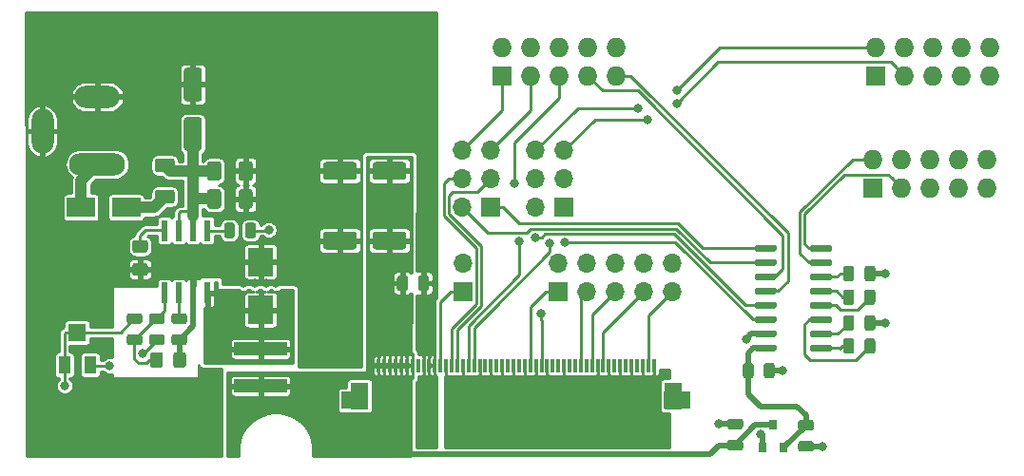
<source format=gtl>
G04 #@! TF.GenerationSoftware,KiCad,Pcbnew,5.1.8-5.1.8*
G04 #@! TF.CreationDate,2021-01-07T16:38:59+01:00*
G04 #@! TF.ProjectId,gpsdo-connector,67707364-6f2d-4636-9f6e-6e6563746f72,rev?*
G04 #@! TF.SameCoordinates,PX7ed6b40PY5742de0*
G04 #@! TF.FileFunction,Copper,L1,Top*
G04 #@! TF.FilePolarity,Positive*
%FSLAX46Y46*%
G04 Gerber Fmt 4.6, Leading zero omitted, Abs format (unit mm)*
G04 Created by KiCad (PCBNEW 5.1.8-5.1.8) date 2021-01-07 16:38:59*
%MOMM*%
%LPD*%
G01*
G04 APERTURE LIST*
G04 #@! TA.AperFunction,ComponentPad*
%ADD10O,1.727200X1.727200*%
G04 #@! TD*
G04 #@! TA.AperFunction,ComponentPad*
%ADD11R,1.727200X1.727200*%
G04 #@! TD*
G04 #@! TA.AperFunction,SMDPad,CuDef*
%ADD12R,2.500000X1.800000*%
G04 #@! TD*
G04 #@! TA.AperFunction,SMDPad,CuDef*
%ADD13R,2.300000X2.500000*%
G04 #@! TD*
G04 #@! TA.AperFunction,SMDPad,CuDef*
%ADD14R,2.400000X1.600000*%
G04 #@! TD*
G04 #@! TA.AperFunction,SMDPad,CuDef*
%ADD15R,1.600000X2.400000*%
G04 #@! TD*
G04 #@! TA.AperFunction,SMDPad,CuDef*
%ADD16R,0.300000X1.200000*%
G04 #@! TD*
G04 #@! TA.AperFunction,ComponentPad*
%ADD17O,1.700000X1.700000*%
G04 #@! TD*
G04 #@! TA.AperFunction,ComponentPad*
%ADD18R,1.700000X1.700000*%
G04 #@! TD*
G04 #@! TA.AperFunction,SMDPad,CuDef*
%ADD19R,1.600000X1.600000*%
G04 #@! TD*
G04 #@! TA.AperFunction,SMDPad,CuDef*
%ADD20R,1.100000X1.600000*%
G04 #@! TD*
G04 #@! TA.AperFunction,ComponentPad*
%ADD21O,4.000000X2.000000*%
G04 #@! TD*
G04 #@! TA.AperFunction,ComponentPad*
%ADD22O,2.000000X4.000000*%
G04 #@! TD*
G04 #@! TA.AperFunction,ComponentPad*
%ADD23O,5.000000X2.000000*%
G04 #@! TD*
G04 #@! TA.AperFunction,SMDPad,CuDef*
%ADD24R,0.800000X0.900000*%
G04 #@! TD*
G04 #@! TA.AperFunction,SMDPad,CuDef*
%ADD25R,1.550000X1.205000*%
G04 #@! TD*
G04 #@! TA.AperFunction,SMDPad,CuDef*
%ADD26R,0.610000X1.910000*%
G04 #@! TD*
G04 #@! TA.AperFunction,SMDPad,CuDef*
%ADD27R,4.700000X1.200000*%
G04 #@! TD*
G04 #@! TA.AperFunction,ViaPad*
%ADD28C,0.800000*%
G04 #@! TD*
G04 #@! TA.AperFunction,Conductor*
%ADD29C,0.250000*%
G04 #@! TD*
G04 #@! TA.AperFunction,Conductor*
%ADD30C,0.500000*%
G04 #@! TD*
G04 #@! TA.AperFunction,Conductor*
%ADD31C,1.000000*%
G04 #@! TD*
G04 #@! TA.AperFunction,Conductor*
%ADD32C,0.100000*%
G04 #@! TD*
G04 APERTURE END LIST*
G04 #@! TA.AperFunction,SMDPad,CuDef*
G36*
G01*
X22850000Y-20256250D02*
X22850000Y-19343750D01*
G75*
G02*
X23093750Y-19100000I243750J0D01*
G01*
X23581250Y-19100000D01*
G75*
G02*
X23825000Y-19343750I0J-243750D01*
G01*
X23825000Y-20256250D01*
G75*
G02*
X23581250Y-20500000I-243750J0D01*
G01*
X23093750Y-20500000D01*
G75*
G02*
X22850000Y-20256250I0J243750D01*
G01*
G37*
G04 #@! TD.AperFunction*
G04 #@! TA.AperFunction,SMDPad,CuDef*
G36*
G01*
X20975000Y-20256250D02*
X20975000Y-19343750D01*
G75*
G02*
X21218750Y-19100000I243750J0D01*
G01*
X21706250Y-19100000D01*
G75*
G02*
X21950000Y-19343750I0J-243750D01*
G01*
X21950000Y-20256250D01*
G75*
G02*
X21706250Y-20500000I-243750J0D01*
G01*
X21218750Y-20500000D01*
G75*
G02*
X20975000Y-20256250I0J243750D01*
G01*
G37*
G04 #@! TD.AperFunction*
D10*
X55910000Y-3460000D03*
X55910000Y-6000000D03*
X53370000Y-3460000D03*
X53370000Y-6000000D03*
X50830000Y-3460000D03*
X50830000Y-6000000D03*
X48290000Y-3460000D03*
X48290000Y-6000000D03*
X45750000Y-3460000D03*
D11*
X45750000Y-6000000D03*
D12*
X8250000Y-17750000D03*
X12250000Y-17750000D03*
G04 #@! TA.AperFunction,SMDPad,CuDef*
G36*
G01*
X16325000Y-14625000D02*
X15075000Y-14625000D01*
G75*
G02*
X14825000Y-14375000I0J250000D01*
G01*
X14825000Y-13625000D01*
G75*
G02*
X15075000Y-13375000I250000J0D01*
G01*
X16325000Y-13375000D01*
G75*
G02*
X16575000Y-13625000I0J-250000D01*
G01*
X16575000Y-14375000D01*
G75*
G02*
X16325000Y-14625000I-250000J0D01*
G01*
G37*
G04 #@! TD.AperFunction*
G04 #@! TA.AperFunction,SMDPad,CuDef*
G36*
G01*
X16325000Y-17425000D02*
X15075000Y-17425000D01*
G75*
G02*
X14825000Y-17175000I0J250000D01*
G01*
X14825000Y-16425000D01*
G75*
G02*
X15075000Y-16175000I250000J0D01*
G01*
X16325000Y-16175000D01*
G75*
G02*
X16575000Y-16425000I0J-250000D01*
G01*
X16575000Y-17175000D01*
G75*
G02*
X16325000Y-17425000I-250000J0D01*
G01*
G37*
G04 #@! TD.AperFunction*
G04 #@! TA.AperFunction,SMDPad,CuDef*
G36*
G01*
X18750000Y-8300000D02*
X17650000Y-8300000D01*
G75*
G02*
X17400000Y-8050000I0J250000D01*
G01*
X17400000Y-5550000D01*
G75*
G02*
X17650000Y-5300000I250000J0D01*
G01*
X18750000Y-5300000D01*
G75*
G02*
X19000000Y-5550000I0J-250000D01*
G01*
X19000000Y-8050000D01*
G75*
G02*
X18750000Y-8300000I-250000J0D01*
G01*
G37*
G04 #@! TD.AperFunction*
G04 #@! TA.AperFunction,SMDPad,CuDef*
G36*
G01*
X18750000Y-12700000D02*
X17650000Y-12700000D01*
G75*
G02*
X17400000Y-12450000I0J250000D01*
G01*
X17400000Y-9950000D01*
G75*
G02*
X17650000Y-9700000I250000J0D01*
G01*
X18750000Y-9700000D01*
G75*
G02*
X19000000Y-9950000I0J-250000D01*
G01*
X19000000Y-12450000D01*
G75*
G02*
X18750000Y-12700000I-250000J0D01*
G01*
G37*
G04 #@! TD.AperFunction*
D13*
X24250000Y-22600000D03*
X24250000Y-26900000D03*
G04 #@! TA.AperFunction,SMDPad,CuDef*
G36*
G01*
X66956250Y-37550000D02*
X66043750Y-37550000D01*
G75*
G02*
X65800000Y-37306250I0J243750D01*
G01*
X65800000Y-36818750D01*
G75*
G02*
X66043750Y-36575000I243750J0D01*
G01*
X66956250Y-36575000D01*
G75*
G02*
X67200000Y-36818750I0J-243750D01*
G01*
X67200000Y-37306250D01*
G75*
G02*
X66956250Y-37550000I-243750J0D01*
G01*
G37*
G04 #@! TD.AperFunction*
G04 #@! TA.AperFunction,SMDPad,CuDef*
G36*
G01*
X66956250Y-39425000D02*
X66043750Y-39425000D01*
G75*
G02*
X65800000Y-39181250I0J243750D01*
G01*
X65800000Y-38693750D01*
G75*
G02*
X66043750Y-38450000I243750J0D01*
G01*
X66956250Y-38450000D01*
G75*
G02*
X67200000Y-38693750I0J-243750D01*
G01*
X67200000Y-39181250D01*
G75*
G02*
X66956250Y-39425000I-243750J0D01*
G01*
G37*
G04 #@! TD.AperFunction*
D14*
X61350000Y-34950000D03*
X32650000Y-34950000D03*
D15*
X60950000Y-34550000D03*
X33050000Y-34550000D03*
D16*
X59250000Y-31850000D03*
X58750000Y-31850000D03*
X58250000Y-31850000D03*
X57750000Y-31850000D03*
X57250000Y-31850000D03*
X56750000Y-31850000D03*
X56250000Y-31850000D03*
X55750000Y-31850000D03*
X55250000Y-31850000D03*
X54750000Y-31850000D03*
X54250000Y-31850000D03*
X53750000Y-31850000D03*
X53250000Y-31850000D03*
X52750000Y-31850000D03*
X52250000Y-31850000D03*
X51750000Y-31850000D03*
X51250000Y-31850000D03*
X50750000Y-31850000D03*
X50250000Y-31850000D03*
X49750000Y-31850000D03*
X49250000Y-31850000D03*
X48750000Y-31850000D03*
X48250000Y-31850000D03*
X47750000Y-31850000D03*
X47250000Y-31850000D03*
X46750000Y-31850000D03*
X46250000Y-31850000D03*
X45750000Y-31850000D03*
X45250000Y-31850000D03*
X44750000Y-31850000D03*
X44250000Y-31850000D03*
X43750000Y-31850000D03*
X43250000Y-31850000D03*
X42750000Y-31850000D03*
X42250000Y-31850000D03*
X41750000Y-31850000D03*
X41250000Y-31850000D03*
X40750000Y-31850000D03*
X40250000Y-31850000D03*
X39750000Y-31850000D03*
X39250000Y-31850000D03*
X38750000Y-31850000D03*
X38250000Y-31850000D03*
X37750000Y-31850000D03*
X37250000Y-31850000D03*
X36750000Y-31850000D03*
X36250000Y-31850000D03*
X35750000Y-31850000D03*
X35250000Y-31850000D03*
X34750000Y-31850000D03*
D17*
X60910000Y-22710000D03*
X60910000Y-25250000D03*
X58370000Y-22710000D03*
X58370000Y-25250000D03*
X55830000Y-22710000D03*
X55830000Y-25250000D03*
X53290000Y-22710000D03*
X53290000Y-25250000D03*
X50750000Y-22710000D03*
D18*
X50750000Y-25250000D03*
G04 #@! TA.AperFunction,SMDPad,CuDef*
G36*
G01*
X69050000Y-32756250D02*
X69050000Y-31843750D01*
G75*
G02*
X69293750Y-31600000I243750J0D01*
G01*
X69781250Y-31600000D01*
G75*
G02*
X70025000Y-31843750I0J-243750D01*
G01*
X70025000Y-32756250D01*
G75*
G02*
X69781250Y-33000000I-243750J0D01*
G01*
X69293750Y-33000000D01*
G75*
G02*
X69050000Y-32756250I0J243750D01*
G01*
G37*
G04 #@! TD.AperFunction*
G04 #@! TA.AperFunction,SMDPad,CuDef*
G36*
G01*
X67175000Y-32756250D02*
X67175000Y-31843750D01*
G75*
G02*
X67418750Y-31600000I243750J0D01*
G01*
X67906250Y-31600000D01*
G75*
G02*
X68150000Y-31843750I0J-243750D01*
G01*
X68150000Y-32756250D01*
G75*
G02*
X67906250Y-33000000I-243750J0D01*
G01*
X67418750Y-33000000D01*
G75*
G02*
X67175000Y-32756250I0J243750D01*
G01*
G37*
G04 #@! TD.AperFunction*
D17*
X48710000Y-12670000D03*
X51250000Y-12670000D03*
X48710000Y-15210000D03*
X51250000Y-15210000D03*
X48710000Y-17750000D03*
D18*
X51250000Y-17750000D03*
D10*
X88910000Y-13460000D03*
X88910000Y-16000000D03*
X86370000Y-13460000D03*
X86370000Y-16000000D03*
X83830000Y-13460000D03*
X83830000Y-16000000D03*
X81290000Y-13460000D03*
X81290000Y-16000000D03*
X78750000Y-13460000D03*
D11*
X78750000Y-16000000D03*
D19*
X7900000Y-28900000D03*
D20*
X6750000Y-31800000D03*
X9050000Y-31800000D03*
D21*
X9700000Y-7900000D03*
D22*
X4800000Y-10950000D03*
D23*
X9700000Y-13900000D03*
D17*
X42210000Y-12670000D03*
X44750000Y-12670000D03*
X42210000Y-15210000D03*
X44750000Y-15210000D03*
X42210000Y-17750000D03*
D18*
X44750000Y-17750000D03*
D10*
X89160000Y-3460000D03*
X89160000Y-6000000D03*
X86620000Y-3460000D03*
X86620000Y-6000000D03*
X84080000Y-3460000D03*
X84080000Y-6000000D03*
X81540000Y-3460000D03*
X81540000Y-6000000D03*
X79000000Y-3460000D03*
D11*
X79000000Y-6000000D03*
D17*
X42250000Y-22710000D03*
D18*
X42250000Y-25250000D03*
D24*
X69850000Y-37150000D03*
X70800000Y-39150000D03*
X68900000Y-39150000D03*
G04 #@! TA.AperFunction,SMDPad,CuDef*
G36*
G01*
X70180000Y-30145000D02*
X70180000Y-30445000D01*
G75*
G02*
X70030000Y-30595000I-150000J0D01*
G01*
X68380000Y-30595000D01*
G75*
G02*
X68230000Y-30445000I0J150000D01*
G01*
X68230000Y-30145000D01*
G75*
G02*
X68380000Y-29995000I150000J0D01*
G01*
X70030000Y-29995000D01*
G75*
G02*
X70180000Y-30145000I0J-150000D01*
G01*
G37*
G04 #@! TD.AperFunction*
G04 #@! TA.AperFunction,SMDPad,CuDef*
G36*
G01*
X70180000Y-28875000D02*
X70180000Y-29175000D01*
G75*
G02*
X70030000Y-29325000I-150000J0D01*
G01*
X68380000Y-29325000D01*
G75*
G02*
X68230000Y-29175000I0J150000D01*
G01*
X68230000Y-28875000D01*
G75*
G02*
X68380000Y-28725000I150000J0D01*
G01*
X70030000Y-28725000D01*
G75*
G02*
X70180000Y-28875000I0J-150000D01*
G01*
G37*
G04 #@! TD.AperFunction*
G04 #@! TA.AperFunction,SMDPad,CuDef*
G36*
G01*
X70180000Y-27605000D02*
X70180000Y-27905000D01*
G75*
G02*
X70030000Y-28055000I-150000J0D01*
G01*
X68380000Y-28055000D01*
G75*
G02*
X68230000Y-27905000I0J150000D01*
G01*
X68230000Y-27605000D01*
G75*
G02*
X68380000Y-27455000I150000J0D01*
G01*
X70030000Y-27455000D01*
G75*
G02*
X70180000Y-27605000I0J-150000D01*
G01*
G37*
G04 #@! TD.AperFunction*
G04 #@! TA.AperFunction,SMDPad,CuDef*
G36*
G01*
X70180000Y-26335000D02*
X70180000Y-26635000D01*
G75*
G02*
X70030000Y-26785000I-150000J0D01*
G01*
X68380000Y-26785000D01*
G75*
G02*
X68230000Y-26635000I0J150000D01*
G01*
X68230000Y-26335000D01*
G75*
G02*
X68380000Y-26185000I150000J0D01*
G01*
X70030000Y-26185000D01*
G75*
G02*
X70180000Y-26335000I0J-150000D01*
G01*
G37*
G04 #@! TD.AperFunction*
G04 #@! TA.AperFunction,SMDPad,CuDef*
G36*
G01*
X70180000Y-25065000D02*
X70180000Y-25365000D01*
G75*
G02*
X70030000Y-25515000I-150000J0D01*
G01*
X68380000Y-25515000D01*
G75*
G02*
X68230000Y-25365000I0J150000D01*
G01*
X68230000Y-25065000D01*
G75*
G02*
X68380000Y-24915000I150000J0D01*
G01*
X70030000Y-24915000D01*
G75*
G02*
X70180000Y-25065000I0J-150000D01*
G01*
G37*
G04 #@! TD.AperFunction*
G04 #@! TA.AperFunction,SMDPad,CuDef*
G36*
G01*
X70180000Y-23795000D02*
X70180000Y-24095000D01*
G75*
G02*
X70030000Y-24245000I-150000J0D01*
G01*
X68380000Y-24245000D01*
G75*
G02*
X68230000Y-24095000I0J150000D01*
G01*
X68230000Y-23795000D01*
G75*
G02*
X68380000Y-23645000I150000J0D01*
G01*
X70030000Y-23645000D01*
G75*
G02*
X70180000Y-23795000I0J-150000D01*
G01*
G37*
G04 #@! TD.AperFunction*
G04 #@! TA.AperFunction,SMDPad,CuDef*
G36*
G01*
X70180000Y-22525000D02*
X70180000Y-22825000D01*
G75*
G02*
X70030000Y-22975000I-150000J0D01*
G01*
X68380000Y-22975000D01*
G75*
G02*
X68230000Y-22825000I0J150000D01*
G01*
X68230000Y-22525000D01*
G75*
G02*
X68380000Y-22375000I150000J0D01*
G01*
X70030000Y-22375000D01*
G75*
G02*
X70180000Y-22525000I0J-150000D01*
G01*
G37*
G04 #@! TD.AperFunction*
G04 #@! TA.AperFunction,SMDPad,CuDef*
G36*
G01*
X70180000Y-21255000D02*
X70180000Y-21555000D01*
G75*
G02*
X70030000Y-21705000I-150000J0D01*
G01*
X68380000Y-21705000D01*
G75*
G02*
X68230000Y-21555000I0J150000D01*
G01*
X68230000Y-21255000D01*
G75*
G02*
X68380000Y-21105000I150000J0D01*
G01*
X70030000Y-21105000D01*
G75*
G02*
X70180000Y-21255000I0J-150000D01*
G01*
G37*
G04 #@! TD.AperFunction*
G04 #@! TA.AperFunction,SMDPad,CuDef*
G36*
G01*
X75130000Y-21255000D02*
X75130000Y-21555000D01*
G75*
G02*
X74980000Y-21705000I-150000J0D01*
G01*
X73330000Y-21705000D01*
G75*
G02*
X73180000Y-21555000I0J150000D01*
G01*
X73180000Y-21255000D01*
G75*
G02*
X73330000Y-21105000I150000J0D01*
G01*
X74980000Y-21105000D01*
G75*
G02*
X75130000Y-21255000I0J-150000D01*
G01*
G37*
G04 #@! TD.AperFunction*
G04 #@! TA.AperFunction,SMDPad,CuDef*
G36*
G01*
X75130000Y-22525000D02*
X75130000Y-22825000D01*
G75*
G02*
X74980000Y-22975000I-150000J0D01*
G01*
X73330000Y-22975000D01*
G75*
G02*
X73180000Y-22825000I0J150000D01*
G01*
X73180000Y-22525000D01*
G75*
G02*
X73330000Y-22375000I150000J0D01*
G01*
X74980000Y-22375000D01*
G75*
G02*
X75130000Y-22525000I0J-150000D01*
G01*
G37*
G04 #@! TD.AperFunction*
G04 #@! TA.AperFunction,SMDPad,CuDef*
G36*
G01*
X75130000Y-23795000D02*
X75130000Y-24095000D01*
G75*
G02*
X74980000Y-24245000I-150000J0D01*
G01*
X73330000Y-24245000D01*
G75*
G02*
X73180000Y-24095000I0J150000D01*
G01*
X73180000Y-23795000D01*
G75*
G02*
X73330000Y-23645000I150000J0D01*
G01*
X74980000Y-23645000D01*
G75*
G02*
X75130000Y-23795000I0J-150000D01*
G01*
G37*
G04 #@! TD.AperFunction*
G04 #@! TA.AperFunction,SMDPad,CuDef*
G36*
G01*
X75130000Y-25065000D02*
X75130000Y-25365000D01*
G75*
G02*
X74980000Y-25515000I-150000J0D01*
G01*
X73330000Y-25515000D01*
G75*
G02*
X73180000Y-25365000I0J150000D01*
G01*
X73180000Y-25065000D01*
G75*
G02*
X73330000Y-24915000I150000J0D01*
G01*
X74980000Y-24915000D01*
G75*
G02*
X75130000Y-25065000I0J-150000D01*
G01*
G37*
G04 #@! TD.AperFunction*
G04 #@! TA.AperFunction,SMDPad,CuDef*
G36*
G01*
X75130000Y-26335000D02*
X75130000Y-26635000D01*
G75*
G02*
X74980000Y-26785000I-150000J0D01*
G01*
X73330000Y-26785000D01*
G75*
G02*
X73180000Y-26635000I0J150000D01*
G01*
X73180000Y-26335000D01*
G75*
G02*
X73330000Y-26185000I150000J0D01*
G01*
X74980000Y-26185000D01*
G75*
G02*
X75130000Y-26335000I0J-150000D01*
G01*
G37*
G04 #@! TD.AperFunction*
G04 #@! TA.AperFunction,SMDPad,CuDef*
G36*
G01*
X75130000Y-27605000D02*
X75130000Y-27905000D01*
G75*
G02*
X74980000Y-28055000I-150000J0D01*
G01*
X73330000Y-28055000D01*
G75*
G02*
X73180000Y-27905000I0J150000D01*
G01*
X73180000Y-27605000D01*
G75*
G02*
X73330000Y-27455000I150000J0D01*
G01*
X74980000Y-27455000D01*
G75*
G02*
X75130000Y-27605000I0J-150000D01*
G01*
G37*
G04 #@! TD.AperFunction*
G04 #@! TA.AperFunction,SMDPad,CuDef*
G36*
G01*
X75130000Y-28875000D02*
X75130000Y-29175000D01*
G75*
G02*
X74980000Y-29325000I-150000J0D01*
G01*
X73330000Y-29325000D01*
G75*
G02*
X73180000Y-29175000I0J150000D01*
G01*
X73180000Y-28875000D01*
G75*
G02*
X73330000Y-28725000I150000J0D01*
G01*
X74980000Y-28725000D01*
G75*
G02*
X75130000Y-28875000I0J-150000D01*
G01*
G37*
G04 #@! TD.AperFunction*
G04 #@! TA.AperFunction,SMDPad,CuDef*
G36*
G01*
X75130000Y-30145000D02*
X75130000Y-30445000D01*
G75*
G02*
X74980000Y-30595000I-150000J0D01*
G01*
X73330000Y-30595000D01*
G75*
G02*
X73180000Y-30445000I0J150000D01*
G01*
X73180000Y-30145000D01*
G75*
G02*
X73330000Y-29995000I150000J0D01*
G01*
X74980000Y-29995000D01*
G75*
G02*
X75130000Y-30145000I0J-150000D01*
G01*
G37*
G04 #@! TD.AperFunction*
G04 #@! TA.AperFunction,SMDPad,CuDef*
G36*
G01*
X78000000Y-24106250D02*
X78000000Y-23193750D01*
G75*
G02*
X78243750Y-22950000I243750J0D01*
G01*
X78731250Y-22950000D01*
G75*
G02*
X78975000Y-23193750I0J-243750D01*
G01*
X78975000Y-24106250D01*
G75*
G02*
X78731250Y-24350000I-243750J0D01*
G01*
X78243750Y-24350000D01*
G75*
G02*
X78000000Y-24106250I0J243750D01*
G01*
G37*
G04 #@! TD.AperFunction*
G04 #@! TA.AperFunction,SMDPad,CuDef*
G36*
G01*
X76125000Y-24106250D02*
X76125000Y-23193750D01*
G75*
G02*
X76368750Y-22950000I243750J0D01*
G01*
X76856250Y-22950000D01*
G75*
G02*
X77100000Y-23193750I0J-243750D01*
G01*
X77100000Y-24106250D01*
G75*
G02*
X76856250Y-24350000I-243750J0D01*
G01*
X76368750Y-24350000D01*
G75*
G02*
X76125000Y-24106250I0J243750D01*
G01*
G37*
G04 #@! TD.AperFunction*
G04 #@! TA.AperFunction,SMDPad,CuDef*
G36*
G01*
X78000000Y-28506250D02*
X78000000Y-27593750D01*
G75*
G02*
X78243750Y-27350000I243750J0D01*
G01*
X78731250Y-27350000D01*
G75*
G02*
X78975000Y-27593750I0J-243750D01*
G01*
X78975000Y-28506250D01*
G75*
G02*
X78731250Y-28750000I-243750J0D01*
G01*
X78243750Y-28750000D01*
G75*
G02*
X78000000Y-28506250I0J243750D01*
G01*
G37*
G04 #@! TD.AperFunction*
G04 #@! TA.AperFunction,SMDPad,CuDef*
G36*
G01*
X76125000Y-28506250D02*
X76125000Y-27593750D01*
G75*
G02*
X76368750Y-27350000I243750J0D01*
G01*
X76856250Y-27350000D01*
G75*
G02*
X77100000Y-27593750I0J-243750D01*
G01*
X77100000Y-28506250D01*
G75*
G02*
X76856250Y-28750000I-243750J0D01*
G01*
X76368750Y-28750000D01*
G75*
G02*
X76125000Y-28506250I0J243750D01*
G01*
G37*
G04 #@! TD.AperFunction*
G04 #@! TA.AperFunction,SMDPad,CuDef*
G36*
G01*
X77100000Y-25293750D02*
X77100000Y-26206250D01*
G75*
G02*
X76856250Y-26450000I-243750J0D01*
G01*
X76368750Y-26450000D01*
G75*
G02*
X76125000Y-26206250I0J243750D01*
G01*
X76125000Y-25293750D01*
G75*
G02*
X76368750Y-25050000I243750J0D01*
G01*
X76856250Y-25050000D01*
G75*
G02*
X77100000Y-25293750I0J-243750D01*
G01*
G37*
G04 #@! TD.AperFunction*
G04 #@! TA.AperFunction,SMDPad,CuDef*
G36*
G01*
X78975000Y-25293750D02*
X78975000Y-26206250D01*
G75*
G02*
X78731250Y-26450000I-243750J0D01*
G01*
X78243750Y-26450000D01*
G75*
G02*
X78000000Y-26206250I0J243750D01*
G01*
X78000000Y-25293750D01*
G75*
G02*
X78243750Y-25050000I243750J0D01*
G01*
X78731250Y-25050000D01*
G75*
G02*
X78975000Y-25293750I0J-243750D01*
G01*
G37*
G04 #@! TD.AperFunction*
G04 #@! TA.AperFunction,SMDPad,CuDef*
G36*
G01*
X78000000Y-30556250D02*
X78000000Y-29643750D01*
G75*
G02*
X78243750Y-29400000I243750J0D01*
G01*
X78731250Y-29400000D01*
G75*
G02*
X78975000Y-29643750I0J-243750D01*
G01*
X78975000Y-30556250D01*
G75*
G02*
X78731250Y-30800000I-243750J0D01*
G01*
X78243750Y-30800000D01*
G75*
G02*
X78000000Y-30556250I0J243750D01*
G01*
G37*
G04 #@! TD.AperFunction*
G04 #@! TA.AperFunction,SMDPad,CuDef*
G36*
G01*
X76125000Y-30556250D02*
X76125000Y-29643750D01*
G75*
G02*
X76368750Y-29400000I243750J0D01*
G01*
X76856250Y-29400000D01*
G75*
G02*
X77100000Y-29643750I0J-243750D01*
G01*
X77100000Y-30556250D01*
G75*
G02*
X76856250Y-30800000I-243750J0D01*
G01*
X76368750Y-30800000D01*
G75*
G02*
X76125000Y-30556250I0J243750D01*
G01*
G37*
G04 #@! TD.AperFunction*
G04 #@! TA.AperFunction,SMDPad,CuDef*
G36*
G01*
X72343750Y-38550001D02*
X73256250Y-38550001D01*
G75*
G02*
X73500000Y-38793751I0J-243750D01*
G01*
X73500000Y-39281251D01*
G75*
G02*
X73256250Y-39525001I-243750J0D01*
G01*
X72343750Y-39525001D01*
G75*
G02*
X72100000Y-39281251I0J243750D01*
G01*
X72100000Y-38793751D01*
G75*
G02*
X72343750Y-38550001I243750J0D01*
G01*
G37*
G04 #@! TD.AperFunction*
G04 #@! TA.AperFunction,SMDPad,CuDef*
G36*
G01*
X72343750Y-36675001D02*
X73256250Y-36675001D01*
G75*
G02*
X73500000Y-36918751I0J-243750D01*
G01*
X73500000Y-37406251D01*
G75*
G02*
X73256250Y-37650001I-243750J0D01*
G01*
X72343750Y-37650001D01*
G75*
G02*
X72100000Y-37406251I0J243750D01*
G01*
X72100000Y-36918751D01*
G75*
G02*
X72343750Y-36675001I243750J0D01*
G01*
G37*
G04 #@! TD.AperFunction*
G04 #@! TA.AperFunction,SMDPad,CuDef*
G36*
G01*
X12543750Y-29050000D02*
X13456250Y-29050000D01*
G75*
G02*
X13700000Y-29293750I0J-243750D01*
G01*
X13700000Y-29781250D01*
G75*
G02*
X13456250Y-30025000I-243750J0D01*
G01*
X12543750Y-30025000D01*
G75*
G02*
X12300000Y-29781250I0J243750D01*
G01*
X12300000Y-29293750D01*
G75*
G02*
X12543750Y-29050000I243750J0D01*
G01*
G37*
G04 #@! TD.AperFunction*
G04 #@! TA.AperFunction,SMDPad,CuDef*
G36*
G01*
X12543750Y-27175000D02*
X13456250Y-27175000D01*
G75*
G02*
X13700000Y-27418750I0J-243750D01*
G01*
X13700000Y-27906250D01*
G75*
G02*
X13456250Y-28150000I-243750J0D01*
G01*
X12543750Y-28150000D01*
G75*
G02*
X12300000Y-27906250I0J243750D01*
G01*
X12300000Y-27418750D01*
G75*
G02*
X12543750Y-27175000I243750J0D01*
G01*
G37*
G04 #@! TD.AperFunction*
G04 #@! TA.AperFunction,SMDPad,CuDef*
G36*
G01*
X14543750Y-29050000D02*
X15456250Y-29050000D01*
G75*
G02*
X15700000Y-29293750I0J-243750D01*
G01*
X15700000Y-29781250D01*
G75*
G02*
X15456250Y-30025000I-243750J0D01*
G01*
X14543750Y-30025000D01*
G75*
G02*
X14300000Y-29781250I0J243750D01*
G01*
X14300000Y-29293750D01*
G75*
G02*
X14543750Y-29050000I243750J0D01*
G01*
G37*
G04 #@! TD.AperFunction*
G04 #@! TA.AperFunction,SMDPad,CuDef*
G36*
G01*
X14543750Y-27175000D02*
X15456250Y-27175000D01*
G75*
G02*
X15700000Y-27418750I0J-243750D01*
G01*
X15700000Y-27906250D01*
G75*
G02*
X15456250Y-28150000I-243750J0D01*
G01*
X14543750Y-28150000D01*
G75*
G02*
X14300000Y-27906250I0J243750D01*
G01*
X14300000Y-27418750D01*
G75*
G02*
X14543750Y-27175000I243750J0D01*
G01*
G37*
G04 #@! TD.AperFunction*
D25*
X18375000Y-21997500D03*
X16825000Y-21997500D03*
X18375000Y-23202500D03*
X16825000Y-23202500D03*
D26*
X19505000Y-25380000D03*
X18235000Y-25380000D03*
X16965000Y-25380000D03*
X15695000Y-25380000D03*
X15695000Y-19820000D03*
X16965000Y-19820000D03*
X18235000Y-19820000D03*
X19505000Y-19820000D03*
G04 #@! TA.AperFunction,SMDPad,CuDef*
G36*
G01*
X16450000Y-31800001D02*
X16450000Y-30899999D01*
G75*
G02*
X16699999Y-30650000I249999J0D01*
G01*
X17350001Y-30650000D01*
G75*
G02*
X17600000Y-30899999I0J-249999D01*
G01*
X17600000Y-31800001D01*
G75*
G02*
X17350001Y-32050000I-249999J0D01*
G01*
X16699999Y-32050000D01*
G75*
G02*
X16450000Y-31800001I0J249999D01*
G01*
G37*
G04 #@! TD.AperFunction*
G04 #@! TA.AperFunction,SMDPad,CuDef*
G36*
G01*
X14400000Y-31800001D02*
X14400000Y-30899999D01*
G75*
G02*
X14649999Y-30650000I249999J0D01*
G01*
X15300001Y-30650000D01*
G75*
G02*
X15550000Y-30899999I0J-249999D01*
G01*
X15550000Y-31800001D01*
G75*
G02*
X15300001Y-32050000I-249999J0D01*
G01*
X14649999Y-32050000D01*
G75*
G02*
X14400000Y-31800001I0J249999D01*
G01*
G37*
G04 #@! TD.AperFunction*
G04 #@! TA.AperFunction,SMDPad,CuDef*
G36*
G01*
X13049999Y-22700000D02*
X13950001Y-22700000D01*
G75*
G02*
X14200000Y-22949999I0J-249999D01*
G01*
X14200000Y-23600001D01*
G75*
G02*
X13950001Y-23850000I-249999J0D01*
G01*
X13049999Y-23850000D01*
G75*
G02*
X12800000Y-23600001I0J249999D01*
G01*
X12800000Y-22949999D01*
G75*
G02*
X13049999Y-22700000I249999J0D01*
G01*
G37*
G04 #@! TD.AperFunction*
G04 #@! TA.AperFunction,SMDPad,CuDef*
G36*
G01*
X13049999Y-20650000D02*
X13950001Y-20650000D01*
G75*
G02*
X14200000Y-20899999I0J-249999D01*
G01*
X14200000Y-21550001D01*
G75*
G02*
X13950001Y-21800000I-249999J0D01*
G01*
X13049999Y-21800000D01*
G75*
G02*
X12800000Y-21550001I0J249999D01*
G01*
X12800000Y-20899999D01*
G75*
G02*
X13049999Y-20650000I249999J0D01*
G01*
G37*
G04 #@! TD.AperFunction*
D27*
X24250000Y-33655000D03*
X24250000Y-30345000D03*
G04 #@! TA.AperFunction,SMDPad,CuDef*
G36*
G01*
X16543750Y-29050000D02*
X17456250Y-29050000D01*
G75*
G02*
X17700000Y-29293750I0J-243750D01*
G01*
X17700000Y-29781250D01*
G75*
G02*
X17456250Y-30025000I-243750J0D01*
G01*
X16543750Y-30025000D01*
G75*
G02*
X16300000Y-29781250I0J243750D01*
G01*
X16300000Y-29293750D01*
G75*
G02*
X16543750Y-29050000I243750J0D01*
G01*
G37*
G04 #@! TD.AperFunction*
G04 #@! TA.AperFunction,SMDPad,CuDef*
G36*
G01*
X16543750Y-27175000D02*
X17456250Y-27175000D01*
G75*
G02*
X17700000Y-27418750I0J-243750D01*
G01*
X17700000Y-27906250D01*
G75*
G02*
X17456250Y-28150000I-243750J0D01*
G01*
X16543750Y-28150000D01*
G75*
G02*
X16300000Y-27906250I0J243750D01*
G01*
X16300000Y-27418750D01*
G75*
G02*
X16543750Y-27175000I243750J0D01*
G01*
G37*
G04 #@! TD.AperFunction*
G04 #@! TA.AperFunction,SMDPad,CuDef*
G36*
G01*
X38250000Y-24956250D02*
X38250000Y-24043750D01*
G75*
G02*
X38493750Y-23800000I243750J0D01*
G01*
X38981250Y-23800000D01*
G75*
G02*
X39225000Y-24043750I0J-243750D01*
G01*
X39225000Y-24956250D01*
G75*
G02*
X38981250Y-25200000I-243750J0D01*
G01*
X38493750Y-25200000D01*
G75*
G02*
X38250000Y-24956250I0J243750D01*
G01*
G37*
G04 #@! TD.AperFunction*
G04 #@! TA.AperFunction,SMDPad,CuDef*
G36*
G01*
X36375000Y-24956250D02*
X36375000Y-24043750D01*
G75*
G02*
X36618750Y-23800000I243750J0D01*
G01*
X37106250Y-23800000D01*
G75*
G02*
X37350000Y-24043750I0J-243750D01*
G01*
X37350000Y-24956250D01*
G75*
G02*
X37106250Y-25200000I-243750J0D01*
G01*
X36618750Y-25200000D01*
G75*
G02*
X36375000Y-24956250I0J243750D01*
G01*
G37*
G04 #@! TD.AperFunction*
G04 #@! TA.AperFunction,SMDPad,CuDef*
G36*
G01*
X32800000Y-20150000D02*
X32800000Y-21250000D01*
G75*
G02*
X32550000Y-21500000I-250000J0D01*
G01*
X30050000Y-21500000D01*
G75*
G02*
X29800000Y-21250000I0J250000D01*
G01*
X29800000Y-20150000D01*
G75*
G02*
X30050000Y-19900000I250000J0D01*
G01*
X32550000Y-19900000D01*
G75*
G02*
X32800000Y-20150000I0J-250000D01*
G01*
G37*
G04 #@! TD.AperFunction*
G04 #@! TA.AperFunction,SMDPad,CuDef*
G36*
G01*
X37200000Y-20150000D02*
X37200000Y-21250000D01*
G75*
G02*
X36950000Y-21500000I-250000J0D01*
G01*
X34450000Y-21500000D01*
G75*
G02*
X34200000Y-21250000I0J250000D01*
G01*
X34200000Y-20150000D01*
G75*
G02*
X34450000Y-19900000I250000J0D01*
G01*
X36950000Y-19900000D01*
G75*
G02*
X37200000Y-20150000I0J-250000D01*
G01*
G37*
G04 #@! TD.AperFunction*
G04 #@! TA.AperFunction,SMDPad,CuDef*
G36*
G01*
X32800000Y-13950000D02*
X32800000Y-15050000D01*
G75*
G02*
X32550000Y-15300000I-250000J0D01*
G01*
X30050000Y-15300000D01*
G75*
G02*
X29800000Y-15050000I0J250000D01*
G01*
X29800000Y-13950000D01*
G75*
G02*
X30050000Y-13700000I250000J0D01*
G01*
X32550000Y-13700000D01*
G75*
G02*
X32800000Y-13950000I0J-250000D01*
G01*
G37*
G04 #@! TD.AperFunction*
G04 #@! TA.AperFunction,SMDPad,CuDef*
G36*
G01*
X37200000Y-13950000D02*
X37200000Y-15050000D01*
G75*
G02*
X36950000Y-15300000I-250000J0D01*
G01*
X34450000Y-15300000D01*
G75*
G02*
X34200000Y-15050000I0J250000D01*
G01*
X34200000Y-13950000D01*
G75*
G02*
X34450000Y-13700000I250000J0D01*
G01*
X36950000Y-13700000D01*
G75*
G02*
X37200000Y-13950000I0J-250000D01*
G01*
G37*
G04 #@! TD.AperFunction*
G04 #@! TA.AperFunction,SMDPad,CuDef*
G36*
G01*
X19475000Y-15125000D02*
X19475000Y-13875000D01*
G75*
G02*
X19725000Y-13625000I250000J0D01*
G01*
X20475000Y-13625000D01*
G75*
G02*
X20725000Y-13875000I0J-250000D01*
G01*
X20725000Y-15125000D01*
G75*
G02*
X20475000Y-15375000I-250000J0D01*
G01*
X19725000Y-15375000D01*
G75*
G02*
X19475000Y-15125000I0J250000D01*
G01*
G37*
G04 #@! TD.AperFunction*
G04 #@! TA.AperFunction,SMDPad,CuDef*
G36*
G01*
X22275000Y-15125000D02*
X22275000Y-13875000D01*
G75*
G02*
X22525000Y-13625000I250000J0D01*
G01*
X23275000Y-13625000D01*
G75*
G02*
X23525000Y-13875000I0J-250000D01*
G01*
X23525000Y-15125000D01*
G75*
G02*
X23275000Y-15375000I-250000J0D01*
G01*
X22525000Y-15375000D01*
G75*
G02*
X22275000Y-15125000I0J250000D01*
G01*
G37*
G04 #@! TD.AperFunction*
G04 #@! TA.AperFunction,SMDPad,CuDef*
G36*
G01*
X19475000Y-17625000D02*
X19475000Y-16375000D01*
G75*
G02*
X19725000Y-16125000I250000J0D01*
G01*
X20475000Y-16125000D01*
G75*
G02*
X20725000Y-16375000I0J-250000D01*
G01*
X20725000Y-17625000D01*
G75*
G02*
X20475000Y-17875000I-250000J0D01*
G01*
X19725000Y-17875000D01*
G75*
G02*
X19475000Y-17625000I0J250000D01*
G01*
G37*
G04 #@! TD.AperFunction*
G04 #@! TA.AperFunction,SMDPad,CuDef*
G36*
G01*
X22275000Y-17625000D02*
X22275000Y-16375000D01*
G75*
G02*
X22525000Y-16125000I250000J0D01*
G01*
X23275000Y-16125000D01*
G75*
G02*
X23525000Y-16375000I0J-250000D01*
G01*
X23525000Y-17625000D01*
G75*
G02*
X23275000Y-17875000I-250000J0D01*
G01*
X22525000Y-17875000D01*
G75*
G02*
X22275000Y-17625000I0J250000D01*
G01*
G37*
G04 #@! TD.AperFunction*
D28*
X35900000Y-34100000D03*
X6800000Y-33650000D03*
X39500000Y-29000000D03*
X38500000Y-29500000D03*
X38500000Y-28500000D03*
X16500000Y-23300000D03*
X18700000Y-21900000D03*
X17600000Y-21900000D03*
X16500000Y-21900000D03*
X18700000Y-23300000D03*
X17600000Y-23300000D03*
X25750000Y-16400000D03*
X25750000Y-17400000D03*
X24750000Y-16400000D03*
X24750000Y-17400000D03*
X25650000Y-13900000D03*
X25650000Y-14900000D03*
X24650000Y-13900000D03*
X24650000Y-14900000D03*
X22700000Y-24500000D03*
X23700000Y-24500000D03*
X24700000Y-24500000D03*
X25600000Y-24500000D03*
X38900000Y-34000000D03*
X38900000Y-38200000D03*
X28600000Y-25500000D03*
X30600000Y-25500000D03*
X32600000Y-25500000D03*
X28600000Y-27500000D03*
X30600000Y-27500000D03*
X32600000Y-27500000D03*
X28600000Y-29500000D03*
X30600000Y-29500000D03*
X32600000Y-29500000D03*
X28600000Y-31500000D03*
X30600000Y-31500000D03*
X32600000Y-31500000D03*
X38900000Y-12700000D03*
X38900000Y-14200000D03*
X38900000Y-15700000D03*
X38900000Y-17200000D03*
X38900000Y-18700000D03*
X38900000Y-20200000D03*
X38900000Y-21700000D03*
X24950000Y-19750000D03*
X26249995Y-25499995D03*
X13750004Y-30750000D03*
X10799996Y-31850000D03*
X41500000Y-34000000D03*
X79850000Y-23650000D03*
X79849999Y-28050000D03*
X67456765Y-29479612D03*
X65000000Y-37000000D03*
X74250012Y-39050000D03*
X68749998Y-38000010D03*
X70750000Y-32249994D03*
X43500000Y-34000000D03*
X45500000Y-34000000D03*
X47500000Y-34000000D03*
X49500000Y-34000000D03*
X51500000Y-34000000D03*
X53500000Y-34000000D03*
X55500000Y-34000000D03*
X57500000Y-34000000D03*
X42500000Y-38500000D03*
X44500000Y-38500000D03*
X46500000Y-38500000D03*
X48500000Y-38500000D03*
X50500000Y-38500000D03*
X52500000Y-38500000D03*
X54500000Y-38500000D03*
X56500000Y-38500000D03*
X58500000Y-38500000D03*
X47300000Y-20800000D03*
X50000000Y-20900000D03*
X48700004Y-20400000D03*
X51299996Y-20825032D03*
X57800000Y-8900000D03*
X61300000Y-7300000D03*
X58700000Y-9900000D03*
X61300000Y-8500000D03*
X46800000Y-15600000D03*
X49200000Y-27200000D03*
D29*
X34750000Y-31850000D02*
X34750000Y-30750000D01*
X35250000Y-31850000D02*
X35250000Y-30750000D01*
X34750000Y-30750000D02*
X35250000Y-30750000D01*
X35750000Y-31850000D02*
X35750000Y-30750000D01*
X35250000Y-30750000D02*
X35750000Y-30750000D01*
X36250000Y-31850000D02*
X36250000Y-30750000D01*
X35750000Y-30750000D02*
X36250000Y-30750000D01*
X36750000Y-31850000D02*
X36750000Y-30750000D01*
X36250000Y-30750000D02*
X36750000Y-30750000D01*
X37250000Y-31850000D02*
X37250000Y-30750000D01*
X36750000Y-30750000D02*
X37250000Y-30750000D01*
X37250000Y-30750000D02*
X37750000Y-30750000D01*
X37750000Y-31850000D02*
X37750000Y-30750000D01*
X34750000Y-31850000D02*
X34750000Y-33000000D01*
X37750000Y-33000000D02*
X37750000Y-31850000D01*
X35250000Y-31850000D02*
X35250000Y-33000000D01*
X34750000Y-33000000D02*
X35250000Y-33000000D01*
X35750000Y-31850000D02*
X35750000Y-33000000D01*
X35250000Y-33000000D02*
X35750000Y-33000000D01*
X36250000Y-31850000D02*
X36250000Y-33000000D01*
X35750000Y-33000000D02*
X36250000Y-33000000D01*
X36750000Y-31850000D02*
X36750000Y-33000000D01*
X36250000Y-33000000D02*
X36750000Y-33000000D01*
X37250000Y-31850000D02*
X37250000Y-33000000D01*
X36750000Y-33000000D02*
X37250000Y-33000000D01*
X37250000Y-33000000D02*
X37750000Y-33000000D01*
D30*
X68287500Y-37150000D02*
X69850000Y-37150000D01*
X66500000Y-38937500D02*
X68287500Y-37150000D01*
X37250000Y-39750000D02*
X37000000Y-39500000D01*
X64250000Y-39750000D02*
X37250000Y-39750000D01*
X66500000Y-38937500D02*
X65062500Y-38937500D01*
X65062500Y-38937500D02*
X64250000Y-39750000D01*
D29*
X6750000Y-31800000D02*
X6750000Y-33600000D01*
X6750000Y-33600000D02*
X6800000Y-33650000D01*
X6850000Y-28900000D02*
X7900000Y-28900000D01*
X6750000Y-29000000D02*
X6850000Y-28900000D01*
X6750000Y-31800000D02*
X6750000Y-29000000D01*
X11762500Y-28900000D02*
X13000000Y-27662500D01*
X7900000Y-28900000D02*
X11762500Y-28900000D01*
D30*
X18235000Y-28302500D02*
X17000000Y-29537500D01*
X18235000Y-25380000D02*
X18235000Y-28302500D01*
X18235000Y-23342500D02*
X17600000Y-23300000D01*
X18375000Y-23202500D02*
X18700000Y-23300000D01*
X17025000Y-30733004D02*
X17025000Y-31350000D01*
X17000000Y-29537500D02*
X17000000Y-30708004D01*
X17000000Y-30708004D02*
X17025000Y-30733004D01*
X18700000Y-23300000D02*
X18235000Y-23342500D01*
X18235000Y-23935000D02*
X18235000Y-25380000D01*
X17600000Y-23300000D02*
X18235000Y-23935000D01*
D29*
X39750000Y-30750000D02*
X39750000Y-31850000D01*
X38750000Y-31850000D02*
X38750000Y-30750000D01*
X39250000Y-31850000D02*
X39250000Y-30750000D01*
X38750000Y-30750000D02*
X39250000Y-30750000D01*
X39250000Y-30750000D02*
X39750000Y-30750000D01*
X38750000Y-31850000D02*
X38750000Y-33000000D01*
X39750000Y-33000000D02*
X39750000Y-31850000D01*
X39250000Y-31850000D02*
X39250000Y-33000000D01*
X38750000Y-33000000D02*
X39250000Y-33000000D01*
X39250000Y-33000000D02*
X39750000Y-33000000D01*
X15695000Y-26967500D02*
X15695000Y-25380000D01*
X15000000Y-27662500D02*
X15695000Y-26967500D01*
X14300000Y-31350000D02*
X14050000Y-31600000D01*
X14975000Y-31350000D02*
X14300000Y-31350000D01*
X14050000Y-31600000D02*
X13350000Y-31600000D01*
X13000000Y-31250000D02*
X13000000Y-29537500D01*
X13350000Y-31600000D02*
X13000000Y-31250000D01*
X14875000Y-27662500D02*
X15000000Y-27662500D01*
X13000000Y-29537500D02*
X14875000Y-27662500D01*
X23425000Y-19800000D02*
X24900000Y-19800000D01*
X24900000Y-19800000D02*
X24950000Y-19750000D01*
X19525000Y-19800000D02*
X19505000Y-19820000D01*
X21375000Y-19800000D02*
X19525000Y-19800000D01*
D31*
X8250000Y-15350000D02*
X8250000Y-17750000D01*
X9700000Y-13900000D02*
X8250000Y-15350000D01*
D29*
X16965000Y-27627500D02*
X17000000Y-27662500D01*
X16965000Y-25380000D02*
X16965000Y-27627500D01*
D30*
X67537500Y-32300000D02*
X67655000Y-32417500D01*
X67600000Y-32237500D02*
X67537500Y-32300000D01*
X70862500Y-39087500D02*
X70800000Y-39150000D01*
X68105000Y-30295000D02*
X69205000Y-30295000D01*
X67662500Y-32300000D02*
X67662500Y-30737500D01*
X67662500Y-30737500D02*
X68105000Y-30295000D01*
X70800001Y-39200000D02*
X70800000Y-39150000D01*
X70812501Y-39150000D02*
X72800000Y-37162501D01*
X70800000Y-39150000D02*
X70812501Y-39150000D01*
X67662500Y-34367500D02*
X67662500Y-32300000D01*
X68795000Y-35500000D02*
X67662500Y-34367500D01*
X72000000Y-35500000D02*
X68795000Y-35500000D01*
X72800000Y-37162501D02*
X72800000Y-36300000D01*
X72800000Y-36300000D02*
X72000000Y-35500000D01*
D29*
X15000000Y-29537500D02*
X13787500Y-30750000D01*
X13787500Y-30750000D02*
X13750004Y-30750000D01*
X9100000Y-31850000D02*
X10799996Y-31850000D01*
X9050000Y-31800000D02*
X9100000Y-31850000D01*
X14025000Y-19725000D02*
X15600000Y-19725000D01*
X13500000Y-21225000D02*
X13500000Y-20250000D01*
X15600000Y-19725000D02*
X15695000Y-19820000D01*
X13500000Y-20250000D02*
X14025000Y-19725000D01*
D30*
X78487500Y-23650000D02*
X79850000Y-23650000D01*
X78487499Y-28050000D02*
X79849999Y-28050000D01*
X69537501Y-32300000D02*
X69550000Y-32312498D01*
X69205000Y-29025000D02*
X67911377Y-29025000D01*
X67856764Y-29079613D02*
X67456765Y-29479612D01*
X67911377Y-29025000D02*
X67856764Y-29079613D01*
D29*
X59250000Y-32700000D02*
X59250000Y-31850000D01*
X58950000Y-33000000D02*
X59250000Y-32700000D01*
X42250000Y-31850000D02*
X42250000Y-33000000D01*
X43750000Y-31850000D02*
X43750000Y-33000000D01*
X42250000Y-33000000D02*
X43750000Y-33000000D01*
X44750000Y-31850000D02*
X44750000Y-33000000D01*
X43750000Y-33000000D02*
X44750000Y-33000000D01*
X45750000Y-31850000D02*
X45750000Y-33000000D01*
X44750000Y-33000000D02*
X45750000Y-33000000D01*
X46750000Y-31850000D02*
X46750000Y-33000000D01*
X45750000Y-33000000D02*
X46750000Y-33000000D01*
X47750000Y-31850000D02*
X47750000Y-33000000D01*
X46750000Y-33000000D02*
X47750000Y-33000000D01*
X48750000Y-31850000D02*
X48750000Y-33000000D01*
X47750000Y-33000000D02*
X48750000Y-33000000D01*
X49750000Y-31850000D02*
X49750000Y-33000000D01*
X48750000Y-33000000D02*
X49750000Y-33000000D01*
X51250000Y-31850000D02*
X51250000Y-33000000D01*
X49750000Y-33000000D02*
X51250000Y-33000000D01*
X51250000Y-33000000D02*
X54250000Y-33000000D01*
X54250000Y-31850000D02*
X54250000Y-33000000D01*
X55250000Y-31850000D02*
X55250000Y-33000000D01*
X54250000Y-33000000D02*
X55250000Y-33000000D01*
X56250000Y-32700000D02*
X56250000Y-33000000D01*
X56250000Y-31850000D02*
X56250000Y-32700000D01*
X55250000Y-33000000D02*
X56250000Y-33000000D01*
X57250000Y-31850000D02*
X57250000Y-33000000D01*
X56250000Y-33000000D02*
X57250000Y-33000000D01*
X58250000Y-31850000D02*
X58250000Y-33000000D01*
X57250000Y-33000000D02*
X58250000Y-33000000D01*
X58250000Y-33000000D02*
X58950000Y-33000000D01*
D30*
X72800000Y-39037500D02*
X72812500Y-39050000D01*
X73684327Y-39050000D02*
X74250012Y-39050000D01*
X72812500Y-39050000D02*
X73684327Y-39050000D01*
X68900000Y-38150012D02*
X68749998Y-38000010D01*
X68900000Y-39150000D02*
X68900000Y-38150012D01*
X65062500Y-37062500D02*
X65000000Y-37000000D01*
X66500000Y-37062500D02*
X65062500Y-37062500D01*
D29*
X42113589Y-33000000D02*
X42250000Y-33000000D01*
X41050000Y-33000000D02*
X42113589Y-33000000D01*
X40750000Y-31850000D02*
X40750000Y-32700000D01*
X40750000Y-32700000D02*
X41050000Y-33000000D01*
D30*
X70699994Y-32300000D02*
X70750000Y-32249994D01*
X69537500Y-32300000D02*
X70699994Y-32300000D01*
D29*
X73080000Y-27755000D02*
X74155000Y-27755000D01*
X72650001Y-30850000D02*
X72650000Y-28185000D01*
X73150000Y-31349999D02*
X72650001Y-30850000D01*
X72650000Y-28185000D02*
X73080000Y-27755000D01*
X78487499Y-30100000D02*
X77237500Y-31349999D01*
X77237500Y-31349999D02*
X73150000Y-31349999D01*
X76025000Y-30100000D02*
X75825000Y-30300000D01*
X76612500Y-30100000D02*
X76025000Y-30100000D01*
X75820000Y-30295000D02*
X74155000Y-30295000D01*
X75825000Y-30300000D02*
X75820000Y-30295000D01*
X76612500Y-25750000D02*
X76050000Y-25750000D01*
X75515000Y-25215000D02*
X74155000Y-25215000D01*
X76050000Y-25750000D02*
X75515000Y-25215000D01*
X77381790Y-26855710D02*
X75855710Y-26855710D01*
X78487500Y-25750000D02*
X77381790Y-26855710D01*
X75485000Y-26485000D02*
X74155000Y-26485000D01*
X75855710Y-26855710D02*
X75485000Y-26485000D01*
X75637500Y-29025000D02*
X74155000Y-29025000D01*
X76612500Y-28050000D02*
X75637500Y-29025000D01*
X76612500Y-23650000D02*
X75850000Y-23650000D01*
X75555000Y-23945000D02*
X74155000Y-23945000D01*
X75850000Y-23650000D02*
X75555000Y-23945000D01*
X47300000Y-23757823D02*
X47300000Y-20800000D01*
X42750000Y-31850000D02*
X42750000Y-28307823D01*
X42750000Y-28307823D02*
X47300000Y-23757823D01*
X50000000Y-21465685D02*
X50000000Y-20900000D01*
X43250000Y-31850000D02*
X43250000Y-28444233D01*
X44775033Y-26919201D02*
X50000000Y-21694234D01*
X43250000Y-28444233D02*
X44775033Y-26919201D01*
X50000000Y-21694234D02*
X50000000Y-21465685D01*
X41150000Y-25250000D02*
X42250000Y-25250000D01*
X40250000Y-26150000D02*
X41150000Y-25250000D01*
X40250000Y-31850000D02*
X40250000Y-26150000D01*
X43425001Y-26360001D02*
X43425001Y-21340414D01*
X43425001Y-21340414D02*
X40584988Y-18500401D01*
X41250000Y-28535002D02*
X43425001Y-26360001D01*
X41007919Y-15210000D02*
X42210000Y-15210000D01*
X40584988Y-18500401D02*
X40584988Y-15632931D01*
X40584988Y-15632931D02*
X41007919Y-15210000D01*
X41250000Y-31850000D02*
X41250000Y-28535002D01*
X41364999Y-16385001D02*
X43574999Y-16385001D01*
X41034999Y-18314001D02*
X41034999Y-16715001D01*
X43574999Y-16385001D02*
X43900001Y-16059999D01*
X43900001Y-16059999D02*
X44750000Y-15210000D01*
X41034999Y-16715001D02*
X41364999Y-16385001D01*
X43875011Y-26546401D02*
X43875011Y-21154013D01*
X41750000Y-31850000D02*
X41750000Y-28671414D01*
X41750000Y-28671414D02*
X43875011Y-26546401D01*
X43875011Y-21154013D02*
X41034999Y-18314001D01*
X69205000Y-26485000D02*
X67412180Y-26485000D01*
X61027202Y-20100022D02*
X49565667Y-20100022D01*
X67412180Y-26485000D02*
X61027202Y-20100022D01*
X49265689Y-20400000D02*
X48700004Y-20400000D01*
X49565667Y-20100022D02*
X49265689Y-20400000D01*
X69205000Y-27755000D02*
X68045770Y-27755000D01*
X61115802Y-20825032D02*
X51865681Y-20825032D01*
X68045770Y-27755000D02*
X61115802Y-20825032D01*
X51865681Y-20825032D02*
X51299996Y-20825032D01*
X57200000Y-6000000D02*
X55910000Y-6000000D01*
X71200011Y-24294989D02*
X71200011Y-20000011D01*
X69205000Y-25215000D02*
X70280000Y-25215000D01*
X71200011Y-20000011D02*
X57200000Y-6000000D01*
X70280000Y-25215000D02*
X71200011Y-24294989D01*
X54670000Y-7300000D02*
X53370000Y-6000000D01*
X57800000Y-7300000D02*
X54670000Y-7300000D01*
X70750000Y-23250000D02*
X70750000Y-20250000D01*
X69205000Y-23945000D02*
X70055000Y-23945000D01*
X70750000Y-20250000D02*
X57800000Y-7300000D01*
X70055000Y-23945000D02*
X70750000Y-23250000D01*
X43059999Y-18599999D02*
X42210000Y-17750000D01*
X69205000Y-22675000D02*
X64238590Y-22675000D01*
X61213601Y-19650011D02*
X48276985Y-19650011D01*
X47901998Y-20024998D02*
X44484998Y-20024998D01*
X64238590Y-22675000D02*
X61213601Y-19650011D01*
X44484998Y-20024998D02*
X43059999Y-18599999D01*
X48276985Y-19650011D02*
X47901998Y-20024998D01*
X45850000Y-17750000D02*
X44750000Y-17750000D01*
X61400000Y-19200000D02*
X47300000Y-19200000D01*
X47300000Y-19200000D02*
X45850000Y-17750000D01*
X63605000Y-21405000D02*
X61400000Y-19200000D01*
X69205000Y-21405000D02*
X63605000Y-21405000D01*
X80101399Y-14811399D02*
X80426401Y-15136401D01*
X80426401Y-15136401D02*
X81290000Y-16000000D01*
X73105000Y-21405000D02*
X72700000Y-21000000D01*
X76225011Y-14811399D02*
X80101399Y-14811399D01*
X72700000Y-18336410D02*
X76225011Y-14811399D01*
X72700000Y-21000000D02*
X72700000Y-18336410D01*
X74155000Y-21405000D02*
X73105000Y-21405000D01*
X72249989Y-21844989D02*
X72249989Y-18150010D01*
X77528686Y-13460000D02*
X78750000Y-13460000D01*
X72249989Y-18150010D02*
X76940000Y-13460000D01*
X73080000Y-22675000D02*
X72249989Y-21844989D01*
X74155000Y-22675000D02*
X73080000Y-22675000D01*
X76940000Y-13460000D02*
X77528686Y-13460000D01*
X48710000Y-12670000D02*
X52480000Y-8900000D01*
X52480000Y-8900000D02*
X57800000Y-8900000D01*
X65140000Y-3460000D02*
X79000000Y-3460000D01*
X61300000Y-7300000D02*
X65140000Y-3460000D01*
X80676401Y-5136401D02*
X81540000Y-6000000D01*
X80351399Y-4811399D02*
X80676401Y-5136401D01*
X64988601Y-4811399D02*
X80351399Y-4811399D01*
X61300000Y-8500000D02*
X64988601Y-4811399D01*
X54020000Y-9900000D02*
X58700000Y-9900000D01*
X51250000Y-12670000D02*
X54020000Y-9900000D01*
X49650000Y-25250000D02*
X50750000Y-25250000D01*
X48250000Y-26650000D02*
X49650000Y-25250000D01*
X48250000Y-31850000D02*
X48250000Y-26650000D01*
X52750000Y-25790000D02*
X53290000Y-25250000D01*
X52750000Y-31850000D02*
X52750000Y-25790000D01*
X53750000Y-27330000D02*
X55830000Y-25250000D01*
X53750000Y-31850000D02*
X53750000Y-27330000D01*
X54750000Y-28870000D02*
X58370000Y-25250000D01*
X54750000Y-31850000D02*
X54750000Y-28870000D01*
X58750000Y-27410000D02*
X60910000Y-25250000D01*
X58750000Y-31850000D02*
X58750000Y-27410000D01*
X50830000Y-6000000D02*
X50830000Y-7970000D01*
X50830000Y-7970000D02*
X46800000Y-12000000D01*
X46800000Y-12000000D02*
X46800000Y-15600000D01*
X49250000Y-31000000D02*
X49250000Y-31850000D01*
X49250000Y-27815685D02*
X49250000Y-31000000D01*
X49200000Y-27765685D02*
X49250000Y-27815685D01*
X49200000Y-27200000D02*
X49200000Y-27765685D01*
D31*
X18200000Y-17000000D02*
X18200000Y-18100000D01*
D29*
X17100000Y-18100000D02*
X18200000Y-18100000D01*
X16965000Y-19820000D02*
X16965000Y-18235000D01*
X16965000Y-18235000D02*
X17100000Y-18100000D01*
D31*
X18200000Y-18100000D02*
X18200000Y-18500000D01*
D29*
X18235000Y-18135000D02*
X18235000Y-19820000D01*
X18200000Y-18100000D02*
X18235000Y-18135000D01*
D31*
X20100000Y-17000000D02*
X18500000Y-17000000D01*
X20100000Y-14500000D02*
X18500000Y-14500000D01*
X18500000Y-14500000D02*
X18200000Y-14800000D01*
X18200000Y-14800000D02*
X18200000Y-16300000D01*
X18200000Y-16300000D02*
X18200000Y-17000000D01*
X16200000Y-14500000D02*
X18500000Y-14500000D01*
X15700000Y-14000000D02*
X16200000Y-14500000D01*
X18200000Y-14200000D02*
X18500000Y-14500000D01*
X18200000Y-11200000D02*
X18200000Y-14200000D01*
X14750000Y-17750000D02*
X15700000Y-16800000D01*
X12250000Y-17750000D02*
X14750000Y-17750000D01*
D29*
X48290000Y-9130000D02*
X48290000Y-6000000D01*
X44750000Y-12670000D02*
X48290000Y-9130000D01*
X45750000Y-9130000D02*
X45750000Y-6000000D01*
X42210000Y-12670000D02*
X45750000Y-9130000D01*
X39875000Y-25818786D02*
X39832255Y-25870871D01*
X39785826Y-25957733D01*
X39757235Y-26051983D01*
X39747581Y-26150000D01*
X39750001Y-26174570D01*
X39750000Y-30875000D01*
X39631250Y-30875000D01*
X39600000Y-30873186D01*
X39526487Y-30880426D01*
X39500000Y-30888461D01*
X39473513Y-30880426D01*
X39400000Y-30873186D01*
X39368750Y-30875000D01*
X39275000Y-30968750D01*
X39275000Y-31062525D01*
X39251869Y-31105800D01*
X39250000Y-31111961D01*
X39248131Y-31105800D01*
X39225000Y-31062525D01*
X39225000Y-30968750D01*
X39131250Y-30875000D01*
X39100000Y-30873186D01*
X39026487Y-30880426D01*
X39000000Y-30888461D01*
X38973513Y-30880426D01*
X38900000Y-30873186D01*
X38868750Y-30875000D01*
X38775000Y-30968750D01*
X38775000Y-31062525D01*
X38751869Y-31105800D01*
X38750000Y-31111961D01*
X38748131Y-31105800D01*
X38725000Y-31062525D01*
X38725000Y-30968750D01*
X38631250Y-30875000D01*
X38600000Y-30873186D01*
X38526487Y-30880426D01*
X38500000Y-30888461D01*
X38473513Y-30880426D01*
X38400000Y-30873186D01*
X38250000Y-30873186D01*
X38250000Y-30774560D01*
X38252419Y-30750000D01*
X38242765Y-30651983D01*
X38214175Y-30557733D01*
X38167746Y-30470871D01*
X38142769Y-30440436D01*
X38151837Y-25562096D01*
X38176487Y-25569574D01*
X38250000Y-25576814D01*
X38518750Y-25575000D01*
X38612500Y-25481250D01*
X38612500Y-24625000D01*
X38862500Y-24625000D01*
X38862500Y-25481250D01*
X38956250Y-25575000D01*
X39225000Y-25576814D01*
X39298513Y-25569574D01*
X39369200Y-25548131D01*
X39434347Y-25513309D01*
X39491448Y-25466448D01*
X39538309Y-25409347D01*
X39573131Y-25344200D01*
X39594574Y-25273513D01*
X39601814Y-25200000D01*
X39600000Y-24718750D01*
X39506250Y-24625000D01*
X38862500Y-24625000D01*
X38612500Y-24625000D01*
X38592500Y-24625000D01*
X38592500Y-24375000D01*
X38612500Y-24375000D01*
X38612500Y-23518750D01*
X38862500Y-23518750D01*
X38862500Y-24375000D01*
X39506250Y-24375000D01*
X39600000Y-24281250D01*
X39601814Y-23800000D01*
X39594574Y-23726487D01*
X39573131Y-23655800D01*
X39538309Y-23590653D01*
X39491448Y-23533552D01*
X39434347Y-23486691D01*
X39369200Y-23451869D01*
X39298513Y-23430426D01*
X39225000Y-23423186D01*
X38956250Y-23425000D01*
X38862500Y-23518750D01*
X38612500Y-23518750D01*
X38518750Y-23425000D01*
X38250000Y-23423186D01*
X38176487Y-23430426D01*
X38155787Y-23436705D01*
X38174999Y-13100697D01*
X38167794Y-13026841D01*
X38146455Y-12956494D01*
X38111801Y-12891661D01*
X38065165Y-12834835D01*
X38008339Y-12788199D01*
X37943506Y-12753545D01*
X37873159Y-12732206D01*
X37800000Y-12725000D01*
X33600000Y-12725000D01*
X33526841Y-12732206D01*
X33456494Y-12753545D01*
X33391661Y-12788199D01*
X33334835Y-12834835D01*
X33288199Y-12891661D01*
X33253545Y-12956494D01*
X33232206Y-13026841D01*
X33225000Y-13100000D01*
X33225000Y-31925000D01*
X27579621Y-31925000D01*
X27596455Y-31893506D01*
X27617794Y-31823159D01*
X27625000Y-31750000D01*
X27625000Y-25000000D01*
X27617794Y-24926841D01*
X27596455Y-24856494D01*
X27561801Y-24791661D01*
X27515165Y-24734835D01*
X27458339Y-24688199D01*
X27393506Y-24653545D01*
X27323159Y-24632206D01*
X27250000Y-24625000D01*
X20875000Y-24625000D01*
X20875000Y-24250000D01*
X20867794Y-24176841D01*
X20846455Y-24106494D01*
X20811801Y-24041661D01*
X20765165Y-23984835D01*
X20708339Y-23938199D01*
X20643506Y-23903545D01*
X20573159Y-23882206D01*
X20500000Y-23875000D01*
X19100000Y-23875000D01*
X19026841Y-23882206D01*
X18956494Y-23903545D01*
X18891661Y-23938199D01*
X18834835Y-23984835D01*
X18788199Y-24041661D01*
X18753545Y-24106494D01*
X18751446Y-24113414D01*
X18749347Y-24111691D01*
X18684200Y-24076869D01*
X18613513Y-24055426D01*
X18540000Y-24048186D01*
X18453750Y-24050000D01*
X18360000Y-24143750D01*
X18360000Y-24775000D01*
X18110000Y-24775000D01*
X18110000Y-24143750D01*
X18016250Y-24050000D01*
X17930000Y-24048186D01*
X17856487Y-24055426D01*
X17785800Y-24076869D01*
X17720653Y-24111691D01*
X17663552Y-24158552D01*
X17616691Y-24215653D01*
X17600000Y-24246879D01*
X17583309Y-24215653D01*
X17536448Y-24158552D01*
X17479347Y-24111691D01*
X17414200Y-24076869D01*
X17343513Y-24055426D01*
X17270000Y-24048186D01*
X16660000Y-24048186D01*
X16586487Y-24055426D01*
X16515800Y-24076869D01*
X16450653Y-24111691D01*
X16393552Y-24158552D01*
X16346691Y-24215653D01*
X16330000Y-24246879D01*
X16313309Y-24215653D01*
X16266448Y-24158552D01*
X16209347Y-24111691D01*
X16144200Y-24076869D01*
X16073513Y-24055426D01*
X16000000Y-24048186D01*
X15390000Y-24048186D01*
X15316487Y-24055426D01*
X15245800Y-24076869D01*
X15180653Y-24111691D01*
X15123552Y-24158552D01*
X15076691Y-24215653D01*
X15041869Y-24280800D01*
X15020426Y-24351487D01*
X15013186Y-24425000D01*
X15013186Y-24775000D01*
X11150000Y-24775000D01*
X11125614Y-24777402D01*
X11102165Y-24784515D01*
X11080554Y-24796066D01*
X11061612Y-24811612D01*
X11046066Y-24830554D01*
X11034515Y-24852165D01*
X11027402Y-24875614D01*
X11025000Y-24900000D01*
X11025000Y-28400000D01*
X9076814Y-28400000D01*
X9076814Y-28100000D01*
X9069574Y-28026487D01*
X9048131Y-27955800D01*
X9013309Y-27890653D01*
X8966448Y-27833552D01*
X8909347Y-27786691D01*
X8844200Y-27751869D01*
X8773513Y-27730426D01*
X8700000Y-27723186D01*
X7100000Y-27723186D01*
X7026487Y-27730426D01*
X6955800Y-27751869D01*
X6890653Y-27786691D01*
X6833552Y-27833552D01*
X6786691Y-27890653D01*
X6751869Y-27955800D01*
X6730426Y-28026487D01*
X6723186Y-28100000D01*
X6723186Y-28415970D01*
X6657733Y-28435825D01*
X6570871Y-28482254D01*
X6494736Y-28544736D01*
X6479074Y-28563820D01*
X6413818Y-28629077D01*
X6394737Y-28644736D01*
X6332255Y-28720871D01*
X6323799Y-28736691D01*
X6285826Y-28807733D01*
X6257235Y-28901983D01*
X6247581Y-29000000D01*
X6250001Y-29024570D01*
X6250000Y-30623186D01*
X6200000Y-30623186D01*
X6126487Y-30630426D01*
X6055800Y-30651869D01*
X5990653Y-30686691D01*
X5933552Y-30733552D01*
X5886691Y-30790653D01*
X5851869Y-30855800D01*
X5830426Y-30926487D01*
X5823186Y-31000000D01*
X5823186Y-32600000D01*
X5830426Y-32673513D01*
X5851869Y-32744200D01*
X5886691Y-32809347D01*
X5933552Y-32866448D01*
X5990653Y-32913309D01*
X6055800Y-32948131D01*
X6126487Y-32969574D01*
X6200000Y-32976814D01*
X6250001Y-32976814D01*
X6250001Y-33103983D01*
X6198018Y-33155966D01*
X6113204Y-33282900D01*
X6054783Y-33423941D01*
X6025000Y-33573669D01*
X6025000Y-33726331D01*
X6054783Y-33876059D01*
X6113204Y-34017100D01*
X6198018Y-34144034D01*
X6305966Y-34251982D01*
X6432900Y-34336796D01*
X6573941Y-34395217D01*
X6723669Y-34425000D01*
X6876331Y-34425000D01*
X7026059Y-34395217D01*
X7167100Y-34336796D01*
X7294034Y-34251982D01*
X7401982Y-34144034D01*
X7486796Y-34017100D01*
X7545217Y-33876059D01*
X7575000Y-33726331D01*
X7575000Y-33573669D01*
X7545217Y-33423941D01*
X7486796Y-33282900D01*
X7401982Y-33155966D01*
X7294034Y-33048018D01*
X7250000Y-33018596D01*
X7250000Y-32976814D01*
X7300000Y-32976814D01*
X7373513Y-32969574D01*
X7444200Y-32948131D01*
X7509347Y-32913309D01*
X7566448Y-32866448D01*
X7613309Y-32809347D01*
X7648131Y-32744200D01*
X7669574Y-32673513D01*
X7676814Y-32600000D01*
X7676814Y-31000000D01*
X7669574Y-30926487D01*
X7648131Y-30855800D01*
X7613309Y-30790653D01*
X7566448Y-30733552D01*
X7509347Y-30686691D01*
X7444200Y-30651869D01*
X7373513Y-30630426D01*
X7300000Y-30623186D01*
X7250000Y-30623186D01*
X7250000Y-30076814D01*
X8700000Y-30076814D01*
X8773513Y-30069574D01*
X8844200Y-30048131D01*
X8909347Y-30013309D01*
X8966448Y-29966448D01*
X9013309Y-29909347D01*
X9048131Y-29844200D01*
X9069574Y-29773513D01*
X9076814Y-29700000D01*
X9076814Y-29400000D01*
X11025000Y-29400000D01*
X11025000Y-31104573D01*
X10876327Y-31075000D01*
X10723665Y-31075000D01*
X10573937Y-31104783D01*
X10432896Y-31163204D01*
X10305962Y-31248018D01*
X10203980Y-31350000D01*
X9976814Y-31350000D01*
X9976814Y-31000000D01*
X9969574Y-30926487D01*
X9948131Y-30855800D01*
X9913309Y-30790653D01*
X9866448Y-30733552D01*
X9809347Y-30686691D01*
X9744200Y-30651869D01*
X9673513Y-30630426D01*
X9600000Y-30623186D01*
X8500000Y-30623186D01*
X8426487Y-30630426D01*
X8355800Y-30651869D01*
X8290653Y-30686691D01*
X8233552Y-30733552D01*
X8186691Y-30790653D01*
X8151869Y-30855800D01*
X8130426Y-30926487D01*
X8123186Y-31000000D01*
X8123186Y-32600000D01*
X8130426Y-32673513D01*
X8151869Y-32744200D01*
X8186691Y-32809347D01*
X8233552Y-32866448D01*
X8290653Y-32913309D01*
X8355800Y-32948131D01*
X8426487Y-32969574D01*
X8500000Y-32976814D01*
X9600000Y-32976814D01*
X9673513Y-32969574D01*
X9744200Y-32948131D01*
X9809347Y-32913309D01*
X9866448Y-32866448D01*
X9913309Y-32809347D01*
X9948131Y-32744200D01*
X9969574Y-32673513D01*
X9976814Y-32600000D01*
X9976814Y-32350000D01*
X10203980Y-32350000D01*
X10305962Y-32451982D01*
X10432896Y-32536796D01*
X10573937Y-32595217D01*
X10723665Y-32625000D01*
X10876327Y-32625000D01*
X11025000Y-32595427D01*
X11025000Y-32850000D01*
X11027402Y-32874386D01*
X11034515Y-32897835D01*
X11046066Y-32919446D01*
X11061612Y-32938388D01*
X11080554Y-32953934D01*
X11102165Y-32965485D01*
X11125614Y-32972598D01*
X11150000Y-32975000D01*
X18600000Y-32975000D01*
X18624386Y-32972598D01*
X18647835Y-32965485D01*
X18669446Y-32953934D01*
X18688388Y-32938388D01*
X18703934Y-32919446D01*
X18715485Y-32897835D01*
X18722598Y-32874386D01*
X18725000Y-32850000D01*
X18725000Y-31750000D01*
X18732206Y-31823159D01*
X18753545Y-31893506D01*
X18788199Y-31958339D01*
X18834835Y-32015165D01*
X18891661Y-32061801D01*
X18956494Y-32096455D01*
X19026841Y-32117794D01*
X19100000Y-32125000D01*
X20770379Y-32125000D01*
X20753545Y-32156494D01*
X20732206Y-32226841D01*
X20725000Y-32300000D01*
X20725000Y-39875000D01*
X3375000Y-39875000D01*
X3375000Y-23850000D01*
X12423186Y-23850000D01*
X12430426Y-23923513D01*
X12451869Y-23994200D01*
X12486691Y-24059347D01*
X12533552Y-24116448D01*
X12590653Y-24163309D01*
X12655800Y-24198131D01*
X12726487Y-24219574D01*
X12800000Y-24226814D01*
X13281250Y-24225000D01*
X13375000Y-24131250D01*
X13375000Y-23400000D01*
X13625000Y-23400000D01*
X13625000Y-24131250D01*
X13718750Y-24225000D01*
X14200000Y-24226814D01*
X14273513Y-24219574D01*
X14344200Y-24198131D01*
X14409347Y-24163309D01*
X14466448Y-24116448D01*
X14513309Y-24059347D01*
X14548131Y-23994200D01*
X14569574Y-23923513D01*
X14576814Y-23850000D01*
X22723186Y-23850000D01*
X22730426Y-23923513D01*
X22751869Y-23994200D01*
X22786691Y-24059347D01*
X22833552Y-24116448D01*
X22890653Y-24163309D01*
X22955800Y-24198131D01*
X23026487Y-24219574D01*
X23100000Y-24226814D01*
X24031250Y-24225000D01*
X24125000Y-24131250D01*
X24125000Y-22725000D01*
X24375000Y-22725000D01*
X24375000Y-24131250D01*
X24468750Y-24225000D01*
X25400000Y-24226814D01*
X25473513Y-24219574D01*
X25544200Y-24198131D01*
X25609347Y-24163309D01*
X25666448Y-24116448D01*
X25713309Y-24059347D01*
X25748131Y-23994200D01*
X25769574Y-23923513D01*
X25776814Y-23850000D01*
X25775000Y-22818750D01*
X25681250Y-22725000D01*
X24375000Y-22725000D01*
X24125000Y-22725000D01*
X22818750Y-22725000D01*
X22725000Y-22818750D01*
X22723186Y-23850000D01*
X14576814Y-23850000D01*
X14575000Y-23493750D01*
X14481250Y-23400000D01*
X13625000Y-23400000D01*
X13375000Y-23400000D01*
X12518750Y-23400000D01*
X12425000Y-23493750D01*
X12423186Y-23850000D01*
X3375000Y-23850000D01*
X3375000Y-22700000D01*
X12423186Y-22700000D01*
X12425000Y-23056250D01*
X12518750Y-23150000D01*
X13375000Y-23150000D01*
X13375000Y-22418750D01*
X13625000Y-22418750D01*
X13625000Y-23150000D01*
X14481250Y-23150000D01*
X14575000Y-23056250D01*
X14576814Y-22700000D01*
X14569574Y-22626487D01*
X14548131Y-22555800D01*
X14513309Y-22490653D01*
X14466448Y-22433552D01*
X14409347Y-22386691D01*
X14344200Y-22351869D01*
X14273513Y-22330426D01*
X14200000Y-22323186D01*
X13718750Y-22325000D01*
X13625000Y-22418750D01*
X13375000Y-22418750D01*
X13281250Y-22325000D01*
X12800000Y-22323186D01*
X12726487Y-22330426D01*
X12655800Y-22351869D01*
X12590653Y-22386691D01*
X12533552Y-22433552D01*
X12486691Y-22490653D01*
X12451869Y-22555800D01*
X12430426Y-22626487D01*
X12423186Y-22700000D01*
X3375000Y-22700000D01*
X3375000Y-20899999D01*
X12423186Y-20899999D01*
X12423186Y-21550001D01*
X12435230Y-21672286D01*
X12470899Y-21789872D01*
X12528823Y-21898240D01*
X12606775Y-21993225D01*
X12701760Y-22071177D01*
X12810128Y-22129101D01*
X12927714Y-22164770D01*
X13049999Y-22176814D01*
X13950001Y-22176814D01*
X14072286Y-22164770D01*
X14189872Y-22129101D01*
X14298240Y-22071177D01*
X14393225Y-21993225D01*
X14471177Y-21898240D01*
X14529101Y-21789872D01*
X14564770Y-21672286D01*
X14576814Y-21550001D01*
X14576814Y-21350000D01*
X22723186Y-21350000D01*
X22725000Y-22381250D01*
X22818750Y-22475000D01*
X24125000Y-22475000D01*
X24125000Y-21068750D01*
X24375000Y-21068750D01*
X24375000Y-22475000D01*
X25681250Y-22475000D01*
X25775000Y-22381250D01*
X25776550Y-21500000D01*
X29423186Y-21500000D01*
X29430426Y-21573513D01*
X29451869Y-21644200D01*
X29486691Y-21709347D01*
X29533552Y-21766448D01*
X29590653Y-21813309D01*
X29655800Y-21848131D01*
X29726487Y-21869574D01*
X29800000Y-21876814D01*
X31081250Y-21875000D01*
X31175000Y-21781250D01*
X31175000Y-20825000D01*
X31425000Y-20825000D01*
X31425000Y-21781250D01*
X31518750Y-21875000D01*
X32800000Y-21876814D01*
X32873513Y-21869574D01*
X32944200Y-21848131D01*
X33009347Y-21813309D01*
X33066448Y-21766448D01*
X33113309Y-21709347D01*
X33148131Y-21644200D01*
X33169574Y-21573513D01*
X33176814Y-21500000D01*
X33175000Y-20918750D01*
X33081250Y-20825000D01*
X31425000Y-20825000D01*
X31175000Y-20825000D01*
X29518750Y-20825000D01*
X29425000Y-20918750D01*
X29423186Y-21500000D01*
X25776550Y-21500000D01*
X25776814Y-21350000D01*
X25769574Y-21276487D01*
X25748131Y-21205800D01*
X25713309Y-21140653D01*
X25666448Y-21083552D01*
X25609347Y-21036691D01*
X25544200Y-21001869D01*
X25473513Y-20980426D01*
X25400000Y-20973186D01*
X24468750Y-20975000D01*
X24375000Y-21068750D01*
X24125000Y-21068750D01*
X24031250Y-20975000D01*
X23100000Y-20973186D01*
X23026487Y-20980426D01*
X22955800Y-21001869D01*
X22890653Y-21036691D01*
X22833552Y-21083552D01*
X22786691Y-21140653D01*
X22751869Y-21205800D01*
X22730426Y-21276487D01*
X22723186Y-21350000D01*
X14576814Y-21350000D01*
X14576814Y-20899999D01*
X14564770Y-20777714D01*
X14529101Y-20660128D01*
X14471177Y-20551760D01*
X14393225Y-20456775D01*
X14298240Y-20378823D01*
X14189872Y-20320899D01*
X14148697Y-20308409D01*
X14232106Y-20225000D01*
X15013186Y-20225000D01*
X15013186Y-20775000D01*
X15020426Y-20848513D01*
X15041869Y-20919200D01*
X15076691Y-20984347D01*
X15123552Y-21041448D01*
X15180653Y-21088309D01*
X15245800Y-21123131D01*
X15316487Y-21144574D01*
X15390000Y-21151814D01*
X16000000Y-21151814D01*
X16073513Y-21144574D01*
X16144200Y-21123131D01*
X16209347Y-21088309D01*
X16266448Y-21041448D01*
X16313309Y-20984347D01*
X16330000Y-20953121D01*
X16346691Y-20984347D01*
X16393552Y-21041448D01*
X16450653Y-21088309D01*
X16515800Y-21123131D01*
X16586487Y-21144574D01*
X16660000Y-21151814D01*
X17270000Y-21151814D01*
X17343513Y-21144574D01*
X17414200Y-21123131D01*
X17479347Y-21088309D01*
X17536448Y-21041448D01*
X17583309Y-20984347D01*
X17600000Y-20953121D01*
X17616691Y-20984347D01*
X17663552Y-21041448D01*
X17720653Y-21088309D01*
X17785800Y-21123131D01*
X17856487Y-21144574D01*
X17930000Y-21151814D01*
X18540000Y-21151814D01*
X18613513Y-21144574D01*
X18684200Y-21123131D01*
X18749347Y-21088309D01*
X18806448Y-21041448D01*
X18853309Y-20984347D01*
X18870000Y-20953121D01*
X18886691Y-20984347D01*
X18933552Y-21041448D01*
X18990653Y-21088309D01*
X19055800Y-21123131D01*
X19126487Y-21144574D01*
X19200000Y-21151814D01*
X19810000Y-21151814D01*
X19883513Y-21144574D01*
X19954200Y-21123131D01*
X20019347Y-21088309D01*
X20076448Y-21041448D01*
X20123309Y-20984347D01*
X20158131Y-20919200D01*
X20179574Y-20848513D01*
X20186814Y-20775000D01*
X20186814Y-20300000D01*
X20602495Y-20300000D01*
X20610110Y-20377316D01*
X20645424Y-20493730D01*
X20702770Y-20601017D01*
X20779945Y-20695055D01*
X20873983Y-20772230D01*
X20981270Y-20829576D01*
X21097684Y-20864890D01*
X21218750Y-20876814D01*
X21706250Y-20876814D01*
X21827316Y-20864890D01*
X21943730Y-20829576D01*
X22051017Y-20772230D01*
X22145055Y-20695055D01*
X22222230Y-20601017D01*
X22279576Y-20493730D01*
X22314890Y-20377316D01*
X22326814Y-20256250D01*
X22326814Y-19343750D01*
X22473186Y-19343750D01*
X22473186Y-20256250D01*
X22485110Y-20377316D01*
X22520424Y-20493730D01*
X22577770Y-20601017D01*
X22654945Y-20695055D01*
X22748983Y-20772230D01*
X22856270Y-20829576D01*
X22972684Y-20864890D01*
X23093750Y-20876814D01*
X23581250Y-20876814D01*
X23702316Y-20864890D01*
X23818730Y-20829576D01*
X23926017Y-20772230D01*
X24020055Y-20695055D01*
X24097230Y-20601017D01*
X24154576Y-20493730D01*
X24189890Y-20377316D01*
X24197505Y-20300000D01*
X24403984Y-20300000D01*
X24455966Y-20351982D01*
X24582900Y-20436796D01*
X24723941Y-20495217D01*
X24873669Y-20525000D01*
X25026331Y-20525000D01*
X25176059Y-20495217D01*
X25317100Y-20436796D01*
X25444034Y-20351982D01*
X25551982Y-20244034D01*
X25636796Y-20117100D01*
X25695217Y-19976059D01*
X25710346Y-19900000D01*
X29423186Y-19900000D01*
X29425000Y-20481250D01*
X29518750Y-20575000D01*
X31175000Y-20575000D01*
X31175000Y-19618750D01*
X31425000Y-19618750D01*
X31425000Y-20575000D01*
X33081250Y-20575000D01*
X33175000Y-20481250D01*
X33176814Y-19900000D01*
X33169574Y-19826487D01*
X33148131Y-19755800D01*
X33113309Y-19690653D01*
X33066448Y-19633552D01*
X33009347Y-19586691D01*
X32944200Y-19551869D01*
X32873513Y-19530426D01*
X32800000Y-19523186D01*
X31518750Y-19525000D01*
X31425000Y-19618750D01*
X31175000Y-19618750D01*
X31081250Y-19525000D01*
X29800000Y-19523186D01*
X29726487Y-19530426D01*
X29655800Y-19551869D01*
X29590653Y-19586691D01*
X29533552Y-19633552D01*
X29486691Y-19690653D01*
X29451869Y-19755800D01*
X29430426Y-19826487D01*
X29423186Y-19900000D01*
X25710346Y-19900000D01*
X25725000Y-19826331D01*
X25725000Y-19673669D01*
X25695217Y-19523941D01*
X25636796Y-19382900D01*
X25551982Y-19255966D01*
X25444034Y-19148018D01*
X25317100Y-19063204D01*
X25176059Y-19004783D01*
X25026331Y-18975000D01*
X24873669Y-18975000D01*
X24723941Y-19004783D01*
X24582900Y-19063204D01*
X24455966Y-19148018D01*
X24348018Y-19255966D01*
X24318596Y-19300000D01*
X24197505Y-19300000D01*
X24189890Y-19222684D01*
X24154576Y-19106270D01*
X24097230Y-18998983D01*
X24020055Y-18904945D01*
X23926017Y-18827770D01*
X23818730Y-18770424D01*
X23702316Y-18735110D01*
X23581250Y-18723186D01*
X23093750Y-18723186D01*
X22972684Y-18735110D01*
X22856270Y-18770424D01*
X22748983Y-18827770D01*
X22654945Y-18904945D01*
X22577770Y-18998983D01*
X22520424Y-19106270D01*
X22485110Y-19222684D01*
X22473186Y-19343750D01*
X22326814Y-19343750D01*
X22314890Y-19222684D01*
X22279576Y-19106270D01*
X22222230Y-18998983D01*
X22145055Y-18904945D01*
X22051017Y-18827770D01*
X21943730Y-18770424D01*
X21827316Y-18735110D01*
X21706250Y-18723186D01*
X21218750Y-18723186D01*
X21097684Y-18735110D01*
X20981270Y-18770424D01*
X20873983Y-18827770D01*
X20779945Y-18904945D01*
X20702770Y-18998983D01*
X20645424Y-19106270D01*
X20610110Y-19222684D01*
X20602495Y-19300000D01*
X20186814Y-19300000D01*
X20186814Y-18865000D01*
X20179574Y-18791487D01*
X20158131Y-18720800D01*
X20123309Y-18655653D01*
X20076448Y-18598552D01*
X20019347Y-18551691D01*
X19954200Y-18516869D01*
X19883513Y-18495426D01*
X19810000Y-18488186D01*
X19200000Y-18488186D01*
X19126487Y-18495426D01*
X19075000Y-18511045D01*
X19075000Y-17875000D01*
X19151313Y-17875000D01*
X19203823Y-17973239D01*
X19281776Y-18068224D01*
X19376761Y-18146177D01*
X19485129Y-18204101D01*
X19602715Y-18239770D01*
X19725000Y-18251814D01*
X20475000Y-18251814D01*
X20597285Y-18239770D01*
X20714871Y-18204101D01*
X20823239Y-18146177D01*
X20918224Y-18068224D01*
X20996177Y-17973239D01*
X21048686Y-17875000D01*
X21898186Y-17875000D01*
X21905426Y-17948513D01*
X21926869Y-18019200D01*
X21961691Y-18084347D01*
X22008552Y-18141448D01*
X22065653Y-18188309D01*
X22130800Y-18223131D01*
X22201487Y-18244574D01*
X22275000Y-18251814D01*
X22681250Y-18250000D01*
X22775000Y-18156250D01*
X22775000Y-17125000D01*
X23025000Y-17125000D01*
X23025000Y-18156250D01*
X23118750Y-18250000D01*
X23525000Y-18251814D01*
X23598513Y-18244574D01*
X23669200Y-18223131D01*
X23734347Y-18188309D01*
X23791448Y-18141448D01*
X23838309Y-18084347D01*
X23873131Y-18019200D01*
X23894574Y-17948513D01*
X23901814Y-17875000D01*
X23900000Y-17218750D01*
X23806250Y-17125000D01*
X23025000Y-17125000D01*
X22775000Y-17125000D01*
X21993750Y-17125000D01*
X21900000Y-17218750D01*
X21898186Y-17875000D01*
X21048686Y-17875000D01*
X21054101Y-17864871D01*
X21089770Y-17747285D01*
X21101814Y-17625000D01*
X21101814Y-16375000D01*
X21089770Y-16252715D01*
X21054101Y-16135129D01*
X20996177Y-16026761D01*
X20918224Y-15931776D01*
X20823239Y-15853823D01*
X20714871Y-15795899D01*
X20597285Y-15760230D01*
X20493418Y-15750000D01*
X20597285Y-15739770D01*
X20714871Y-15704101D01*
X20823239Y-15646177D01*
X20918224Y-15568224D01*
X20996177Y-15473239D01*
X21048686Y-15375000D01*
X21898186Y-15375000D01*
X21905426Y-15448513D01*
X21926869Y-15519200D01*
X21961691Y-15584347D01*
X22008552Y-15641448D01*
X22065653Y-15688309D01*
X22130800Y-15723131D01*
X22201487Y-15744574D01*
X22256581Y-15750000D01*
X22201487Y-15755426D01*
X22130800Y-15776869D01*
X22065653Y-15811691D01*
X22008552Y-15858552D01*
X21961691Y-15915653D01*
X21926869Y-15980800D01*
X21905426Y-16051487D01*
X21898186Y-16125000D01*
X21900000Y-16781250D01*
X21993750Y-16875000D01*
X22775000Y-16875000D01*
X22775000Y-15843750D01*
X22681250Y-15750000D01*
X22775000Y-15656250D01*
X22775000Y-14625000D01*
X23025000Y-14625000D01*
X23025000Y-15656250D01*
X23118750Y-15750000D01*
X23025000Y-15843750D01*
X23025000Y-16875000D01*
X23806250Y-16875000D01*
X23900000Y-16781250D01*
X23901814Y-16125000D01*
X23894574Y-16051487D01*
X23873131Y-15980800D01*
X23838309Y-15915653D01*
X23791448Y-15858552D01*
X23734347Y-15811691D01*
X23669200Y-15776869D01*
X23598513Y-15755426D01*
X23543419Y-15750000D01*
X23598513Y-15744574D01*
X23669200Y-15723131D01*
X23734347Y-15688309D01*
X23791448Y-15641448D01*
X23838309Y-15584347D01*
X23873131Y-15519200D01*
X23894574Y-15448513D01*
X23901814Y-15375000D01*
X23901607Y-15300000D01*
X29423186Y-15300000D01*
X29430426Y-15373513D01*
X29451869Y-15444200D01*
X29486691Y-15509347D01*
X29533552Y-15566448D01*
X29590653Y-15613309D01*
X29655800Y-15648131D01*
X29726487Y-15669574D01*
X29800000Y-15676814D01*
X31081250Y-15675000D01*
X31175000Y-15581250D01*
X31175000Y-14625000D01*
X31425000Y-14625000D01*
X31425000Y-15581250D01*
X31518750Y-15675000D01*
X32800000Y-15676814D01*
X32873513Y-15669574D01*
X32944200Y-15648131D01*
X33009347Y-15613309D01*
X33066448Y-15566448D01*
X33113309Y-15509347D01*
X33148131Y-15444200D01*
X33169574Y-15373513D01*
X33176814Y-15300000D01*
X33175000Y-14718750D01*
X33081250Y-14625000D01*
X31425000Y-14625000D01*
X31175000Y-14625000D01*
X29518750Y-14625000D01*
X29425000Y-14718750D01*
X29423186Y-15300000D01*
X23901607Y-15300000D01*
X23900000Y-14718750D01*
X23806250Y-14625000D01*
X23025000Y-14625000D01*
X22775000Y-14625000D01*
X21993750Y-14625000D01*
X21900000Y-14718750D01*
X21898186Y-15375000D01*
X21048686Y-15375000D01*
X21054101Y-15364871D01*
X21089770Y-15247285D01*
X21101814Y-15125000D01*
X21101814Y-13875000D01*
X21089770Y-13752715D01*
X21054101Y-13635129D01*
X21048687Y-13625000D01*
X21898186Y-13625000D01*
X21900000Y-14281250D01*
X21993750Y-14375000D01*
X22775000Y-14375000D01*
X22775000Y-13343750D01*
X23025000Y-13343750D01*
X23025000Y-14375000D01*
X23806250Y-14375000D01*
X23900000Y-14281250D01*
X23901606Y-13700000D01*
X29423186Y-13700000D01*
X29425000Y-14281250D01*
X29518750Y-14375000D01*
X31175000Y-14375000D01*
X31175000Y-13418750D01*
X31425000Y-13418750D01*
X31425000Y-14375000D01*
X33081250Y-14375000D01*
X33175000Y-14281250D01*
X33176814Y-13700000D01*
X33169574Y-13626487D01*
X33148131Y-13555800D01*
X33113309Y-13490653D01*
X33066448Y-13433552D01*
X33009347Y-13386691D01*
X32944200Y-13351869D01*
X32873513Y-13330426D01*
X32800000Y-13323186D01*
X31518750Y-13325000D01*
X31425000Y-13418750D01*
X31175000Y-13418750D01*
X31081250Y-13325000D01*
X29800000Y-13323186D01*
X29726487Y-13330426D01*
X29655800Y-13351869D01*
X29590653Y-13386691D01*
X29533552Y-13433552D01*
X29486691Y-13490653D01*
X29451869Y-13555800D01*
X29430426Y-13626487D01*
X29423186Y-13700000D01*
X23901606Y-13700000D01*
X23901814Y-13625000D01*
X23894574Y-13551487D01*
X23873131Y-13480800D01*
X23838309Y-13415653D01*
X23791448Y-13358552D01*
X23734347Y-13311691D01*
X23669200Y-13276869D01*
X23598513Y-13255426D01*
X23525000Y-13248186D01*
X23118750Y-13250000D01*
X23025000Y-13343750D01*
X22775000Y-13343750D01*
X22681250Y-13250000D01*
X22275000Y-13248186D01*
X22201487Y-13255426D01*
X22130800Y-13276869D01*
X22065653Y-13311691D01*
X22008552Y-13358552D01*
X21961691Y-13415653D01*
X21926869Y-13480800D01*
X21905426Y-13551487D01*
X21898186Y-13625000D01*
X21048687Y-13625000D01*
X20996177Y-13526761D01*
X20918224Y-13431776D01*
X20823239Y-13353823D01*
X20714871Y-13295899D01*
X20597285Y-13260230D01*
X20475000Y-13248186D01*
X19725000Y-13248186D01*
X19602715Y-13260230D01*
X19485129Y-13295899D01*
X19376761Y-13353823D01*
X19281776Y-13431776D01*
X19203823Y-13526761D01*
X19151313Y-13625000D01*
X19075000Y-13625000D01*
X19075000Y-12983599D01*
X19098239Y-12971177D01*
X19193224Y-12893224D01*
X19271177Y-12798239D01*
X19329101Y-12689871D01*
X19364770Y-12572285D01*
X19376814Y-12450000D01*
X19376814Y-9950000D01*
X19364770Y-9827715D01*
X19329101Y-9710129D01*
X19271177Y-9601761D01*
X19193224Y-9506776D01*
X19098239Y-9428823D01*
X18989871Y-9370899D01*
X18872285Y-9335230D01*
X18750000Y-9323186D01*
X17650000Y-9323186D01*
X17527715Y-9335230D01*
X17410129Y-9370899D01*
X17301761Y-9428823D01*
X17206776Y-9506776D01*
X17128823Y-9601761D01*
X17070899Y-9710129D01*
X17035230Y-9827715D01*
X17023186Y-9950000D01*
X17023186Y-12450000D01*
X17035230Y-12572285D01*
X17070899Y-12689871D01*
X17128823Y-12798239D01*
X17206776Y-12893224D01*
X17301761Y-12971177D01*
X17325001Y-12983599D01*
X17325001Y-13625000D01*
X16951814Y-13625000D01*
X16939770Y-13502715D01*
X16904101Y-13385129D01*
X16846177Y-13276761D01*
X16768224Y-13181776D01*
X16673239Y-13103823D01*
X16564871Y-13045899D01*
X16447285Y-13010230D01*
X16325000Y-12998186D01*
X15075000Y-12998186D01*
X14952715Y-13010230D01*
X14835129Y-13045899D01*
X14726761Y-13103823D01*
X14631776Y-13181776D01*
X14553823Y-13276761D01*
X14495899Y-13385129D01*
X14460230Y-13502715D01*
X14448186Y-13625000D01*
X14448186Y-14375000D01*
X14460230Y-14497285D01*
X14495899Y-14614871D01*
X14553823Y-14723239D01*
X14631776Y-14818224D01*
X14726761Y-14896177D01*
X14835129Y-14954101D01*
X14952715Y-14989770D01*
X15075000Y-15001814D01*
X15464378Y-15001814D01*
X15550883Y-15088319D01*
X15578288Y-15121712D01*
X15711524Y-15231056D01*
X15840511Y-15300000D01*
X15863532Y-15312305D01*
X16028470Y-15362339D01*
X16200000Y-15379233D01*
X16242979Y-15375000D01*
X17325000Y-15375000D01*
X17325001Y-16257012D01*
X17325000Y-16257022D01*
X17325000Y-16957022D01*
X17325001Y-17600000D01*
X17124560Y-17600000D01*
X17100000Y-17597581D01*
X17075440Y-17600000D01*
X17001983Y-17607235D01*
X16907733Y-17635825D01*
X16820871Y-17682254D01*
X16744736Y-17744736D01*
X16729075Y-17763820D01*
X16628818Y-17864076D01*
X16609737Y-17879736D01*
X16547255Y-17955871D01*
X16513405Y-18019200D01*
X16500826Y-18042733D01*
X16472235Y-18136983D01*
X16462581Y-18235000D01*
X16465001Y-18259570D01*
X16465001Y-18544022D01*
X16450653Y-18551691D01*
X16393552Y-18598552D01*
X16346691Y-18655653D01*
X16330000Y-18686879D01*
X16313309Y-18655653D01*
X16266448Y-18598552D01*
X16209347Y-18551691D01*
X16144200Y-18516869D01*
X16073513Y-18495426D01*
X16000000Y-18488186D01*
X15390000Y-18488186D01*
X15316487Y-18495426D01*
X15245800Y-18516869D01*
X15180653Y-18551691D01*
X15123552Y-18598552D01*
X15076691Y-18655653D01*
X15041869Y-18720800D01*
X15020426Y-18791487D01*
X15013186Y-18865000D01*
X15013186Y-19225000D01*
X14049557Y-19225000D01*
X14024999Y-19222581D01*
X14000441Y-19225000D01*
X14000440Y-19225000D01*
X13926983Y-19232235D01*
X13832733Y-19260825D01*
X13745871Y-19307254D01*
X13669736Y-19369736D01*
X13654075Y-19388819D01*
X13163819Y-19879076D01*
X13144737Y-19894736D01*
X13082255Y-19970871D01*
X13051871Y-20027715D01*
X13035826Y-20057733D01*
X13007235Y-20151983D01*
X12997581Y-20250000D01*
X13000001Y-20274570D01*
X13000001Y-20278110D01*
X12927714Y-20285230D01*
X12810128Y-20320899D01*
X12701760Y-20378823D01*
X12606775Y-20456775D01*
X12528823Y-20551760D01*
X12470899Y-20660128D01*
X12435230Y-20777714D01*
X12423186Y-20899999D01*
X3375000Y-20899999D01*
X3375000Y-16850000D01*
X6623186Y-16850000D01*
X6623186Y-18650000D01*
X6630426Y-18723513D01*
X6651869Y-18794200D01*
X6686691Y-18859347D01*
X6733552Y-18916448D01*
X6790653Y-18963309D01*
X6855800Y-18998131D01*
X6926487Y-19019574D01*
X7000000Y-19026814D01*
X9500000Y-19026814D01*
X9573513Y-19019574D01*
X9644200Y-18998131D01*
X9709347Y-18963309D01*
X9766448Y-18916448D01*
X9813309Y-18859347D01*
X9848131Y-18794200D01*
X9869574Y-18723513D01*
X9876814Y-18650000D01*
X9876814Y-16850000D01*
X10623186Y-16850000D01*
X10623186Y-18650000D01*
X10630426Y-18723513D01*
X10651869Y-18794200D01*
X10686691Y-18859347D01*
X10733552Y-18916448D01*
X10790653Y-18963309D01*
X10855800Y-18998131D01*
X10926487Y-19019574D01*
X11000000Y-19026814D01*
X13500000Y-19026814D01*
X13573513Y-19019574D01*
X13644200Y-18998131D01*
X13709347Y-18963309D01*
X13766448Y-18916448D01*
X13813309Y-18859347D01*
X13848131Y-18794200D01*
X13869574Y-18723513D01*
X13876814Y-18650000D01*
X13876814Y-18625000D01*
X14707021Y-18625000D01*
X14750000Y-18629233D01*
X14792979Y-18625000D01*
X14921530Y-18612339D01*
X15086468Y-18562305D01*
X15238476Y-18481056D01*
X15371712Y-18371712D01*
X15399116Y-18338320D01*
X15935623Y-17801814D01*
X16325000Y-17801814D01*
X16447285Y-17789770D01*
X16564871Y-17754101D01*
X16673239Y-17696177D01*
X16768224Y-17618224D01*
X16846177Y-17523239D01*
X16904101Y-17414871D01*
X16939770Y-17297285D01*
X16951814Y-17175000D01*
X16951814Y-16425000D01*
X16939770Y-16302715D01*
X16904101Y-16185129D01*
X16846177Y-16076761D01*
X16768224Y-15981776D01*
X16673239Y-15903823D01*
X16564871Y-15845899D01*
X16447285Y-15810230D01*
X16325000Y-15798186D01*
X15075000Y-15798186D01*
X14952715Y-15810230D01*
X14835129Y-15845899D01*
X14726761Y-15903823D01*
X14631776Y-15981776D01*
X14553823Y-16076761D01*
X14495899Y-16185129D01*
X14460230Y-16302715D01*
X14448186Y-16425000D01*
X14448186Y-16814378D01*
X14387564Y-16875000D01*
X13876814Y-16875000D01*
X13876814Y-16850000D01*
X13869574Y-16776487D01*
X13848131Y-16705800D01*
X13813309Y-16640653D01*
X13766448Y-16583552D01*
X13709347Y-16536691D01*
X13644200Y-16501869D01*
X13573513Y-16480426D01*
X13500000Y-16473186D01*
X11000000Y-16473186D01*
X10926487Y-16480426D01*
X10855800Y-16501869D01*
X10790653Y-16536691D01*
X10733552Y-16583552D01*
X10686691Y-16640653D01*
X10651869Y-16705800D01*
X10630426Y-16776487D01*
X10623186Y-16850000D01*
X9876814Y-16850000D01*
X9869574Y-16776487D01*
X9848131Y-16705800D01*
X9813309Y-16640653D01*
X9766448Y-16583552D01*
X9709347Y-16536691D01*
X9644200Y-16501869D01*
X9573513Y-16480426D01*
X9500000Y-16473186D01*
X9125000Y-16473186D01*
X9125000Y-15712436D01*
X9562436Y-15275000D01*
X11267549Y-15275000D01*
X11469547Y-15255105D01*
X11728736Y-15176481D01*
X11967605Y-15048802D01*
X12176976Y-14876976D01*
X12348802Y-14667605D01*
X12476481Y-14428736D01*
X12555105Y-14169547D01*
X12581653Y-13900000D01*
X12555105Y-13630453D01*
X12476481Y-13371264D01*
X12348802Y-13132395D01*
X12176976Y-12923024D01*
X11967605Y-12751198D01*
X11728736Y-12623519D01*
X11469547Y-12544895D01*
X11267549Y-12525000D01*
X8132451Y-12525000D01*
X7930453Y-12544895D01*
X7671264Y-12623519D01*
X7432395Y-12751198D01*
X7223024Y-12923024D01*
X7051198Y-13132395D01*
X6923519Y-13371264D01*
X6844895Y-13630453D01*
X6818347Y-13900000D01*
X6844895Y-14169547D01*
X6923519Y-14428736D01*
X7051198Y-14667605D01*
X7223024Y-14876976D01*
X7428072Y-15045254D01*
X7387661Y-15178471D01*
X7370767Y-15350000D01*
X7375000Y-15392979D01*
X7375000Y-16473186D01*
X7000000Y-16473186D01*
X6926487Y-16480426D01*
X6855800Y-16501869D01*
X6790653Y-16536691D01*
X6733552Y-16583552D01*
X6686691Y-16640653D01*
X6651869Y-16705800D01*
X6630426Y-16776487D01*
X6623186Y-16850000D01*
X3375000Y-16850000D01*
X3375000Y-15900000D01*
X3374999Y-15899607D01*
X3359828Y-11075000D01*
X3425000Y-11075000D01*
X3425000Y-12075000D01*
X3475807Y-12340847D01*
X3577501Y-12591674D01*
X3726175Y-12817842D01*
X3916116Y-13010660D01*
X4140024Y-13162717D01*
X4389295Y-13268170D01*
X4462332Y-13282893D01*
X4675000Y-13225138D01*
X4675000Y-11075000D01*
X4925000Y-11075000D01*
X4925000Y-13225138D01*
X5137668Y-13282893D01*
X5210705Y-13268170D01*
X5459976Y-13162717D01*
X5683884Y-13010660D01*
X5873825Y-12817842D01*
X6022499Y-12591674D01*
X6124193Y-12340847D01*
X6175000Y-12075000D01*
X6175000Y-11075000D01*
X4925000Y-11075000D01*
X4675000Y-11075000D01*
X3425000Y-11075000D01*
X3359828Y-11075000D01*
X3355898Y-9825000D01*
X3425000Y-9825000D01*
X3425000Y-10825000D01*
X4675000Y-10825000D01*
X4675000Y-8674862D01*
X4925000Y-8674862D01*
X4925000Y-10825000D01*
X6175000Y-10825000D01*
X6175000Y-9825000D01*
X6124193Y-9559153D01*
X6022499Y-9308326D01*
X5873825Y-9082158D01*
X5683884Y-8889340D01*
X5459976Y-8737283D01*
X5210705Y-8631830D01*
X5137668Y-8617107D01*
X4925000Y-8674862D01*
X4675000Y-8674862D01*
X4462332Y-8617107D01*
X4389295Y-8631830D01*
X4140024Y-8737283D01*
X3916116Y-8889340D01*
X3726175Y-9082158D01*
X3577501Y-9308326D01*
X3475807Y-9559153D01*
X3425000Y-9825000D01*
X3355898Y-9825000D01*
X3350907Y-8237668D01*
X7367107Y-8237668D01*
X7381830Y-8310705D01*
X7487283Y-8559976D01*
X7639340Y-8783884D01*
X7832158Y-8973825D01*
X8058326Y-9122499D01*
X8309153Y-9224193D01*
X8575000Y-9275000D01*
X9575000Y-9275000D01*
X9575000Y-8025000D01*
X9825000Y-8025000D01*
X9825000Y-9275000D01*
X10825000Y-9275000D01*
X11090847Y-9224193D01*
X11341674Y-9122499D01*
X11567842Y-8973825D01*
X11760660Y-8783884D01*
X11912717Y-8559976D01*
X12018170Y-8310705D01*
X12020327Y-8300000D01*
X17023186Y-8300000D01*
X17030426Y-8373513D01*
X17051869Y-8444200D01*
X17086691Y-8509347D01*
X17133552Y-8566448D01*
X17190653Y-8613309D01*
X17255800Y-8648131D01*
X17326487Y-8669574D01*
X17400000Y-8676814D01*
X17981250Y-8675000D01*
X18075000Y-8581250D01*
X18075000Y-6925000D01*
X18325000Y-6925000D01*
X18325000Y-8581250D01*
X18418750Y-8675000D01*
X19000000Y-8676814D01*
X19073513Y-8669574D01*
X19144200Y-8648131D01*
X19209347Y-8613309D01*
X19266448Y-8566448D01*
X19313309Y-8509347D01*
X19348131Y-8444200D01*
X19369574Y-8373513D01*
X19376814Y-8300000D01*
X19375000Y-7018750D01*
X19281250Y-6925000D01*
X18325000Y-6925000D01*
X18075000Y-6925000D01*
X17118750Y-6925000D01*
X17025000Y-7018750D01*
X17023186Y-8300000D01*
X12020327Y-8300000D01*
X12032893Y-8237668D01*
X11975138Y-8025000D01*
X9825000Y-8025000D01*
X9575000Y-8025000D01*
X7424862Y-8025000D01*
X7367107Y-8237668D01*
X3350907Y-8237668D01*
X3348784Y-7562332D01*
X7367107Y-7562332D01*
X7424862Y-7775000D01*
X9575000Y-7775000D01*
X9575000Y-6525000D01*
X9825000Y-6525000D01*
X9825000Y-7775000D01*
X11975138Y-7775000D01*
X12032893Y-7562332D01*
X12018170Y-7489295D01*
X11912717Y-7240024D01*
X11760660Y-7016116D01*
X11567842Y-6826175D01*
X11341674Y-6677501D01*
X11090847Y-6575807D01*
X10825000Y-6525000D01*
X9825000Y-6525000D01*
X9575000Y-6525000D01*
X8575000Y-6525000D01*
X8309153Y-6575807D01*
X8058326Y-6677501D01*
X7832158Y-6826175D01*
X7639340Y-7016116D01*
X7487283Y-7240024D01*
X7381830Y-7489295D01*
X7367107Y-7562332D01*
X3348784Y-7562332D01*
X3341669Y-5300000D01*
X17023186Y-5300000D01*
X17025000Y-6581250D01*
X17118750Y-6675000D01*
X18075000Y-6675000D01*
X18075000Y-5018750D01*
X18325000Y-5018750D01*
X18325000Y-6675000D01*
X19281250Y-6675000D01*
X19375000Y-6581250D01*
X19376814Y-5300000D01*
X19369574Y-5226487D01*
X19348131Y-5155800D01*
X19313309Y-5090653D01*
X19266448Y-5033552D01*
X19209347Y-4986691D01*
X19144200Y-4951869D01*
X19073513Y-4930426D01*
X19000000Y-4923186D01*
X18418750Y-4925000D01*
X18325000Y-5018750D01*
X18075000Y-5018750D01*
X17981250Y-4925000D01*
X17400000Y-4923186D01*
X17326487Y-4930426D01*
X17255800Y-4951869D01*
X17190653Y-4986691D01*
X17133552Y-5033552D01*
X17086691Y-5090653D01*
X17051869Y-5155800D01*
X17030426Y-5226487D01*
X17023186Y-5300000D01*
X3341669Y-5300000D01*
X3326258Y-400000D01*
X39875000Y-400000D01*
X39875000Y-25818786D01*
G04 #@! TA.AperFunction,Conductor*
D32*
G36*
X39875000Y-25818786D02*
G01*
X39832255Y-25870871D01*
X39785826Y-25957733D01*
X39757235Y-26051983D01*
X39747581Y-26150000D01*
X39750001Y-26174570D01*
X39750000Y-30875000D01*
X39631250Y-30875000D01*
X39600000Y-30873186D01*
X39526487Y-30880426D01*
X39500000Y-30888461D01*
X39473513Y-30880426D01*
X39400000Y-30873186D01*
X39368750Y-30875000D01*
X39275000Y-30968750D01*
X39275000Y-31062525D01*
X39251869Y-31105800D01*
X39250000Y-31111961D01*
X39248131Y-31105800D01*
X39225000Y-31062525D01*
X39225000Y-30968750D01*
X39131250Y-30875000D01*
X39100000Y-30873186D01*
X39026487Y-30880426D01*
X39000000Y-30888461D01*
X38973513Y-30880426D01*
X38900000Y-30873186D01*
X38868750Y-30875000D01*
X38775000Y-30968750D01*
X38775000Y-31062525D01*
X38751869Y-31105800D01*
X38750000Y-31111961D01*
X38748131Y-31105800D01*
X38725000Y-31062525D01*
X38725000Y-30968750D01*
X38631250Y-30875000D01*
X38600000Y-30873186D01*
X38526487Y-30880426D01*
X38500000Y-30888461D01*
X38473513Y-30880426D01*
X38400000Y-30873186D01*
X38250000Y-30873186D01*
X38250000Y-30774560D01*
X38252419Y-30750000D01*
X38242765Y-30651983D01*
X38214175Y-30557733D01*
X38167746Y-30470871D01*
X38142769Y-30440436D01*
X38151837Y-25562096D01*
X38176487Y-25569574D01*
X38250000Y-25576814D01*
X38518750Y-25575000D01*
X38612500Y-25481250D01*
X38612500Y-24625000D01*
X38862500Y-24625000D01*
X38862500Y-25481250D01*
X38956250Y-25575000D01*
X39225000Y-25576814D01*
X39298513Y-25569574D01*
X39369200Y-25548131D01*
X39434347Y-25513309D01*
X39491448Y-25466448D01*
X39538309Y-25409347D01*
X39573131Y-25344200D01*
X39594574Y-25273513D01*
X39601814Y-25200000D01*
X39600000Y-24718750D01*
X39506250Y-24625000D01*
X38862500Y-24625000D01*
X38612500Y-24625000D01*
X38592500Y-24625000D01*
X38592500Y-24375000D01*
X38612500Y-24375000D01*
X38612500Y-23518750D01*
X38862500Y-23518750D01*
X38862500Y-24375000D01*
X39506250Y-24375000D01*
X39600000Y-24281250D01*
X39601814Y-23800000D01*
X39594574Y-23726487D01*
X39573131Y-23655800D01*
X39538309Y-23590653D01*
X39491448Y-23533552D01*
X39434347Y-23486691D01*
X39369200Y-23451869D01*
X39298513Y-23430426D01*
X39225000Y-23423186D01*
X38956250Y-23425000D01*
X38862500Y-23518750D01*
X38612500Y-23518750D01*
X38518750Y-23425000D01*
X38250000Y-23423186D01*
X38176487Y-23430426D01*
X38155787Y-23436705D01*
X38174999Y-13100697D01*
X38167794Y-13026841D01*
X38146455Y-12956494D01*
X38111801Y-12891661D01*
X38065165Y-12834835D01*
X38008339Y-12788199D01*
X37943506Y-12753545D01*
X37873159Y-12732206D01*
X37800000Y-12725000D01*
X33600000Y-12725000D01*
X33526841Y-12732206D01*
X33456494Y-12753545D01*
X33391661Y-12788199D01*
X33334835Y-12834835D01*
X33288199Y-12891661D01*
X33253545Y-12956494D01*
X33232206Y-13026841D01*
X33225000Y-13100000D01*
X33225000Y-31925000D01*
X27579621Y-31925000D01*
X27596455Y-31893506D01*
X27617794Y-31823159D01*
X27625000Y-31750000D01*
X27625000Y-25000000D01*
X27617794Y-24926841D01*
X27596455Y-24856494D01*
X27561801Y-24791661D01*
X27515165Y-24734835D01*
X27458339Y-24688199D01*
X27393506Y-24653545D01*
X27323159Y-24632206D01*
X27250000Y-24625000D01*
X20875000Y-24625000D01*
X20875000Y-24250000D01*
X20867794Y-24176841D01*
X20846455Y-24106494D01*
X20811801Y-24041661D01*
X20765165Y-23984835D01*
X20708339Y-23938199D01*
X20643506Y-23903545D01*
X20573159Y-23882206D01*
X20500000Y-23875000D01*
X19100000Y-23875000D01*
X19026841Y-23882206D01*
X18956494Y-23903545D01*
X18891661Y-23938199D01*
X18834835Y-23984835D01*
X18788199Y-24041661D01*
X18753545Y-24106494D01*
X18751446Y-24113414D01*
X18749347Y-24111691D01*
X18684200Y-24076869D01*
X18613513Y-24055426D01*
X18540000Y-24048186D01*
X18453750Y-24050000D01*
X18360000Y-24143750D01*
X18360000Y-24775000D01*
X18110000Y-24775000D01*
X18110000Y-24143750D01*
X18016250Y-24050000D01*
X17930000Y-24048186D01*
X17856487Y-24055426D01*
X17785800Y-24076869D01*
X17720653Y-24111691D01*
X17663552Y-24158552D01*
X17616691Y-24215653D01*
X17600000Y-24246879D01*
X17583309Y-24215653D01*
X17536448Y-24158552D01*
X17479347Y-24111691D01*
X17414200Y-24076869D01*
X17343513Y-24055426D01*
X17270000Y-24048186D01*
X16660000Y-24048186D01*
X16586487Y-24055426D01*
X16515800Y-24076869D01*
X16450653Y-24111691D01*
X16393552Y-24158552D01*
X16346691Y-24215653D01*
X16330000Y-24246879D01*
X16313309Y-24215653D01*
X16266448Y-24158552D01*
X16209347Y-24111691D01*
X16144200Y-24076869D01*
X16073513Y-24055426D01*
X16000000Y-24048186D01*
X15390000Y-24048186D01*
X15316487Y-24055426D01*
X15245800Y-24076869D01*
X15180653Y-24111691D01*
X15123552Y-24158552D01*
X15076691Y-24215653D01*
X15041869Y-24280800D01*
X15020426Y-24351487D01*
X15013186Y-24425000D01*
X15013186Y-24775000D01*
X11150000Y-24775000D01*
X11125614Y-24777402D01*
X11102165Y-24784515D01*
X11080554Y-24796066D01*
X11061612Y-24811612D01*
X11046066Y-24830554D01*
X11034515Y-24852165D01*
X11027402Y-24875614D01*
X11025000Y-24900000D01*
X11025000Y-28400000D01*
X9076814Y-28400000D01*
X9076814Y-28100000D01*
X9069574Y-28026487D01*
X9048131Y-27955800D01*
X9013309Y-27890653D01*
X8966448Y-27833552D01*
X8909347Y-27786691D01*
X8844200Y-27751869D01*
X8773513Y-27730426D01*
X8700000Y-27723186D01*
X7100000Y-27723186D01*
X7026487Y-27730426D01*
X6955800Y-27751869D01*
X6890653Y-27786691D01*
X6833552Y-27833552D01*
X6786691Y-27890653D01*
X6751869Y-27955800D01*
X6730426Y-28026487D01*
X6723186Y-28100000D01*
X6723186Y-28415970D01*
X6657733Y-28435825D01*
X6570871Y-28482254D01*
X6494736Y-28544736D01*
X6479074Y-28563820D01*
X6413818Y-28629077D01*
X6394737Y-28644736D01*
X6332255Y-28720871D01*
X6323799Y-28736691D01*
X6285826Y-28807733D01*
X6257235Y-28901983D01*
X6247581Y-29000000D01*
X6250001Y-29024570D01*
X6250000Y-30623186D01*
X6200000Y-30623186D01*
X6126487Y-30630426D01*
X6055800Y-30651869D01*
X5990653Y-30686691D01*
X5933552Y-30733552D01*
X5886691Y-30790653D01*
X5851869Y-30855800D01*
X5830426Y-30926487D01*
X5823186Y-31000000D01*
X5823186Y-32600000D01*
X5830426Y-32673513D01*
X5851869Y-32744200D01*
X5886691Y-32809347D01*
X5933552Y-32866448D01*
X5990653Y-32913309D01*
X6055800Y-32948131D01*
X6126487Y-32969574D01*
X6200000Y-32976814D01*
X6250001Y-32976814D01*
X6250001Y-33103983D01*
X6198018Y-33155966D01*
X6113204Y-33282900D01*
X6054783Y-33423941D01*
X6025000Y-33573669D01*
X6025000Y-33726331D01*
X6054783Y-33876059D01*
X6113204Y-34017100D01*
X6198018Y-34144034D01*
X6305966Y-34251982D01*
X6432900Y-34336796D01*
X6573941Y-34395217D01*
X6723669Y-34425000D01*
X6876331Y-34425000D01*
X7026059Y-34395217D01*
X7167100Y-34336796D01*
X7294034Y-34251982D01*
X7401982Y-34144034D01*
X7486796Y-34017100D01*
X7545217Y-33876059D01*
X7575000Y-33726331D01*
X7575000Y-33573669D01*
X7545217Y-33423941D01*
X7486796Y-33282900D01*
X7401982Y-33155966D01*
X7294034Y-33048018D01*
X7250000Y-33018596D01*
X7250000Y-32976814D01*
X7300000Y-32976814D01*
X7373513Y-32969574D01*
X7444200Y-32948131D01*
X7509347Y-32913309D01*
X7566448Y-32866448D01*
X7613309Y-32809347D01*
X7648131Y-32744200D01*
X7669574Y-32673513D01*
X7676814Y-32600000D01*
X7676814Y-31000000D01*
X7669574Y-30926487D01*
X7648131Y-30855800D01*
X7613309Y-30790653D01*
X7566448Y-30733552D01*
X7509347Y-30686691D01*
X7444200Y-30651869D01*
X7373513Y-30630426D01*
X7300000Y-30623186D01*
X7250000Y-30623186D01*
X7250000Y-30076814D01*
X8700000Y-30076814D01*
X8773513Y-30069574D01*
X8844200Y-30048131D01*
X8909347Y-30013309D01*
X8966448Y-29966448D01*
X9013309Y-29909347D01*
X9048131Y-29844200D01*
X9069574Y-29773513D01*
X9076814Y-29700000D01*
X9076814Y-29400000D01*
X11025000Y-29400000D01*
X11025000Y-31104573D01*
X10876327Y-31075000D01*
X10723665Y-31075000D01*
X10573937Y-31104783D01*
X10432896Y-31163204D01*
X10305962Y-31248018D01*
X10203980Y-31350000D01*
X9976814Y-31350000D01*
X9976814Y-31000000D01*
X9969574Y-30926487D01*
X9948131Y-30855800D01*
X9913309Y-30790653D01*
X9866448Y-30733552D01*
X9809347Y-30686691D01*
X9744200Y-30651869D01*
X9673513Y-30630426D01*
X9600000Y-30623186D01*
X8500000Y-30623186D01*
X8426487Y-30630426D01*
X8355800Y-30651869D01*
X8290653Y-30686691D01*
X8233552Y-30733552D01*
X8186691Y-30790653D01*
X8151869Y-30855800D01*
X8130426Y-30926487D01*
X8123186Y-31000000D01*
X8123186Y-32600000D01*
X8130426Y-32673513D01*
X8151869Y-32744200D01*
X8186691Y-32809347D01*
X8233552Y-32866448D01*
X8290653Y-32913309D01*
X8355800Y-32948131D01*
X8426487Y-32969574D01*
X8500000Y-32976814D01*
X9600000Y-32976814D01*
X9673513Y-32969574D01*
X9744200Y-32948131D01*
X9809347Y-32913309D01*
X9866448Y-32866448D01*
X9913309Y-32809347D01*
X9948131Y-32744200D01*
X9969574Y-32673513D01*
X9976814Y-32600000D01*
X9976814Y-32350000D01*
X10203980Y-32350000D01*
X10305962Y-32451982D01*
X10432896Y-32536796D01*
X10573937Y-32595217D01*
X10723665Y-32625000D01*
X10876327Y-32625000D01*
X11025000Y-32595427D01*
X11025000Y-32850000D01*
X11027402Y-32874386D01*
X11034515Y-32897835D01*
X11046066Y-32919446D01*
X11061612Y-32938388D01*
X11080554Y-32953934D01*
X11102165Y-32965485D01*
X11125614Y-32972598D01*
X11150000Y-32975000D01*
X18600000Y-32975000D01*
X18624386Y-32972598D01*
X18647835Y-32965485D01*
X18669446Y-32953934D01*
X18688388Y-32938388D01*
X18703934Y-32919446D01*
X18715485Y-32897835D01*
X18722598Y-32874386D01*
X18725000Y-32850000D01*
X18725000Y-31750000D01*
X18732206Y-31823159D01*
X18753545Y-31893506D01*
X18788199Y-31958339D01*
X18834835Y-32015165D01*
X18891661Y-32061801D01*
X18956494Y-32096455D01*
X19026841Y-32117794D01*
X19100000Y-32125000D01*
X20770379Y-32125000D01*
X20753545Y-32156494D01*
X20732206Y-32226841D01*
X20725000Y-32300000D01*
X20725000Y-39875000D01*
X3375000Y-39875000D01*
X3375000Y-23850000D01*
X12423186Y-23850000D01*
X12430426Y-23923513D01*
X12451869Y-23994200D01*
X12486691Y-24059347D01*
X12533552Y-24116448D01*
X12590653Y-24163309D01*
X12655800Y-24198131D01*
X12726487Y-24219574D01*
X12800000Y-24226814D01*
X13281250Y-24225000D01*
X13375000Y-24131250D01*
X13375000Y-23400000D01*
X13625000Y-23400000D01*
X13625000Y-24131250D01*
X13718750Y-24225000D01*
X14200000Y-24226814D01*
X14273513Y-24219574D01*
X14344200Y-24198131D01*
X14409347Y-24163309D01*
X14466448Y-24116448D01*
X14513309Y-24059347D01*
X14548131Y-23994200D01*
X14569574Y-23923513D01*
X14576814Y-23850000D01*
X22723186Y-23850000D01*
X22730426Y-23923513D01*
X22751869Y-23994200D01*
X22786691Y-24059347D01*
X22833552Y-24116448D01*
X22890653Y-24163309D01*
X22955800Y-24198131D01*
X23026487Y-24219574D01*
X23100000Y-24226814D01*
X24031250Y-24225000D01*
X24125000Y-24131250D01*
X24125000Y-22725000D01*
X24375000Y-22725000D01*
X24375000Y-24131250D01*
X24468750Y-24225000D01*
X25400000Y-24226814D01*
X25473513Y-24219574D01*
X25544200Y-24198131D01*
X25609347Y-24163309D01*
X25666448Y-24116448D01*
X25713309Y-24059347D01*
X25748131Y-23994200D01*
X25769574Y-23923513D01*
X25776814Y-23850000D01*
X25775000Y-22818750D01*
X25681250Y-22725000D01*
X24375000Y-22725000D01*
X24125000Y-22725000D01*
X22818750Y-22725000D01*
X22725000Y-22818750D01*
X22723186Y-23850000D01*
X14576814Y-23850000D01*
X14575000Y-23493750D01*
X14481250Y-23400000D01*
X13625000Y-23400000D01*
X13375000Y-23400000D01*
X12518750Y-23400000D01*
X12425000Y-23493750D01*
X12423186Y-23850000D01*
X3375000Y-23850000D01*
X3375000Y-22700000D01*
X12423186Y-22700000D01*
X12425000Y-23056250D01*
X12518750Y-23150000D01*
X13375000Y-23150000D01*
X13375000Y-22418750D01*
X13625000Y-22418750D01*
X13625000Y-23150000D01*
X14481250Y-23150000D01*
X14575000Y-23056250D01*
X14576814Y-22700000D01*
X14569574Y-22626487D01*
X14548131Y-22555800D01*
X14513309Y-22490653D01*
X14466448Y-22433552D01*
X14409347Y-22386691D01*
X14344200Y-22351869D01*
X14273513Y-22330426D01*
X14200000Y-22323186D01*
X13718750Y-22325000D01*
X13625000Y-22418750D01*
X13375000Y-22418750D01*
X13281250Y-22325000D01*
X12800000Y-22323186D01*
X12726487Y-22330426D01*
X12655800Y-22351869D01*
X12590653Y-22386691D01*
X12533552Y-22433552D01*
X12486691Y-22490653D01*
X12451869Y-22555800D01*
X12430426Y-22626487D01*
X12423186Y-22700000D01*
X3375000Y-22700000D01*
X3375000Y-20899999D01*
X12423186Y-20899999D01*
X12423186Y-21550001D01*
X12435230Y-21672286D01*
X12470899Y-21789872D01*
X12528823Y-21898240D01*
X12606775Y-21993225D01*
X12701760Y-22071177D01*
X12810128Y-22129101D01*
X12927714Y-22164770D01*
X13049999Y-22176814D01*
X13950001Y-22176814D01*
X14072286Y-22164770D01*
X14189872Y-22129101D01*
X14298240Y-22071177D01*
X14393225Y-21993225D01*
X14471177Y-21898240D01*
X14529101Y-21789872D01*
X14564770Y-21672286D01*
X14576814Y-21550001D01*
X14576814Y-21350000D01*
X22723186Y-21350000D01*
X22725000Y-22381250D01*
X22818750Y-22475000D01*
X24125000Y-22475000D01*
X24125000Y-21068750D01*
X24375000Y-21068750D01*
X24375000Y-22475000D01*
X25681250Y-22475000D01*
X25775000Y-22381250D01*
X25776550Y-21500000D01*
X29423186Y-21500000D01*
X29430426Y-21573513D01*
X29451869Y-21644200D01*
X29486691Y-21709347D01*
X29533552Y-21766448D01*
X29590653Y-21813309D01*
X29655800Y-21848131D01*
X29726487Y-21869574D01*
X29800000Y-21876814D01*
X31081250Y-21875000D01*
X31175000Y-21781250D01*
X31175000Y-20825000D01*
X31425000Y-20825000D01*
X31425000Y-21781250D01*
X31518750Y-21875000D01*
X32800000Y-21876814D01*
X32873513Y-21869574D01*
X32944200Y-21848131D01*
X33009347Y-21813309D01*
X33066448Y-21766448D01*
X33113309Y-21709347D01*
X33148131Y-21644200D01*
X33169574Y-21573513D01*
X33176814Y-21500000D01*
X33175000Y-20918750D01*
X33081250Y-20825000D01*
X31425000Y-20825000D01*
X31175000Y-20825000D01*
X29518750Y-20825000D01*
X29425000Y-20918750D01*
X29423186Y-21500000D01*
X25776550Y-21500000D01*
X25776814Y-21350000D01*
X25769574Y-21276487D01*
X25748131Y-21205800D01*
X25713309Y-21140653D01*
X25666448Y-21083552D01*
X25609347Y-21036691D01*
X25544200Y-21001869D01*
X25473513Y-20980426D01*
X25400000Y-20973186D01*
X24468750Y-20975000D01*
X24375000Y-21068750D01*
X24125000Y-21068750D01*
X24031250Y-20975000D01*
X23100000Y-20973186D01*
X23026487Y-20980426D01*
X22955800Y-21001869D01*
X22890653Y-21036691D01*
X22833552Y-21083552D01*
X22786691Y-21140653D01*
X22751869Y-21205800D01*
X22730426Y-21276487D01*
X22723186Y-21350000D01*
X14576814Y-21350000D01*
X14576814Y-20899999D01*
X14564770Y-20777714D01*
X14529101Y-20660128D01*
X14471177Y-20551760D01*
X14393225Y-20456775D01*
X14298240Y-20378823D01*
X14189872Y-20320899D01*
X14148697Y-20308409D01*
X14232106Y-20225000D01*
X15013186Y-20225000D01*
X15013186Y-20775000D01*
X15020426Y-20848513D01*
X15041869Y-20919200D01*
X15076691Y-20984347D01*
X15123552Y-21041448D01*
X15180653Y-21088309D01*
X15245800Y-21123131D01*
X15316487Y-21144574D01*
X15390000Y-21151814D01*
X16000000Y-21151814D01*
X16073513Y-21144574D01*
X16144200Y-21123131D01*
X16209347Y-21088309D01*
X16266448Y-21041448D01*
X16313309Y-20984347D01*
X16330000Y-20953121D01*
X16346691Y-20984347D01*
X16393552Y-21041448D01*
X16450653Y-21088309D01*
X16515800Y-21123131D01*
X16586487Y-21144574D01*
X16660000Y-21151814D01*
X17270000Y-21151814D01*
X17343513Y-21144574D01*
X17414200Y-21123131D01*
X17479347Y-21088309D01*
X17536448Y-21041448D01*
X17583309Y-20984347D01*
X17600000Y-20953121D01*
X17616691Y-20984347D01*
X17663552Y-21041448D01*
X17720653Y-21088309D01*
X17785800Y-21123131D01*
X17856487Y-21144574D01*
X17930000Y-21151814D01*
X18540000Y-21151814D01*
X18613513Y-21144574D01*
X18684200Y-21123131D01*
X18749347Y-21088309D01*
X18806448Y-21041448D01*
X18853309Y-20984347D01*
X18870000Y-20953121D01*
X18886691Y-20984347D01*
X18933552Y-21041448D01*
X18990653Y-21088309D01*
X19055800Y-21123131D01*
X19126487Y-21144574D01*
X19200000Y-21151814D01*
X19810000Y-21151814D01*
X19883513Y-21144574D01*
X19954200Y-21123131D01*
X20019347Y-21088309D01*
X20076448Y-21041448D01*
X20123309Y-20984347D01*
X20158131Y-20919200D01*
X20179574Y-20848513D01*
X20186814Y-20775000D01*
X20186814Y-20300000D01*
X20602495Y-20300000D01*
X20610110Y-20377316D01*
X20645424Y-20493730D01*
X20702770Y-20601017D01*
X20779945Y-20695055D01*
X20873983Y-20772230D01*
X20981270Y-20829576D01*
X21097684Y-20864890D01*
X21218750Y-20876814D01*
X21706250Y-20876814D01*
X21827316Y-20864890D01*
X21943730Y-20829576D01*
X22051017Y-20772230D01*
X22145055Y-20695055D01*
X22222230Y-20601017D01*
X22279576Y-20493730D01*
X22314890Y-20377316D01*
X22326814Y-20256250D01*
X22326814Y-19343750D01*
X22473186Y-19343750D01*
X22473186Y-20256250D01*
X22485110Y-20377316D01*
X22520424Y-20493730D01*
X22577770Y-20601017D01*
X22654945Y-20695055D01*
X22748983Y-20772230D01*
X22856270Y-20829576D01*
X22972684Y-20864890D01*
X23093750Y-20876814D01*
X23581250Y-20876814D01*
X23702316Y-20864890D01*
X23818730Y-20829576D01*
X23926017Y-20772230D01*
X24020055Y-20695055D01*
X24097230Y-20601017D01*
X24154576Y-20493730D01*
X24189890Y-20377316D01*
X24197505Y-20300000D01*
X24403984Y-20300000D01*
X24455966Y-20351982D01*
X24582900Y-20436796D01*
X24723941Y-20495217D01*
X24873669Y-20525000D01*
X25026331Y-20525000D01*
X25176059Y-20495217D01*
X25317100Y-20436796D01*
X25444034Y-20351982D01*
X25551982Y-20244034D01*
X25636796Y-20117100D01*
X25695217Y-19976059D01*
X25710346Y-19900000D01*
X29423186Y-19900000D01*
X29425000Y-20481250D01*
X29518750Y-20575000D01*
X31175000Y-20575000D01*
X31175000Y-19618750D01*
X31425000Y-19618750D01*
X31425000Y-20575000D01*
X33081250Y-20575000D01*
X33175000Y-20481250D01*
X33176814Y-19900000D01*
X33169574Y-19826487D01*
X33148131Y-19755800D01*
X33113309Y-19690653D01*
X33066448Y-19633552D01*
X33009347Y-19586691D01*
X32944200Y-19551869D01*
X32873513Y-19530426D01*
X32800000Y-19523186D01*
X31518750Y-19525000D01*
X31425000Y-19618750D01*
X31175000Y-19618750D01*
X31081250Y-19525000D01*
X29800000Y-19523186D01*
X29726487Y-19530426D01*
X29655800Y-19551869D01*
X29590653Y-19586691D01*
X29533552Y-19633552D01*
X29486691Y-19690653D01*
X29451869Y-19755800D01*
X29430426Y-19826487D01*
X29423186Y-19900000D01*
X25710346Y-19900000D01*
X25725000Y-19826331D01*
X25725000Y-19673669D01*
X25695217Y-19523941D01*
X25636796Y-19382900D01*
X25551982Y-19255966D01*
X25444034Y-19148018D01*
X25317100Y-19063204D01*
X25176059Y-19004783D01*
X25026331Y-18975000D01*
X24873669Y-18975000D01*
X24723941Y-19004783D01*
X24582900Y-19063204D01*
X24455966Y-19148018D01*
X24348018Y-19255966D01*
X24318596Y-19300000D01*
X24197505Y-19300000D01*
X24189890Y-19222684D01*
X24154576Y-19106270D01*
X24097230Y-18998983D01*
X24020055Y-18904945D01*
X23926017Y-18827770D01*
X23818730Y-18770424D01*
X23702316Y-18735110D01*
X23581250Y-18723186D01*
X23093750Y-18723186D01*
X22972684Y-18735110D01*
X22856270Y-18770424D01*
X22748983Y-18827770D01*
X22654945Y-18904945D01*
X22577770Y-18998983D01*
X22520424Y-19106270D01*
X22485110Y-19222684D01*
X22473186Y-19343750D01*
X22326814Y-19343750D01*
X22314890Y-19222684D01*
X22279576Y-19106270D01*
X22222230Y-18998983D01*
X22145055Y-18904945D01*
X22051017Y-18827770D01*
X21943730Y-18770424D01*
X21827316Y-18735110D01*
X21706250Y-18723186D01*
X21218750Y-18723186D01*
X21097684Y-18735110D01*
X20981270Y-18770424D01*
X20873983Y-18827770D01*
X20779945Y-18904945D01*
X20702770Y-18998983D01*
X20645424Y-19106270D01*
X20610110Y-19222684D01*
X20602495Y-19300000D01*
X20186814Y-19300000D01*
X20186814Y-18865000D01*
X20179574Y-18791487D01*
X20158131Y-18720800D01*
X20123309Y-18655653D01*
X20076448Y-18598552D01*
X20019347Y-18551691D01*
X19954200Y-18516869D01*
X19883513Y-18495426D01*
X19810000Y-18488186D01*
X19200000Y-18488186D01*
X19126487Y-18495426D01*
X19075000Y-18511045D01*
X19075000Y-17875000D01*
X19151313Y-17875000D01*
X19203823Y-17973239D01*
X19281776Y-18068224D01*
X19376761Y-18146177D01*
X19485129Y-18204101D01*
X19602715Y-18239770D01*
X19725000Y-18251814D01*
X20475000Y-18251814D01*
X20597285Y-18239770D01*
X20714871Y-18204101D01*
X20823239Y-18146177D01*
X20918224Y-18068224D01*
X20996177Y-17973239D01*
X21048686Y-17875000D01*
X21898186Y-17875000D01*
X21905426Y-17948513D01*
X21926869Y-18019200D01*
X21961691Y-18084347D01*
X22008552Y-18141448D01*
X22065653Y-18188309D01*
X22130800Y-18223131D01*
X22201487Y-18244574D01*
X22275000Y-18251814D01*
X22681250Y-18250000D01*
X22775000Y-18156250D01*
X22775000Y-17125000D01*
X23025000Y-17125000D01*
X23025000Y-18156250D01*
X23118750Y-18250000D01*
X23525000Y-18251814D01*
X23598513Y-18244574D01*
X23669200Y-18223131D01*
X23734347Y-18188309D01*
X23791448Y-18141448D01*
X23838309Y-18084347D01*
X23873131Y-18019200D01*
X23894574Y-17948513D01*
X23901814Y-17875000D01*
X23900000Y-17218750D01*
X23806250Y-17125000D01*
X23025000Y-17125000D01*
X22775000Y-17125000D01*
X21993750Y-17125000D01*
X21900000Y-17218750D01*
X21898186Y-17875000D01*
X21048686Y-17875000D01*
X21054101Y-17864871D01*
X21089770Y-17747285D01*
X21101814Y-17625000D01*
X21101814Y-16375000D01*
X21089770Y-16252715D01*
X21054101Y-16135129D01*
X20996177Y-16026761D01*
X20918224Y-15931776D01*
X20823239Y-15853823D01*
X20714871Y-15795899D01*
X20597285Y-15760230D01*
X20493418Y-15750000D01*
X20597285Y-15739770D01*
X20714871Y-15704101D01*
X20823239Y-15646177D01*
X20918224Y-15568224D01*
X20996177Y-15473239D01*
X21048686Y-15375000D01*
X21898186Y-15375000D01*
X21905426Y-15448513D01*
X21926869Y-15519200D01*
X21961691Y-15584347D01*
X22008552Y-15641448D01*
X22065653Y-15688309D01*
X22130800Y-15723131D01*
X22201487Y-15744574D01*
X22256581Y-15750000D01*
X22201487Y-15755426D01*
X22130800Y-15776869D01*
X22065653Y-15811691D01*
X22008552Y-15858552D01*
X21961691Y-15915653D01*
X21926869Y-15980800D01*
X21905426Y-16051487D01*
X21898186Y-16125000D01*
X21900000Y-16781250D01*
X21993750Y-16875000D01*
X22775000Y-16875000D01*
X22775000Y-15843750D01*
X22681250Y-15750000D01*
X22775000Y-15656250D01*
X22775000Y-14625000D01*
X23025000Y-14625000D01*
X23025000Y-15656250D01*
X23118750Y-15750000D01*
X23025000Y-15843750D01*
X23025000Y-16875000D01*
X23806250Y-16875000D01*
X23900000Y-16781250D01*
X23901814Y-16125000D01*
X23894574Y-16051487D01*
X23873131Y-15980800D01*
X23838309Y-15915653D01*
X23791448Y-15858552D01*
X23734347Y-15811691D01*
X23669200Y-15776869D01*
X23598513Y-15755426D01*
X23543419Y-15750000D01*
X23598513Y-15744574D01*
X23669200Y-15723131D01*
X23734347Y-15688309D01*
X23791448Y-15641448D01*
X23838309Y-15584347D01*
X23873131Y-15519200D01*
X23894574Y-15448513D01*
X23901814Y-15375000D01*
X23901607Y-15300000D01*
X29423186Y-15300000D01*
X29430426Y-15373513D01*
X29451869Y-15444200D01*
X29486691Y-15509347D01*
X29533552Y-15566448D01*
X29590653Y-15613309D01*
X29655800Y-15648131D01*
X29726487Y-15669574D01*
X29800000Y-15676814D01*
X31081250Y-15675000D01*
X31175000Y-15581250D01*
X31175000Y-14625000D01*
X31425000Y-14625000D01*
X31425000Y-15581250D01*
X31518750Y-15675000D01*
X32800000Y-15676814D01*
X32873513Y-15669574D01*
X32944200Y-15648131D01*
X33009347Y-15613309D01*
X33066448Y-15566448D01*
X33113309Y-15509347D01*
X33148131Y-15444200D01*
X33169574Y-15373513D01*
X33176814Y-15300000D01*
X33175000Y-14718750D01*
X33081250Y-14625000D01*
X31425000Y-14625000D01*
X31175000Y-14625000D01*
X29518750Y-14625000D01*
X29425000Y-14718750D01*
X29423186Y-15300000D01*
X23901607Y-15300000D01*
X23900000Y-14718750D01*
X23806250Y-14625000D01*
X23025000Y-14625000D01*
X22775000Y-14625000D01*
X21993750Y-14625000D01*
X21900000Y-14718750D01*
X21898186Y-15375000D01*
X21048686Y-15375000D01*
X21054101Y-15364871D01*
X21089770Y-15247285D01*
X21101814Y-15125000D01*
X21101814Y-13875000D01*
X21089770Y-13752715D01*
X21054101Y-13635129D01*
X21048687Y-13625000D01*
X21898186Y-13625000D01*
X21900000Y-14281250D01*
X21993750Y-14375000D01*
X22775000Y-14375000D01*
X22775000Y-13343750D01*
X23025000Y-13343750D01*
X23025000Y-14375000D01*
X23806250Y-14375000D01*
X23900000Y-14281250D01*
X23901606Y-13700000D01*
X29423186Y-13700000D01*
X29425000Y-14281250D01*
X29518750Y-14375000D01*
X31175000Y-14375000D01*
X31175000Y-13418750D01*
X31425000Y-13418750D01*
X31425000Y-14375000D01*
X33081250Y-14375000D01*
X33175000Y-14281250D01*
X33176814Y-13700000D01*
X33169574Y-13626487D01*
X33148131Y-13555800D01*
X33113309Y-13490653D01*
X33066448Y-13433552D01*
X33009347Y-13386691D01*
X32944200Y-13351869D01*
X32873513Y-13330426D01*
X32800000Y-13323186D01*
X31518750Y-13325000D01*
X31425000Y-13418750D01*
X31175000Y-13418750D01*
X31081250Y-13325000D01*
X29800000Y-13323186D01*
X29726487Y-13330426D01*
X29655800Y-13351869D01*
X29590653Y-13386691D01*
X29533552Y-13433552D01*
X29486691Y-13490653D01*
X29451869Y-13555800D01*
X29430426Y-13626487D01*
X29423186Y-13700000D01*
X23901606Y-13700000D01*
X23901814Y-13625000D01*
X23894574Y-13551487D01*
X23873131Y-13480800D01*
X23838309Y-13415653D01*
X23791448Y-13358552D01*
X23734347Y-13311691D01*
X23669200Y-13276869D01*
X23598513Y-13255426D01*
X23525000Y-13248186D01*
X23118750Y-13250000D01*
X23025000Y-13343750D01*
X22775000Y-13343750D01*
X22681250Y-13250000D01*
X22275000Y-13248186D01*
X22201487Y-13255426D01*
X22130800Y-13276869D01*
X22065653Y-13311691D01*
X22008552Y-13358552D01*
X21961691Y-13415653D01*
X21926869Y-13480800D01*
X21905426Y-13551487D01*
X21898186Y-13625000D01*
X21048687Y-13625000D01*
X20996177Y-13526761D01*
X20918224Y-13431776D01*
X20823239Y-13353823D01*
X20714871Y-13295899D01*
X20597285Y-13260230D01*
X20475000Y-13248186D01*
X19725000Y-13248186D01*
X19602715Y-13260230D01*
X19485129Y-13295899D01*
X19376761Y-13353823D01*
X19281776Y-13431776D01*
X19203823Y-13526761D01*
X19151313Y-13625000D01*
X19075000Y-13625000D01*
X19075000Y-12983599D01*
X19098239Y-12971177D01*
X19193224Y-12893224D01*
X19271177Y-12798239D01*
X19329101Y-12689871D01*
X19364770Y-12572285D01*
X19376814Y-12450000D01*
X19376814Y-9950000D01*
X19364770Y-9827715D01*
X19329101Y-9710129D01*
X19271177Y-9601761D01*
X19193224Y-9506776D01*
X19098239Y-9428823D01*
X18989871Y-9370899D01*
X18872285Y-9335230D01*
X18750000Y-9323186D01*
X17650000Y-9323186D01*
X17527715Y-9335230D01*
X17410129Y-9370899D01*
X17301761Y-9428823D01*
X17206776Y-9506776D01*
X17128823Y-9601761D01*
X17070899Y-9710129D01*
X17035230Y-9827715D01*
X17023186Y-9950000D01*
X17023186Y-12450000D01*
X17035230Y-12572285D01*
X17070899Y-12689871D01*
X17128823Y-12798239D01*
X17206776Y-12893224D01*
X17301761Y-12971177D01*
X17325001Y-12983599D01*
X17325001Y-13625000D01*
X16951814Y-13625000D01*
X16939770Y-13502715D01*
X16904101Y-13385129D01*
X16846177Y-13276761D01*
X16768224Y-13181776D01*
X16673239Y-13103823D01*
X16564871Y-13045899D01*
X16447285Y-13010230D01*
X16325000Y-12998186D01*
X15075000Y-12998186D01*
X14952715Y-13010230D01*
X14835129Y-13045899D01*
X14726761Y-13103823D01*
X14631776Y-13181776D01*
X14553823Y-13276761D01*
X14495899Y-13385129D01*
X14460230Y-13502715D01*
X14448186Y-13625000D01*
X14448186Y-14375000D01*
X14460230Y-14497285D01*
X14495899Y-14614871D01*
X14553823Y-14723239D01*
X14631776Y-14818224D01*
X14726761Y-14896177D01*
X14835129Y-14954101D01*
X14952715Y-14989770D01*
X15075000Y-15001814D01*
X15464378Y-15001814D01*
X15550883Y-15088319D01*
X15578288Y-15121712D01*
X15711524Y-15231056D01*
X15840511Y-15300000D01*
X15863532Y-15312305D01*
X16028470Y-15362339D01*
X16200000Y-15379233D01*
X16242979Y-15375000D01*
X17325000Y-15375000D01*
X17325001Y-16257012D01*
X17325000Y-16257022D01*
X17325000Y-16957022D01*
X17325001Y-17600000D01*
X17124560Y-17600000D01*
X17100000Y-17597581D01*
X17075440Y-17600000D01*
X17001983Y-17607235D01*
X16907733Y-17635825D01*
X16820871Y-17682254D01*
X16744736Y-17744736D01*
X16729075Y-17763820D01*
X16628818Y-17864076D01*
X16609737Y-17879736D01*
X16547255Y-17955871D01*
X16513405Y-18019200D01*
X16500826Y-18042733D01*
X16472235Y-18136983D01*
X16462581Y-18235000D01*
X16465001Y-18259570D01*
X16465001Y-18544022D01*
X16450653Y-18551691D01*
X16393552Y-18598552D01*
X16346691Y-18655653D01*
X16330000Y-18686879D01*
X16313309Y-18655653D01*
X16266448Y-18598552D01*
X16209347Y-18551691D01*
X16144200Y-18516869D01*
X16073513Y-18495426D01*
X16000000Y-18488186D01*
X15390000Y-18488186D01*
X15316487Y-18495426D01*
X15245800Y-18516869D01*
X15180653Y-18551691D01*
X15123552Y-18598552D01*
X15076691Y-18655653D01*
X15041869Y-18720800D01*
X15020426Y-18791487D01*
X15013186Y-18865000D01*
X15013186Y-19225000D01*
X14049557Y-19225000D01*
X14024999Y-19222581D01*
X14000441Y-19225000D01*
X14000440Y-19225000D01*
X13926983Y-19232235D01*
X13832733Y-19260825D01*
X13745871Y-19307254D01*
X13669736Y-19369736D01*
X13654075Y-19388819D01*
X13163819Y-19879076D01*
X13144737Y-19894736D01*
X13082255Y-19970871D01*
X13051871Y-20027715D01*
X13035826Y-20057733D01*
X13007235Y-20151983D01*
X12997581Y-20250000D01*
X13000001Y-20274570D01*
X13000001Y-20278110D01*
X12927714Y-20285230D01*
X12810128Y-20320899D01*
X12701760Y-20378823D01*
X12606775Y-20456775D01*
X12528823Y-20551760D01*
X12470899Y-20660128D01*
X12435230Y-20777714D01*
X12423186Y-20899999D01*
X3375000Y-20899999D01*
X3375000Y-16850000D01*
X6623186Y-16850000D01*
X6623186Y-18650000D01*
X6630426Y-18723513D01*
X6651869Y-18794200D01*
X6686691Y-18859347D01*
X6733552Y-18916448D01*
X6790653Y-18963309D01*
X6855800Y-18998131D01*
X6926487Y-19019574D01*
X7000000Y-19026814D01*
X9500000Y-19026814D01*
X9573513Y-19019574D01*
X9644200Y-18998131D01*
X9709347Y-18963309D01*
X9766448Y-18916448D01*
X9813309Y-18859347D01*
X9848131Y-18794200D01*
X9869574Y-18723513D01*
X9876814Y-18650000D01*
X9876814Y-16850000D01*
X10623186Y-16850000D01*
X10623186Y-18650000D01*
X10630426Y-18723513D01*
X10651869Y-18794200D01*
X10686691Y-18859347D01*
X10733552Y-18916448D01*
X10790653Y-18963309D01*
X10855800Y-18998131D01*
X10926487Y-19019574D01*
X11000000Y-19026814D01*
X13500000Y-19026814D01*
X13573513Y-19019574D01*
X13644200Y-18998131D01*
X13709347Y-18963309D01*
X13766448Y-18916448D01*
X13813309Y-18859347D01*
X13848131Y-18794200D01*
X13869574Y-18723513D01*
X13876814Y-18650000D01*
X13876814Y-18625000D01*
X14707021Y-18625000D01*
X14750000Y-18629233D01*
X14792979Y-18625000D01*
X14921530Y-18612339D01*
X15086468Y-18562305D01*
X15238476Y-18481056D01*
X15371712Y-18371712D01*
X15399116Y-18338320D01*
X15935623Y-17801814D01*
X16325000Y-17801814D01*
X16447285Y-17789770D01*
X16564871Y-17754101D01*
X16673239Y-17696177D01*
X16768224Y-17618224D01*
X16846177Y-17523239D01*
X16904101Y-17414871D01*
X16939770Y-17297285D01*
X16951814Y-17175000D01*
X16951814Y-16425000D01*
X16939770Y-16302715D01*
X16904101Y-16185129D01*
X16846177Y-16076761D01*
X16768224Y-15981776D01*
X16673239Y-15903823D01*
X16564871Y-15845899D01*
X16447285Y-15810230D01*
X16325000Y-15798186D01*
X15075000Y-15798186D01*
X14952715Y-15810230D01*
X14835129Y-15845899D01*
X14726761Y-15903823D01*
X14631776Y-15981776D01*
X14553823Y-16076761D01*
X14495899Y-16185129D01*
X14460230Y-16302715D01*
X14448186Y-16425000D01*
X14448186Y-16814378D01*
X14387564Y-16875000D01*
X13876814Y-16875000D01*
X13876814Y-16850000D01*
X13869574Y-16776487D01*
X13848131Y-16705800D01*
X13813309Y-16640653D01*
X13766448Y-16583552D01*
X13709347Y-16536691D01*
X13644200Y-16501869D01*
X13573513Y-16480426D01*
X13500000Y-16473186D01*
X11000000Y-16473186D01*
X10926487Y-16480426D01*
X10855800Y-16501869D01*
X10790653Y-16536691D01*
X10733552Y-16583552D01*
X10686691Y-16640653D01*
X10651869Y-16705800D01*
X10630426Y-16776487D01*
X10623186Y-16850000D01*
X9876814Y-16850000D01*
X9869574Y-16776487D01*
X9848131Y-16705800D01*
X9813309Y-16640653D01*
X9766448Y-16583552D01*
X9709347Y-16536691D01*
X9644200Y-16501869D01*
X9573513Y-16480426D01*
X9500000Y-16473186D01*
X9125000Y-16473186D01*
X9125000Y-15712436D01*
X9562436Y-15275000D01*
X11267549Y-15275000D01*
X11469547Y-15255105D01*
X11728736Y-15176481D01*
X11967605Y-15048802D01*
X12176976Y-14876976D01*
X12348802Y-14667605D01*
X12476481Y-14428736D01*
X12555105Y-14169547D01*
X12581653Y-13900000D01*
X12555105Y-13630453D01*
X12476481Y-13371264D01*
X12348802Y-13132395D01*
X12176976Y-12923024D01*
X11967605Y-12751198D01*
X11728736Y-12623519D01*
X11469547Y-12544895D01*
X11267549Y-12525000D01*
X8132451Y-12525000D01*
X7930453Y-12544895D01*
X7671264Y-12623519D01*
X7432395Y-12751198D01*
X7223024Y-12923024D01*
X7051198Y-13132395D01*
X6923519Y-13371264D01*
X6844895Y-13630453D01*
X6818347Y-13900000D01*
X6844895Y-14169547D01*
X6923519Y-14428736D01*
X7051198Y-14667605D01*
X7223024Y-14876976D01*
X7428072Y-15045254D01*
X7387661Y-15178471D01*
X7370767Y-15350000D01*
X7375000Y-15392979D01*
X7375000Y-16473186D01*
X7000000Y-16473186D01*
X6926487Y-16480426D01*
X6855800Y-16501869D01*
X6790653Y-16536691D01*
X6733552Y-16583552D01*
X6686691Y-16640653D01*
X6651869Y-16705800D01*
X6630426Y-16776487D01*
X6623186Y-16850000D01*
X3375000Y-16850000D01*
X3375000Y-15900000D01*
X3374999Y-15899607D01*
X3359828Y-11075000D01*
X3425000Y-11075000D01*
X3425000Y-12075000D01*
X3475807Y-12340847D01*
X3577501Y-12591674D01*
X3726175Y-12817842D01*
X3916116Y-13010660D01*
X4140024Y-13162717D01*
X4389295Y-13268170D01*
X4462332Y-13282893D01*
X4675000Y-13225138D01*
X4675000Y-11075000D01*
X4925000Y-11075000D01*
X4925000Y-13225138D01*
X5137668Y-13282893D01*
X5210705Y-13268170D01*
X5459976Y-13162717D01*
X5683884Y-13010660D01*
X5873825Y-12817842D01*
X6022499Y-12591674D01*
X6124193Y-12340847D01*
X6175000Y-12075000D01*
X6175000Y-11075000D01*
X4925000Y-11075000D01*
X4675000Y-11075000D01*
X3425000Y-11075000D01*
X3359828Y-11075000D01*
X3355898Y-9825000D01*
X3425000Y-9825000D01*
X3425000Y-10825000D01*
X4675000Y-10825000D01*
X4675000Y-8674862D01*
X4925000Y-8674862D01*
X4925000Y-10825000D01*
X6175000Y-10825000D01*
X6175000Y-9825000D01*
X6124193Y-9559153D01*
X6022499Y-9308326D01*
X5873825Y-9082158D01*
X5683884Y-8889340D01*
X5459976Y-8737283D01*
X5210705Y-8631830D01*
X5137668Y-8617107D01*
X4925000Y-8674862D01*
X4675000Y-8674862D01*
X4462332Y-8617107D01*
X4389295Y-8631830D01*
X4140024Y-8737283D01*
X3916116Y-8889340D01*
X3726175Y-9082158D01*
X3577501Y-9308326D01*
X3475807Y-9559153D01*
X3425000Y-9825000D01*
X3355898Y-9825000D01*
X3350907Y-8237668D01*
X7367107Y-8237668D01*
X7381830Y-8310705D01*
X7487283Y-8559976D01*
X7639340Y-8783884D01*
X7832158Y-8973825D01*
X8058326Y-9122499D01*
X8309153Y-9224193D01*
X8575000Y-9275000D01*
X9575000Y-9275000D01*
X9575000Y-8025000D01*
X9825000Y-8025000D01*
X9825000Y-9275000D01*
X10825000Y-9275000D01*
X11090847Y-9224193D01*
X11341674Y-9122499D01*
X11567842Y-8973825D01*
X11760660Y-8783884D01*
X11912717Y-8559976D01*
X12018170Y-8310705D01*
X12020327Y-8300000D01*
X17023186Y-8300000D01*
X17030426Y-8373513D01*
X17051869Y-8444200D01*
X17086691Y-8509347D01*
X17133552Y-8566448D01*
X17190653Y-8613309D01*
X17255800Y-8648131D01*
X17326487Y-8669574D01*
X17400000Y-8676814D01*
X17981250Y-8675000D01*
X18075000Y-8581250D01*
X18075000Y-6925000D01*
X18325000Y-6925000D01*
X18325000Y-8581250D01*
X18418750Y-8675000D01*
X19000000Y-8676814D01*
X19073513Y-8669574D01*
X19144200Y-8648131D01*
X19209347Y-8613309D01*
X19266448Y-8566448D01*
X19313309Y-8509347D01*
X19348131Y-8444200D01*
X19369574Y-8373513D01*
X19376814Y-8300000D01*
X19375000Y-7018750D01*
X19281250Y-6925000D01*
X18325000Y-6925000D01*
X18075000Y-6925000D01*
X17118750Y-6925000D01*
X17025000Y-7018750D01*
X17023186Y-8300000D01*
X12020327Y-8300000D01*
X12032893Y-8237668D01*
X11975138Y-8025000D01*
X9825000Y-8025000D01*
X9575000Y-8025000D01*
X7424862Y-8025000D01*
X7367107Y-8237668D01*
X3350907Y-8237668D01*
X3348784Y-7562332D01*
X7367107Y-7562332D01*
X7424862Y-7775000D01*
X9575000Y-7775000D01*
X9575000Y-6525000D01*
X9825000Y-6525000D01*
X9825000Y-7775000D01*
X11975138Y-7775000D01*
X12032893Y-7562332D01*
X12018170Y-7489295D01*
X11912717Y-7240024D01*
X11760660Y-7016116D01*
X11567842Y-6826175D01*
X11341674Y-6677501D01*
X11090847Y-6575807D01*
X10825000Y-6525000D01*
X9825000Y-6525000D01*
X9575000Y-6525000D01*
X8575000Y-6525000D01*
X8309153Y-6575807D01*
X8058326Y-6677501D01*
X7832158Y-6826175D01*
X7639340Y-7016116D01*
X7487283Y-7240024D01*
X7381830Y-7489295D01*
X7367107Y-7562332D01*
X3348784Y-7562332D01*
X3341669Y-5300000D01*
X17023186Y-5300000D01*
X17025000Y-6581250D01*
X17118750Y-6675000D01*
X18075000Y-6675000D01*
X18075000Y-5018750D01*
X18325000Y-5018750D01*
X18325000Y-6675000D01*
X19281250Y-6675000D01*
X19375000Y-6581250D01*
X19376814Y-5300000D01*
X19369574Y-5226487D01*
X19348131Y-5155800D01*
X19313309Y-5090653D01*
X19266448Y-5033552D01*
X19209347Y-4986691D01*
X19144200Y-4951869D01*
X19073513Y-4930426D01*
X19000000Y-4923186D01*
X18418750Y-4925000D01*
X18325000Y-5018750D01*
X18075000Y-5018750D01*
X17981250Y-4925000D01*
X17400000Y-4923186D01*
X17326487Y-4930426D01*
X17255800Y-4951869D01*
X17190653Y-4986691D01*
X17133552Y-5033552D01*
X17086691Y-5090653D01*
X17051869Y-5155800D01*
X17030426Y-5226487D01*
X17023186Y-5300000D01*
X3341669Y-5300000D01*
X3326258Y-400000D01*
X39875000Y-400000D01*
X39875000Y-25818786D01*
G37*
G04 #@! TD.AperFunction*
D29*
X39751869Y-32594200D02*
X39775000Y-32637475D01*
X39775000Y-32731250D01*
X39868750Y-32825000D01*
X39875000Y-32825363D01*
X39875000Y-39125000D01*
X38126627Y-39125000D01*
X38137424Y-33316077D01*
X38167746Y-33279129D01*
X38214175Y-33192267D01*
X38242765Y-33098017D01*
X38252419Y-33000000D01*
X38250000Y-32975440D01*
X38250000Y-32826814D01*
X38400000Y-32826814D01*
X38473513Y-32819574D01*
X38500000Y-32811539D01*
X38526487Y-32819574D01*
X38600000Y-32826814D01*
X38631250Y-32825000D01*
X38725000Y-32731250D01*
X38725000Y-32637475D01*
X38748131Y-32594200D01*
X38750000Y-32588039D01*
X38751869Y-32594200D01*
X38775000Y-32637475D01*
X38775000Y-32731250D01*
X38868750Y-32825000D01*
X38900000Y-32826814D01*
X38973513Y-32819574D01*
X39000000Y-32811539D01*
X39026487Y-32819574D01*
X39100000Y-32826814D01*
X39131250Y-32825000D01*
X39225000Y-32731250D01*
X39225000Y-32637475D01*
X39248131Y-32594200D01*
X39250000Y-32588039D01*
X39251869Y-32594200D01*
X39275000Y-32637475D01*
X39275000Y-32731250D01*
X39368750Y-32825000D01*
X39400000Y-32826814D01*
X39473513Y-32819574D01*
X39500000Y-32811539D01*
X39526487Y-32819574D01*
X39600000Y-32826814D01*
X39631250Y-32825000D01*
X39725000Y-32731250D01*
X39725000Y-32637475D01*
X39748131Y-32594200D01*
X39750000Y-32588039D01*
X39751869Y-32594200D01*
G04 #@! TA.AperFunction,Conductor*
D32*
G36*
X39751869Y-32594200D02*
G01*
X39775000Y-32637475D01*
X39775000Y-32731250D01*
X39868750Y-32825000D01*
X39875000Y-32825363D01*
X39875000Y-39125000D01*
X38126627Y-39125000D01*
X38137424Y-33316077D01*
X38167746Y-33279129D01*
X38214175Y-33192267D01*
X38242765Y-33098017D01*
X38252419Y-33000000D01*
X38250000Y-32975440D01*
X38250000Y-32826814D01*
X38400000Y-32826814D01*
X38473513Y-32819574D01*
X38500000Y-32811539D01*
X38526487Y-32819574D01*
X38600000Y-32826814D01*
X38631250Y-32825000D01*
X38725000Y-32731250D01*
X38725000Y-32637475D01*
X38748131Y-32594200D01*
X38750000Y-32588039D01*
X38751869Y-32594200D01*
X38775000Y-32637475D01*
X38775000Y-32731250D01*
X38868750Y-32825000D01*
X38900000Y-32826814D01*
X38973513Y-32819574D01*
X39000000Y-32811539D01*
X39026487Y-32819574D01*
X39100000Y-32826814D01*
X39131250Y-32825000D01*
X39225000Y-32731250D01*
X39225000Y-32637475D01*
X39248131Y-32594200D01*
X39250000Y-32588039D01*
X39251869Y-32594200D01*
X39275000Y-32637475D01*
X39275000Y-32731250D01*
X39368750Y-32825000D01*
X39400000Y-32826814D01*
X39473513Y-32819574D01*
X39500000Y-32811539D01*
X39526487Y-32819574D01*
X39600000Y-32826814D01*
X39631250Y-32825000D01*
X39725000Y-32731250D01*
X39725000Y-32637475D01*
X39748131Y-32594200D01*
X39750000Y-32588039D01*
X39751869Y-32594200D01*
G37*
G04 #@! TD.AperFunction*
D29*
X39275000Y-31681250D02*
X39275000Y-31725000D01*
X39395000Y-31725000D01*
X39395000Y-31975000D01*
X39275000Y-31975000D01*
X39275000Y-32018750D01*
X39250000Y-32043750D01*
X39225000Y-32018750D01*
X39225000Y-31975000D01*
X39105000Y-31975000D01*
X39105000Y-31725000D01*
X39225000Y-31725000D01*
X39225000Y-31681250D01*
X39250000Y-31656250D01*
X39275000Y-31681250D01*
G04 #@! TA.AperFunction,Conductor*
D32*
G36*
X39275000Y-31681250D02*
G01*
X39275000Y-31725000D01*
X39395000Y-31725000D01*
X39395000Y-31975000D01*
X39275000Y-31975000D01*
X39275000Y-32018750D01*
X39250000Y-32043750D01*
X39225000Y-32018750D01*
X39225000Y-31975000D01*
X39105000Y-31975000D01*
X39105000Y-31725000D01*
X39225000Y-31725000D01*
X39225000Y-31681250D01*
X39250000Y-31656250D01*
X39275000Y-31681250D01*
G37*
G04 #@! TD.AperFunction*
D29*
X20375000Y-25000000D02*
X20377402Y-25024386D01*
X20384515Y-25047835D01*
X20396066Y-25069446D01*
X20411612Y-25088388D01*
X20430554Y-25103934D01*
X20452165Y-25115485D01*
X20475614Y-25122598D01*
X20500000Y-25125000D01*
X22240415Y-25125000D01*
X22332900Y-25186796D01*
X22473941Y-25245217D01*
X22623669Y-25275000D01*
X22776331Y-25275000D01*
X22926059Y-25245217D01*
X23067100Y-25186796D01*
X23159585Y-25125000D01*
X23240415Y-25125000D01*
X23332900Y-25186796D01*
X23473941Y-25245217D01*
X23619638Y-25274198D01*
X23100000Y-25273186D01*
X23026487Y-25280426D01*
X22955800Y-25301869D01*
X22890653Y-25336691D01*
X22833552Y-25383552D01*
X22786691Y-25440653D01*
X22751869Y-25505800D01*
X22730426Y-25576487D01*
X22723186Y-25650000D01*
X22725000Y-26681250D01*
X22818750Y-26775000D01*
X24125000Y-26775000D01*
X24125000Y-25368750D01*
X24031250Y-25275000D01*
X23778803Y-25274508D01*
X23926059Y-25245217D01*
X24067100Y-25186796D01*
X24159585Y-25125000D01*
X24240415Y-25125000D01*
X24332900Y-25186796D01*
X24473941Y-25245217D01*
X24622167Y-25274701D01*
X24468750Y-25275000D01*
X24375000Y-25368750D01*
X24375000Y-26775000D01*
X25681250Y-26775000D01*
X25775000Y-26681250D01*
X25776814Y-25650000D01*
X25769574Y-25576487D01*
X25748131Y-25505800D01*
X25713309Y-25440653D01*
X25666448Y-25383552D01*
X25609347Y-25336691D01*
X25544200Y-25301869D01*
X25473513Y-25280426D01*
X25400000Y-25273186D01*
X24779373Y-25274395D01*
X24926059Y-25245217D01*
X25067100Y-25186796D01*
X25150000Y-25131404D01*
X25232900Y-25186796D01*
X25373941Y-25245217D01*
X25523669Y-25275000D01*
X25676331Y-25275000D01*
X25826059Y-25245217D01*
X25967100Y-25186796D01*
X26059585Y-25125000D01*
X27125000Y-25125000D01*
X27125000Y-31625000D01*
X19225000Y-31625000D01*
X19225000Y-30945000D01*
X21523186Y-30945000D01*
X21530426Y-31018513D01*
X21551869Y-31089200D01*
X21586691Y-31154347D01*
X21633552Y-31211448D01*
X21690653Y-31258309D01*
X21755800Y-31293131D01*
X21826487Y-31314574D01*
X21900000Y-31321814D01*
X24031250Y-31320000D01*
X24125000Y-31226250D01*
X24125000Y-30470000D01*
X24375000Y-30470000D01*
X24375000Y-31226250D01*
X24468750Y-31320000D01*
X26600000Y-31321814D01*
X26673513Y-31314574D01*
X26744200Y-31293131D01*
X26809347Y-31258309D01*
X26866448Y-31211448D01*
X26913309Y-31154347D01*
X26948131Y-31089200D01*
X26969574Y-31018513D01*
X26976814Y-30945000D01*
X26975000Y-30563750D01*
X26881250Y-30470000D01*
X24375000Y-30470000D01*
X24125000Y-30470000D01*
X21618750Y-30470000D01*
X21525000Y-30563750D01*
X21523186Y-30945000D01*
X19225000Y-30945000D01*
X19225000Y-29745000D01*
X21523186Y-29745000D01*
X21525000Y-30126250D01*
X21618750Y-30220000D01*
X24125000Y-30220000D01*
X24125000Y-29463750D01*
X24375000Y-29463750D01*
X24375000Y-30220000D01*
X26881250Y-30220000D01*
X26975000Y-30126250D01*
X26976814Y-29745000D01*
X26969574Y-29671487D01*
X26948131Y-29600800D01*
X26913309Y-29535653D01*
X26866448Y-29478552D01*
X26809347Y-29431691D01*
X26744200Y-29396869D01*
X26673513Y-29375426D01*
X26600000Y-29368186D01*
X24468750Y-29370000D01*
X24375000Y-29463750D01*
X24125000Y-29463750D01*
X24031250Y-29370000D01*
X21900000Y-29368186D01*
X21826487Y-29375426D01*
X21755800Y-29396869D01*
X21690653Y-29431691D01*
X21633552Y-29478552D01*
X21586691Y-29535653D01*
X21551869Y-29600800D01*
X21530426Y-29671487D01*
X21523186Y-29745000D01*
X19225000Y-29745000D01*
X19225000Y-28150000D01*
X22723186Y-28150000D01*
X22730426Y-28223513D01*
X22751869Y-28294200D01*
X22786691Y-28359347D01*
X22833552Y-28416448D01*
X22890653Y-28463309D01*
X22955800Y-28498131D01*
X23026487Y-28519574D01*
X23100000Y-28526814D01*
X24031250Y-28525000D01*
X24125000Y-28431250D01*
X24125000Y-27025000D01*
X24375000Y-27025000D01*
X24375000Y-28431250D01*
X24468750Y-28525000D01*
X25400000Y-28526814D01*
X25473513Y-28519574D01*
X25544200Y-28498131D01*
X25609347Y-28463309D01*
X25666448Y-28416448D01*
X25713309Y-28359347D01*
X25748131Y-28294200D01*
X25769574Y-28223513D01*
X25776814Y-28150000D01*
X25775000Y-27118750D01*
X25681250Y-27025000D01*
X24375000Y-27025000D01*
X24125000Y-27025000D01*
X22818750Y-27025000D01*
X22725000Y-27118750D01*
X22723186Y-28150000D01*
X19225000Y-28150000D01*
X19225000Y-26711288D01*
X19286250Y-26710000D01*
X19380000Y-26616250D01*
X19380000Y-25505000D01*
X19630000Y-25505000D01*
X19630000Y-26616250D01*
X19723750Y-26710000D01*
X19810000Y-26711814D01*
X19883513Y-26704574D01*
X19954200Y-26683131D01*
X20019347Y-26648309D01*
X20076448Y-26601448D01*
X20123309Y-26544347D01*
X20158131Y-26479200D01*
X20179574Y-26408513D01*
X20186814Y-26335000D01*
X20185000Y-25598750D01*
X20091250Y-25505000D01*
X19630000Y-25505000D01*
X19380000Y-25505000D01*
X19360000Y-25505000D01*
X19360000Y-25255000D01*
X19380000Y-25255000D01*
X19380000Y-25235000D01*
X19630000Y-25235000D01*
X19630000Y-25255000D01*
X20091250Y-25255000D01*
X20185000Y-25161250D01*
X20186814Y-24425000D01*
X20181890Y-24375000D01*
X20375000Y-24375000D01*
X20375000Y-25000000D01*
G04 #@! TA.AperFunction,Conductor*
D32*
G36*
X20375000Y-25000000D02*
G01*
X20377402Y-25024386D01*
X20384515Y-25047835D01*
X20396066Y-25069446D01*
X20411612Y-25088388D01*
X20430554Y-25103934D01*
X20452165Y-25115485D01*
X20475614Y-25122598D01*
X20500000Y-25125000D01*
X22240415Y-25125000D01*
X22332900Y-25186796D01*
X22473941Y-25245217D01*
X22623669Y-25275000D01*
X22776331Y-25275000D01*
X22926059Y-25245217D01*
X23067100Y-25186796D01*
X23159585Y-25125000D01*
X23240415Y-25125000D01*
X23332900Y-25186796D01*
X23473941Y-25245217D01*
X23619638Y-25274198D01*
X23100000Y-25273186D01*
X23026487Y-25280426D01*
X22955800Y-25301869D01*
X22890653Y-25336691D01*
X22833552Y-25383552D01*
X22786691Y-25440653D01*
X22751869Y-25505800D01*
X22730426Y-25576487D01*
X22723186Y-25650000D01*
X22725000Y-26681250D01*
X22818750Y-26775000D01*
X24125000Y-26775000D01*
X24125000Y-25368750D01*
X24031250Y-25275000D01*
X23778803Y-25274508D01*
X23926059Y-25245217D01*
X24067100Y-25186796D01*
X24159585Y-25125000D01*
X24240415Y-25125000D01*
X24332900Y-25186796D01*
X24473941Y-25245217D01*
X24622167Y-25274701D01*
X24468750Y-25275000D01*
X24375000Y-25368750D01*
X24375000Y-26775000D01*
X25681250Y-26775000D01*
X25775000Y-26681250D01*
X25776814Y-25650000D01*
X25769574Y-25576487D01*
X25748131Y-25505800D01*
X25713309Y-25440653D01*
X25666448Y-25383552D01*
X25609347Y-25336691D01*
X25544200Y-25301869D01*
X25473513Y-25280426D01*
X25400000Y-25273186D01*
X24779373Y-25274395D01*
X24926059Y-25245217D01*
X25067100Y-25186796D01*
X25150000Y-25131404D01*
X25232900Y-25186796D01*
X25373941Y-25245217D01*
X25523669Y-25275000D01*
X25676331Y-25275000D01*
X25826059Y-25245217D01*
X25967100Y-25186796D01*
X26059585Y-25125000D01*
X27125000Y-25125000D01*
X27125000Y-31625000D01*
X19225000Y-31625000D01*
X19225000Y-30945000D01*
X21523186Y-30945000D01*
X21530426Y-31018513D01*
X21551869Y-31089200D01*
X21586691Y-31154347D01*
X21633552Y-31211448D01*
X21690653Y-31258309D01*
X21755800Y-31293131D01*
X21826487Y-31314574D01*
X21900000Y-31321814D01*
X24031250Y-31320000D01*
X24125000Y-31226250D01*
X24125000Y-30470000D01*
X24375000Y-30470000D01*
X24375000Y-31226250D01*
X24468750Y-31320000D01*
X26600000Y-31321814D01*
X26673513Y-31314574D01*
X26744200Y-31293131D01*
X26809347Y-31258309D01*
X26866448Y-31211448D01*
X26913309Y-31154347D01*
X26948131Y-31089200D01*
X26969574Y-31018513D01*
X26976814Y-30945000D01*
X26975000Y-30563750D01*
X26881250Y-30470000D01*
X24375000Y-30470000D01*
X24125000Y-30470000D01*
X21618750Y-30470000D01*
X21525000Y-30563750D01*
X21523186Y-30945000D01*
X19225000Y-30945000D01*
X19225000Y-29745000D01*
X21523186Y-29745000D01*
X21525000Y-30126250D01*
X21618750Y-30220000D01*
X24125000Y-30220000D01*
X24125000Y-29463750D01*
X24375000Y-29463750D01*
X24375000Y-30220000D01*
X26881250Y-30220000D01*
X26975000Y-30126250D01*
X26976814Y-29745000D01*
X26969574Y-29671487D01*
X26948131Y-29600800D01*
X26913309Y-29535653D01*
X26866448Y-29478552D01*
X26809347Y-29431691D01*
X26744200Y-29396869D01*
X26673513Y-29375426D01*
X26600000Y-29368186D01*
X24468750Y-29370000D01*
X24375000Y-29463750D01*
X24125000Y-29463750D01*
X24031250Y-29370000D01*
X21900000Y-29368186D01*
X21826487Y-29375426D01*
X21755800Y-29396869D01*
X21690653Y-29431691D01*
X21633552Y-29478552D01*
X21586691Y-29535653D01*
X21551869Y-29600800D01*
X21530426Y-29671487D01*
X21523186Y-29745000D01*
X19225000Y-29745000D01*
X19225000Y-28150000D01*
X22723186Y-28150000D01*
X22730426Y-28223513D01*
X22751869Y-28294200D01*
X22786691Y-28359347D01*
X22833552Y-28416448D01*
X22890653Y-28463309D01*
X22955800Y-28498131D01*
X23026487Y-28519574D01*
X23100000Y-28526814D01*
X24031250Y-28525000D01*
X24125000Y-28431250D01*
X24125000Y-27025000D01*
X24375000Y-27025000D01*
X24375000Y-28431250D01*
X24468750Y-28525000D01*
X25400000Y-28526814D01*
X25473513Y-28519574D01*
X25544200Y-28498131D01*
X25609347Y-28463309D01*
X25666448Y-28416448D01*
X25713309Y-28359347D01*
X25748131Y-28294200D01*
X25769574Y-28223513D01*
X25776814Y-28150000D01*
X25775000Y-27118750D01*
X25681250Y-27025000D01*
X24375000Y-27025000D01*
X24125000Y-27025000D01*
X22818750Y-27025000D01*
X22725000Y-27118750D01*
X22723186Y-28150000D01*
X19225000Y-28150000D01*
X19225000Y-26711288D01*
X19286250Y-26710000D01*
X19380000Y-26616250D01*
X19380000Y-25505000D01*
X19630000Y-25505000D01*
X19630000Y-26616250D01*
X19723750Y-26710000D01*
X19810000Y-26711814D01*
X19883513Y-26704574D01*
X19954200Y-26683131D01*
X20019347Y-26648309D01*
X20076448Y-26601448D01*
X20123309Y-26544347D01*
X20158131Y-26479200D01*
X20179574Y-26408513D01*
X20186814Y-26335000D01*
X20185000Y-25598750D01*
X20091250Y-25505000D01*
X19630000Y-25505000D01*
X19380000Y-25505000D01*
X19360000Y-25505000D01*
X19360000Y-25255000D01*
X19380000Y-25255000D01*
X19380000Y-25235000D01*
X19630000Y-25235000D01*
X19630000Y-25255000D01*
X20091250Y-25255000D01*
X20185000Y-25161250D01*
X20186814Y-24425000D01*
X20181890Y-24375000D01*
X20375000Y-24375000D01*
X20375000Y-25000000D01*
G37*
G04 #@! TD.AperFunction*
D29*
X60625000Y-32973186D02*
X60150000Y-32973186D01*
X60076487Y-32980426D01*
X60005800Y-33001869D01*
X59940653Y-33036691D01*
X59883552Y-33083552D01*
X59836691Y-33140653D01*
X59801869Y-33205800D01*
X59780426Y-33276487D01*
X59773186Y-33350000D01*
X59773186Y-35750000D01*
X59780426Y-35823513D01*
X59801869Y-35894200D01*
X59836691Y-35959347D01*
X59883552Y-36016448D01*
X59940653Y-36063309D01*
X60005800Y-36098131D01*
X60076487Y-36119574D01*
X60150000Y-36126814D01*
X60625000Y-36126814D01*
X60625000Y-39125000D01*
X40625000Y-39125000D01*
X40625000Y-32825363D01*
X40631250Y-32825000D01*
X40725000Y-32731250D01*
X40725000Y-32637475D01*
X40748131Y-32594200D01*
X40750000Y-32588039D01*
X40751869Y-32594200D01*
X40775000Y-32637475D01*
X40775000Y-32731250D01*
X40868750Y-32825000D01*
X40900000Y-32826814D01*
X40973513Y-32819574D01*
X41000000Y-32811539D01*
X41026487Y-32819574D01*
X41100000Y-32826814D01*
X41400000Y-32826814D01*
X41473513Y-32819574D01*
X41500000Y-32811539D01*
X41526487Y-32819574D01*
X41600000Y-32826814D01*
X41900000Y-32826814D01*
X41973513Y-32819574D01*
X42000000Y-32811539D01*
X42026487Y-32819574D01*
X42100000Y-32826814D01*
X42131250Y-32825000D01*
X42225000Y-32731250D01*
X42225000Y-32637475D01*
X42248131Y-32594200D01*
X42250000Y-32588039D01*
X42251869Y-32594200D01*
X42275000Y-32637475D01*
X42275000Y-32731250D01*
X42368750Y-32825000D01*
X42400000Y-32826814D01*
X42473513Y-32819574D01*
X42500000Y-32811539D01*
X42526487Y-32819574D01*
X42600000Y-32826814D01*
X42900000Y-32826814D01*
X42973513Y-32819574D01*
X43000000Y-32811539D01*
X43026487Y-32819574D01*
X43100000Y-32826814D01*
X43400000Y-32826814D01*
X43473513Y-32819574D01*
X43500000Y-32811539D01*
X43526487Y-32819574D01*
X43600000Y-32826814D01*
X43631250Y-32825000D01*
X43725000Y-32731250D01*
X43725000Y-32637475D01*
X43748131Y-32594200D01*
X43750000Y-32588039D01*
X43751869Y-32594200D01*
X43775000Y-32637475D01*
X43775000Y-32731250D01*
X43868750Y-32825000D01*
X43900000Y-32826814D01*
X43973513Y-32819574D01*
X44000000Y-32811539D01*
X44026487Y-32819574D01*
X44100000Y-32826814D01*
X44400000Y-32826814D01*
X44473513Y-32819574D01*
X44500000Y-32811539D01*
X44526487Y-32819574D01*
X44600000Y-32826814D01*
X44631250Y-32825000D01*
X44725000Y-32731250D01*
X44725000Y-32637475D01*
X44748131Y-32594200D01*
X44750000Y-32588039D01*
X44751869Y-32594200D01*
X44775000Y-32637475D01*
X44775000Y-32731250D01*
X44868750Y-32825000D01*
X44900000Y-32826814D01*
X44973513Y-32819574D01*
X45000000Y-32811539D01*
X45026487Y-32819574D01*
X45100000Y-32826814D01*
X45400000Y-32826814D01*
X45473513Y-32819574D01*
X45500000Y-32811539D01*
X45526487Y-32819574D01*
X45600000Y-32826814D01*
X45631250Y-32825000D01*
X45725000Y-32731250D01*
X45725000Y-32637475D01*
X45748131Y-32594200D01*
X45750000Y-32588039D01*
X45751869Y-32594200D01*
X45775000Y-32637475D01*
X45775000Y-32731250D01*
X45868750Y-32825000D01*
X45900000Y-32826814D01*
X45973513Y-32819574D01*
X46000000Y-32811539D01*
X46026487Y-32819574D01*
X46100000Y-32826814D01*
X46400000Y-32826814D01*
X46473513Y-32819574D01*
X46500000Y-32811539D01*
X46526487Y-32819574D01*
X46600000Y-32826814D01*
X46631250Y-32825000D01*
X46725000Y-32731250D01*
X46725000Y-32637475D01*
X46748131Y-32594200D01*
X46750000Y-32588039D01*
X46751869Y-32594200D01*
X46775000Y-32637475D01*
X46775000Y-32731250D01*
X46868750Y-32825000D01*
X46900000Y-32826814D01*
X46973513Y-32819574D01*
X47000000Y-32811539D01*
X47026487Y-32819574D01*
X47100000Y-32826814D01*
X47400000Y-32826814D01*
X47473513Y-32819574D01*
X47500000Y-32811539D01*
X47526487Y-32819574D01*
X47600000Y-32826814D01*
X47631250Y-32825000D01*
X47725000Y-32731250D01*
X47725000Y-32637475D01*
X47748131Y-32594200D01*
X47750000Y-32588039D01*
X47751869Y-32594200D01*
X47775000Y-32637475D01*
X47775000Y-32731250D01*
X47868750Y-32825000D01*
X47900000Y-32826814D01*
X47973513Y-32819574D01*
X48000000Y-32811539D01*
X48026487Y-32819574D01*
X48100000Y-32826814D01*
X48400000Y-32826814D01*
X48473513Y-32819574D01*
X48500000Y-32811539D01*
X48526487Y-32819574D01*
X48600000Y-32826814D01*
X48631250Y-32825000D01*
X48725000Y-32731250D01*
X48725000Y-32637475D01*
X48748131Y-32594200D01*
X48750000Y-32588039D01*
X48751869Y-32594200D01*
X48775000Y-32637475D01*
X48775000Y-32731250D01*
X48868750Y-32825000D01*
X48900000Y-32826814D01*
X48973513Y-32819574D01*
X49000000Y-32811539D01*
X49026487Y-32819574D01*
X49100000Y-32826814D01*
X49400000Y-32826814D01*
X49473513Y-32819574D01*
X49500000Y-32811539D01*
X49526487Y-32819574D01*
X49600000Y-32826814D01*
X49631250Y-32825000D01*
X49725000Y-32731250D01*
X49725000Y-32637475D01*
X49748131Y-32594200D01*
X49750000Y-32588039D01*
X49751869Y-32594200D01*
X49775000Y-32637475D01*
X49775000Y-32731250D01*
X49868750Y-32825000D01*
X49900000Y-32826814D01*
X49973513Y-32819574D01*
X50000000Y-32811539D01*
X50026487Y-32819574D01*
X50100000Y-32826814D01*
X50400000Y-32826814D01*
X50473513Y-32819574D01*
X50500000Y-32811539D01*
X50526487Y-32819574D01*
X50600000Y-32826814D01*
X50900000Y-32826814D01*
X50973513Y-32819574D01*
X51000000Y-32811539D01*
X51026487Y-32819574D01*
X51100000Y-32826814D01*
X51131250Y-32825000D01*
X51225000Y-32731250D01*
X51225000Y-32637475D01*
X51248131Y-32594200D01*
X51250000Y-32588039D01*
X51251869Y-32594200D01*
X51275000Y-32637475D01*
X51275000Y-32731250D01*
X51368750Y-32825000D01*
X51400000Y-32826814D01*
X51473513Y-32819574D01*
X51500000Y-32811539D01*
X51526487Y-32819574D01*
X51600000Y-32826814D01*
X51900000Y-32826814D01*
X51973513Y-32819574D01*
X52000000Y-32811539D01*
X52026487Y-32819574D01*
X52100000Y-32826814D01*
X52400000Y-32826814D01*
X52473513Y-32819574D01*
X52500000Y-32811539D01*
X52526487Y-32819574D01*
X52600000Y-32826814D01*
X52900000Y-32826814D01*
X52973513Y-32819574D01*
X53000000Y-32811539D01*
X53026487Y-32819574D01*
X53100000Y-32826814D01*
X53400000Y-32826814D01*
X53473513Y-32819574D01*
X53500000Y-32811539D01*
X53526487Y-32819574D01*
X53600000Y-32826814D01*
X53900000Y-32826814D01*
X53973513Y-32819574D01*
X54000000Y-32811539D01*
X54026487Y-32819574D01*
X54100000Y-32826814D01*
X54131250Y-32825000D01*
X54225000Y-32731250D01*
X54225000Y-32637475D01*
X54248131Y-32594200D01*
X54250000Y-32588039D01*
X54251869Y-32594200D01*
X54275000Y-32637475D01*
X54275000Y-32731250D01*
X54368750Y-32825000D01*
X54400000Y-32826814D01*
X54473513Y-32819574D01*
X54500000Y-32811539D01*
X54526487Y-32819574D01*
X54600000Y-32826814D01*
X54900000Y-32826814D01*
X54973513Y-32819574D01*
X55000000Y-32811539D01*
X55026487Y-32819574D01*
X55100000Y-32826814D01*
X55131250Y-32825000D01*
X55225000Y-32731250D01*
X55225000Y-32637475D01*
X55248131Y-32594200D01*
X55250000Y-32588039D01*
X55251869Y-32594200D01*
X55275000Y-32637475D01*
X55275000Y-32731250D01*
X55368750Y-32825000D01*
X55400000Y-32826814D01*
X55473513Y-32819574D01*
X55500000Y-32811539D01*
X55526487Y-32819574D01*
X55600000Y-32826814D01*
X55900000Y-32826814D01*
X55973513Y-32819574D01*
X56000000Y-32811539D01*
X56026487Y-32819574D01*
X56100000Y-32826814D01*
X56131250Y-32825000D01*
X56225000Y-32731250D01*
X56225000Y-32637475D01*
X56248131Y-32594200D01*
X56250000Y-32588039D01*
X56251869Y-32594200D01*
X56275000Y-32637475D01*
X56275000Y-32731250D01*
X56368750Y-32825000D01*
X56400000Y-32826814D01*
X56473513Y-32819574D01*
X56500000Y-32811539D01*
X56526487Y-32819574D01*
X56600000Y-32826814D01*
X56900000Y-32826814D01*
X56973513Y-32819574D01*
X57000000Y-32811539D01*
X57026487Y-32819574D01*
X57100000Y-32826814D01*
X57131250Y-32825000D01*
X57225000Y-32731250D01*
X57225000Y-32637475D01*
X57248131Y-32594200D01*
X57250000Y-32588039D01*
X57251869Y-32594200D01*
X57275000Y-32637475D01*
X57275000Y-32731250D01*
X57368750Y-32825000D01*
X57400000Y-32826814D01*
X57473513Y-32819574D01*
X57500000Y-32811539D01*
X57526487Y-32819574D01*
X57600000Y-32826814D01*
X57900000Y-32826814D01*
X57973513Y-32819574D01*
X58000000Y-32811539D01*
X58026487Y-32819574D01*
X58100000Y-32826814D01*
X58131250Y-32825000D01*
X58225000Y-32731250D01*
X58225000Y-32637475D01*
X58248131Y-32594200D01*
X58250000Y-32588039D01*
X58251869Y-32594200D01*
X58275000Y-32637475D01*
X58275000Y-32731250D01*
X58368750Y-32825000D01*
X58400000Y-32826814D01*
X58473513Y-32819574D01*
X58500000Y-32811539D01*
X58526487Y-32819574D01*
X58600000Y-32826814D01*
X58900000Y-32826814D01*
X58973513Y-32819574D01*
X59000000Y-32811539D01*
X59026487Y-32819574D01*
X59100000Y-32826814D01*
X59131250Y-32825000D01*
X59225000Y-32731250D01*
X59225000Y-32637475D01*
X59248131Y-32594200D01*
X59269574Y-32523513D01*
X59275000Y-32468419D01*
X59275000Y-32731250D01*
X59368750Y-32825000D01*
X59400000Y-32826814D01*
X59473513Y-32819574D01*
X59544200Y-32798131D01*
X59609347Y-32763309D01*
X59666448Y-32716448D01*
X59713309Y-32659347D01*
X59748131Y-32594200D01*
X59769574Y-32523513D01*
X59776814Y-32450000D01*
X59775511Y-32176204D01*
X60625000Y-32175155D01*
X60625000Y-32973186D01*
G04 #@! TA.AperFunction,Conductor*
D32*
G36*
X60625000Y-32973186D02*
G01*
X60150000Y-32973186D01*
X60076487Y-32980426D01*
X60005800Y-33001869D01*
X59940653Y-33036691D01*
X59883552Y-33083552D01*
X59836691Y-33140653D01*
X59801869Y-33205800D01*
X59780426Y-33276487D01*
X59773186Y-33350000D01*
X59773186Y-35750000D01*
X59780426Y-35823513D01*
X59801869Y-35894200D01*
X59836691Y-35959347D01*
X59883552Y-36016448D01*
X59940653Y-36063309D01*
X60005800Y-36098131D01*
X60076487Y-36119574D01*
X60150000Y-36126814D01*
X60625000Y-36126814D01*
X60625000Y-39125000D01*
X40625000Y-39125000D01*
X40625000Y-32825363D01*
X40631250Y-32825000D01*
X40725000Y-32731250D01*
X40725000Y-32637475D01*
X40748131Y-32594200D01*
X40750000Y-32588039D01*
X40751869Y-32594200D01*
X40775000Y-32637475D01*
X40775000Y-32731250D01*
X40868750Y-32825000D01*
X40900000Y-32826814D01*
X40973513Y-32819574D01*
X41000000Y-32811539D01*
X41026487Y-32819574D01*
X41100000Y-32826814D01*
X41400000Y-32826814D01*
X41473513Y-32819574D01*
X41500000Y-32811539D01*
X41526487Y-32819574D01*
X41600000Y-32826814D01*
X41900000Y-32826814D01*
X41973513Y-32819574D01*
X42000000Y-32811539D01*
X42026487Y-32819574D01*
X42100000Y-32826814D01*
X42131250Y-32825000D01*
X42225000Y-32731250D01*
X42225000Y-32637475D01*
X42248131Y-32594200D01*
X42250000Y-32588039D01*
X42251869Y-32594200D01*
X42275000Y-32637475D01*
X42275000Y-32731250D01*
X42368750Y-32825000D01*
X42400000Y-32826814D01*
X42473513Y-32819574D01*
X42500000Y-32811539D01*
X42526487Y-32819574D01*
X42600000Y-32826814D01*
X42900000Y-32826814D01*
X42973513Y-32819574D01*
X43000000Y-32811539D01*
X43026487Y-32819574D01*
X43100000Y-32826814D01*
X43400000Y-32826814D01*
X43473513Y-32819574D01*
X43500000Y-32811539D01*
X43526487Y-32819574D01*
X43600000Y-32826814D01*
X43631250Y-32825000D01*
X43725000Y-32731250D01*
X43725000Y-32637475D01*
X43748131Y-32594200D01*
X43750000Y-32588039D01*
X43751869Y-32594200D01*
X43775000Y-32637475D01*
X43775000Y-32731250D01*
X43868750Y-32825000D01*
X43900000Y-32826814D01*
X43973513Y-32819574D01*
X44000000Y-32811539D01*
X44026487Y-32819574D01*
X44100000Y-32826814D01*
X44400000Y-32826814D01*
X44473513Y-32819574D01*
X44500000Y-32811539D01*
X44526487Y-32819574D01*
X44600000Y-32826814D01*
X44631250Y-32825000D01*
X44725000Y-32731250D01*
X44725000Y-32637475D01*
X44748131Y-32594200D01*
X44750000Y-32588039D01*
X44751869Y-32594200D01*
X44775000Y-32637475D01*
X44775000Y-32731250D01*
X44868750Y-32825000D01*
X44900000Y-32826814D01*
X44973513Y-32819574D01*
X45000000Y-32811539D01*
X45026487Y-32819574D01*
X45100000Y-32826814D01*
X45400000Y-32826814D01*
X45473513Y-32819574D01*
X45500000Y-32811539D01*
X45526487Y-32819574D01*
X45600000Y-32826814D01*
X45631250Y-32825000D01*
X45725000Y-32731250D01*
X45725000Y-32637475D01*
X45748131Y-32594200D01*
X45750000Y-32588039D01*
X45751869Y-32594200D01*
X45775000Y-32637475D01*
X45775000Y-32731250D01*
X45868750Y-32825000D01*
X45900000Y-32826814D01*
X45973513Y-32819574D01*
X46000000Y-32811539D01*
X46026487Y-32819574D01*
X46100000Y-32826814D01*
X46400000Y-32826814D01*
X46473513Y-32819574D01*
X46500000Y-32811539D01*
X46526487Y-32819574D01*
X46600000Y-32826814D01*
X46631250Y-32825000D01*
X46725000Y-32731250D01*
X46725000Y-32637475D01*
X46748131Y-32594200D01*
X46750000Y-32588039D01*
X46751869Y-32594200D01*
X46775000Y-32637475D01*
X46775000Y-32731250D01*
X46868750Y-32825000D01*
X46900000Y-32826814D01*
X46973513Y-32819574D01*
X47000000Y-32811539D01*
X47026487Y-32819574D01*
X47100000Y-32826814D01*
X47400000Y-32826814D01*
X47473513Y-32819574D01*
X47500000Y-32811539D01*
X47526487Y-32819574D01*
X47600000Y-32826814D01*
X47631250Y-32825000D01*
X47725000Y-32731250D01*
X47725000Y-32637475D01*
X47748131Y-32594200D01*
X47750000Y-32588039D01*
X47751869Y-32594200D01*
X47775000Y-32637475D01*
X47775000Y-32731250D01*
X47868750Y-32825000D01*
X47900000Y-32826814D01*
X47973513Y-32819574D01*
X48000000Y-32811539D01*
X48026487Y-32819574D01*
X48100000Y-32826814D01*
X48400000Y-32826814D01*
X48473513Y-32819574D01*
X48500000Y-32811539D01*
X48526487Y-32819574D01*
X48600000Y-32826814D01*
X48631250Y-32825000D01*
X48725000Y-32731250D01*
X48725000Y-32637475D01*
X48748131Y-32594200D01*
X48750000Y-32588039D01*
X48751869Y-32594200D01*
X48775000Y-32637475D01*
X48775000Y-32731250D01*
X48868750Y-32825000D01*
X48900000Y-32826814D01*
X48973513Y-32819574D01*
X49000000Y-32811539D01*
X49026487Y-32819574D01*
X49100000Y-32826814D01*
X49400000Y-32826814D01*
X49473513Y-32819574D01*
X49500000Y-32811539D01*
X49526487Y-32819574D01*
X49600000Y-32826814D01*
X49631250Y-32825000D01*
X49725000Y-32731250D01*
X49725000Y-32637475D01*
X49748131Y-32594200D01*
X49750000Y-32588039D01*
X49751869Y-32594200D01*
X49775000Y-32637475D01*
X49775000Y-32731250D01*
X49868750Y-32825000D01*
X49900000Y-32826814D01*
X49973513Y-32819574D01*
X50000000Y-32811539D01*
X50026487Y-32819574D01*
X50100000Y-32826814D01*
X50400000Y-32826814D01*
X50473513Y-32819574D01*
X50500000Y-32811539D01*
X50526487Y-32819574D01*
X50600000Y-32826814D01*
X50900000Y-32826814D01*
X50973513Y-32819574D01*
X51000000Y-32811539D01*
X51026487Y-32819574D01*
X51100000Y-32826814D01*
X51131250Y-32825000D01*
X51225000Y-32731250D01*
X51225000Y-32637475D01*
X51248131Y-32594200D01*
X51250000Y-32588039D01*
X51251869Y-32594200D01*
X51275000Y-32637475D01*
X51275000Y-32731250D01*
X51368750Y-32825000D01*
X51400000Y-32826814D01*
X51473513Y-32819574D01*
X51500000Y-32811539D01*
X51526487Y-32819574D01*
X51600000Y-32826814D01*
X51900000Y-32826814D01*
X51973513Y-32819574D01*
X52000000Y-32811539D01*
X52026487Y-32819574D01*
X52100000Y-32826814D01*
X52400000Y-32826814D01*
X52473513Y-32819574D01*
X52500000Y-32811539D01*
X52526487Y-32819574D01*
X52600000Y-32826814D01*
X52900000Y-32826814D01*
X52973513Y-32819574D01*
X53000000Y-32811539D01*
X53026487Y-32819574D01*
X53100000Y-32826814D01*
X53400000Y-32826814D01*
X53473513Y-32819574D01*
X53500000Y-32811539D01*
X53526487Y-32819574D01*
X53600000Y-32826814D01*
X53900000Y-32826814D01*
X53973513Y-32819574D01*
X54000000Y-32811539D01*
X54026487Y-32819574D01*
X54100000Y-32826814D01*
X54131250Y-32825000D01*
X54225000Y-32731250D01*
X54225000Y-32637475D01*
X54248131Y-32594200D01*
X54250000Y-32588039D01*
X54251869Y-32594200D01*
X54275000Y-32637475D01*
X54275000Y-32731250D01*
X54368750Y-32825000D01*
X54400000Y-32826814D01*
X54473513Y-32819574D01*
X54500000Y-32811539D01*
X54526487Y-32819574D01*
X54600000Y-32826814D01*
X54900000Y-32826814D01*
X54973513Y-32819574D01*
X55000000Y-32811539D01*
X55026487Y-32819574D01*
X55100000Y-32826814D01*
X55131250Y-32825000D01*
X55225000Y-32731250D01*
X55225000Y-32637475D01*
X55248131Y-32594200D01*
X55250000Y-32588039D01*
X55251869Y-32594200D01*
X55275000Y-32637475D01*
X55275000Y-32731250D01*
X55368750Y-32825000D01*
X55400000Y-32826814D01*
X55473513Y-32819574D01*
X55500000Y-32811539D01*
X55526487Y-32819574D01*
X55600000Y-32826814D01*
X55900000Y-32826814D01*
X55973513Y-32819574D01*
X56000000Y-32811539D01*
X56026487Y-32819574D01*
X56100000Y-32826814D01*
X56131250Y-32825000D01*
X56225000Y-32731250D01*
X56225000Y-32637475D01*
X56248131Y-32594200D01*
X56250000Y-32588039D01*
X56251869Y-32594200D01*
X56275000Y-32637475D01*
X56275000Y-32731250D01*
X56368750Y-32825000D01*
X56400000Y-32826814D01*
X56473513Y-32819574D01*
X56500000Y-32811539D01*
X56526487Y-32819574D01*
X56600000Y-32826814D01*
X56900000Y-32826814D01*
X56973513Y-32819574D01*
X57000000Y-32811539D01*
X57026487Y-32819574D01*
X57100000Y-32826814D01*
X57131250Y-32825000D01*
X57225000Y-32731250D01*
X57225000Y-32637475D01*
X57248131Y-32594200D01*
X57250000Y-32588039D01*
X57251869Y-32594200D01*
X57275000Y-32637475D01*
X57275000Y-32731250D01*
X57368750Y-32825000D01*
X57400000Y-32826814D01*
X57473513Y-32819574D01*
X57500000Y-32811539D01*
X57526487Y-32819574D01*
X57600000Y-32826814D01*
X57900000Y-32826814D01*
X57973513Y-32819574D01*
X58000000Y-32811539D01*
X58026487Y-32819574D01*
X58100000Y-32826814D01*
X58131250Y-32825000D01*
X58225000Y-32731250D01*
X58225000Y-32637475D01*
X58248131Y-32594200D01*
X58250000Y-32588039D01*
X58251869Y-32594200D01*
X58275000Y-32637475D01*
X58275000Y-32731250D01*
X58368750Y-32825000D01*
X58400000Y-32826814D01*
X58473513Y-32819574D01*
X58500000Y-32811539D01*
X58526487Y-32819574D01*
X58600000Y-32826814D01*
X58900000Y-32826814D01*
X58973513Y-32819574D01*
X59000000Y-32811539D01*
X59026487Y-32819574D01*
X59100000Y-32826814D01*
X59131250Y-32825000D01*
X59225000Y-32731250D01*
X59225000Y-32637475D01*
X59248131Y-32594200D01*
X59269574Y-32523513D01*
X59275000Y-32468419D01*
X59275000Y-32731250D01*
X59368750Y-32825000D01*
X59400000Y-32826814D01*
X59473513Y-32819574D01*
X59544200Y-32798131D01*
X59609347Y-32763309D01*
X59666448Y-32716448D01*
X59713309Y-32659347D01*
X59748131Y-32594200D01*
X59769574Y-32523513D01*
X59776814Y-32450000D01*
X59775511Y-32176204D01*
X60625000Y-32175155D01*
X60625000Y-32973186D01*
G37*
G04 #@! TD.AperFunction*
D29*
X37655518Y-23581159D02*
X37616448Y-23533552D01*
X37559347Y-23486691D01*
X37494200Y-23451869D01*
X37423513Y-23430426D01*
X37350000Y-23423186D01*
X37081250Y-23425000D01*
X36987500Y-23518750D01*
X36987500Y-24375000D01*
X37007500Y-24375000D01*
X37007500Y-24625000D01*
X36987500Y-24625000D01*
X36987500Y-25481250D01*
X37081250Y-25575000D01*
X37350000Y-25576814D01*
X37423513Y-25569574D01*
X37494200Y-25548131D01*
X37559347Y-25513309D01*
X37616448Y-25466448D01*
X37652094Y-25423012D01*
X37641961Y-30875000D01*
X37631250Y-30875000D01*
X37600000Y-30873186D01*
X37526487Y-30880426D01*
X37500000Y-30888461D01*
X37473513Y-30880426D01*
X37400000Y-30873186D01*
X37368750Y-30875000D01*
X37275000Y-30968750D01*
X37275000Y-31062525D01*
X37251869Y-31105800D01*
X37250000Y-31111961D01*
X37248131Y-31105800D01*
X37225000Y-31062525D01*
X37225000Y-30968750D01*
X37131250Y-30875000D01*
X37100000Y-30873186D01*
X37026487Y-30880426D01*
X37000000Y-30888461D01*
X36973513Y-30880426D01*
X36900000Y-30873186D01*
X36868750Y-30875000D01*
X36775000Y-30968750D01*
X36775000Y-31062525D01*
X36751869Y-31105800D01*
X36750000Y-31111961D01*
X36748131Y-31105800D01*
X36725000Y-31062525D01*
X36725000Y-30968750D01*
X36631250Y-30875000D01*
X36600000Y-30873186D01*
X36526487Y-30880426D01*
X36500000Y-30888461D01*
X36473513Y-30880426D01*
X36400000Y-30873186D01*
X36368750Y-30875000D01*
X36275000Y-30968750D01*
X36275000Y-31062525D01*
X36251869Y-31105800D01*
X36250000Y-31111961D01*
X36248131Y-31105800D01*
X36225000Y-31062525D01*
X36225000Y-30968750D01*
X36131250Y-30875000D01*
X36100000Y-30873186D01*
X36026487Y-30880426D01*
X36000000Y-30888461D01*
X35973513Y-30880426D01*
X35900000Y-30873186D01*
X35868750Y-30875000D01*
X35775000Y-30968750D01*
X35775000Y-31062525D01*
X35751869Y-31105800D01*
X35750000Y-31111961D01*
X35748131Y-31105800D01*
X35725000Y-31062525D01*
X35725000Y-30968750D01*
X35631250Y-30875000D01*
X35600000Y-30873186D01*
X35526487Y-30880426D01*
X35500000Y-30888461D01*
X35473513Y-30880426D01*
X35400000Y-30873186D01*
X35368750Y-30875000D01*
X35275000Y-30968750D01*
X35275000Y-31062525D01*
X35251869Y-31105800D01*
X35250000Y-31111961D01*
X35248131Y-31105800D01*
X35225000Y-31062525D01*
X35225000Y-30968750D01*
X35131250Y-30875000D01*
X35100000Y-30873186D01*
X35026487Y-30880426D01*
X35000000Y-30888461D01*
X34973513Y-30880426D01*
X34900000Y-30873186D01*
X34868750Y-30875000D01*
X34775000Y-30968750D01*
X34775000Y-31062525D01*
X34751869Y-31105800D01*
X34730426Y-31176487D01*
X34725000Y-31231581D01*
X34725000Y-30968750D01*
X34631250Y-30875000D01*
X34600000Y-30873186D01*
X34526487Y-30880426D01*
X34455800Y-30901869D01*
X34390653Y-30936691D01*
X34333552Y-30983552D01*
X34286691Y-31040653D01*
X34251869Y-31105800D01*
X34230426Y-31176487D01*
X34223186Y-31250000D01*
X34225000Y-31631250D01*
X34318750Y-31725000D01*
X34725000Y-31725000D01*
X34725000Y-31631250D01*
X34775000Y-31681250D01*
X34775000Y-31725000D01*
X35225000Y-31725000D01*
X35225000Y-31681250D01*
X35250000Y-31656250D01*
X35275000Y-31681250D01*
X35275000Y-31725000D01*
X35725000Y-31725000D01*
X35725000Y-31681250D01*
X35750000Y-31656250D01*
X35775000Y-31681250D01*
X35775000Y-31725000D01*
X36225000Y-31725000D01*
X36225000Y-31681250D01*
X36250000Y-31656250D01*
X36275000Y-31681250D01*
X36275000Y-31725000D01*
X36725000Y-31725000D01*
X36725000Y-31681250D01*
X36750000Y-31656250D01*
X36775000Y-31681250D01*
X36775000Y-31725000D01*
X37225000Y-31725000D01*
X37225000Y-31681250D01*
X37250000Y-31656250D01*
X37275000Y-31681250D01*
X37275000Y-31725000D01*
X37395000Y-31725000D01*
X37395000Y-31975000D01*
X37275000Y-31975000D01*
X37275000Y-32018750D01*
X37250000Y-32043750D01*
X37225000Y-32018750D01*
X37225000Y-31975000D01*
X36775000Y-31975000D01*
X36775000Y-32018750D01*
X36750000Y-32043750D01*
X36725000Y-32018750D01*
X36725000Y-31975000D01*
X36275000Y-31975000D01*
X36275000Y-32018750D01*
X36250000Y-32043750D01*
X36225000Y-32018750D01*
X36225000Y-31975000D01*
X35775000Y-31975000D01*
X35775000Y-32018750D01*
X35750000Y-32043750D01*
X35725000Y-32018750D01*
X35725000Y-31975000D01*
X35275000Y-31975000D01*
X35275000Y-32018750D01*
X35250000Y-32043750D01*
X35225000Y-32018750D01*
X35225000Y-31975000D01*
X34775000Y-31975000D01*
X34775000Y-32018750D01*
X34725000Y-32068750D01*
X34725000Y-31975000D01*
X34318750Y-31975000D01*
X34225000Y-32068750D01*
X34223186Y-32450000D01*
X34230426Y-32523513D01*
X34251869Y-32594200D01*
X34286691Y-32659347D01*
X34333552Y-32716448D01*
X34390653Y-32763309D01*
X34455800Y-32798131D01*
X34526487Y-32819574D01*
X34600000Y-32826814D01*
X34631250Y-32825000D01*
X34725000Y-32731250D01*
X34725000Y-32468419D01*
X34730426Y-32523513D01*
X34751869Y-32594200D01*
X34775000Y-32637475D01*
X34775000Y-32731250D01*
X34868750Y-32825000D01*
X34900000Y-32826814D01*
X34973513Y-32819574D01*
X35000000Y-32811539D01*
X35026487Y-32819574D01*
X35100000Y-32826814D01*
X35131250Y-32825000D01*
X35225000Y-32731250D01*
X35225000Y-32637475D01*
X35248131Y-32594200D01*
X35250000Y-32588039D01*
X35251869Y-32594200D01*
X35275000Y-32637475D01*
X35275000Y-32731250D01*
X35368750Y-32825000D01*
X35400000Y-32826814D01*
X35473513Y-32819574D01*
X35500000Y-32811539D01*
X35526487Y-32819574D01*
X35600000Y-32826814D01*
X35631250Y-32825000D01*
X35725000Y-32731250D01*
X35725000Y-32637475D01*
X35748131Y-32594200D01*
X35750000Y-32588039D01*
X35751869Y-32594200D01*
X35775000Y-32637475D01*
X35775000Y-32731250D01*
X35868750Y-32825000D01*
X35900000Y-32826814D01*
X35973513Y-32819574D01*
X36000000Y-32811539D01*
X36026487Y-32819574D01*
X36100000Y-32826814D01*
X36131250Y-32825000D01*
X36225000Y-32731250D01*
X36225000Y-32637475D01*
X36248131Y-32594200D01*
X36250000Y-32588039D01*
X36251869Y-32594200D01*
X36275000Y-32637475D01*
X36275000Y-32731250D01*
X36368750Y-32825000D01*
X36400000Y-32826814D01*
X36473513Y-32819574D01*
X36500000Y-32811539D01*
X36526487Y-32819574D01*
X36600000Y-32826814D01*
X36631250Y-32825000D01*
X36725000Y-32731250D01*
X36725000Y-32637475D01*
X36748131Y-32594200D01*
X36750000Y-32588039D01*
X36751869Y-32594200D01*
X36775000Y-32637475D01*
X36775000Y-32731250D01*
X36868750Y-32825000D01*
X36900000Y-32826814D01*
X36973513Y-32819574D01*
X37000000Y-32811539D01*
X37026487Y-32819574D01*
X37100000Y-32826814D01*
X37131250Y-32825000D01*
X37225000Y-32731250D01*
X37225000Y-32637475D01*
X37248131Y-32594200D01*
X37250000Y-32588039D01*
X37251869Y-32594200D01*
X37275000Y-32637475D01*
X37275000Y-32731250D01*
X37368750Y-32825000D01*
X37400000Y-32826814D01*
X37473513Y-32819574D01*
X37500000Y-32811539D01*
X37526487Y-32819574D01*
X37600000Y-32826814D01*
X37631250Y-32825000D01*
X37638336Y-32825000D01*
X37625232Y-39875000D01*
X28885712Y-39875000D01*
X28925000Y-39677484D01*
X28925000Y-39022516D01*
X28797222Y-38380133D01*
X28546577Y-37775022D01*
X28182696Y-37230436D01*
X27719564Y-36767304D01*
X27174978Y-36403423D01*
X26569867Y-36152778D01*
X25927484Y-36025000D01*
X25272516Y-36025000D01*
X24630133Y-36152778D01*
X24025022Y-36403423D01*
X23480436Y-36767304D01*
X23017304Y-37230436D01*
X22653423Y-37775022D01*
X22402778Y-38380133D01*
X22275000Y-39022516D01*
X22275000Y-39677484D01*
X22314288Y-39875000D01*
X21225000Y-39875000D01*
X21225000Y-34255000D01*
X21523186Y-34255000D01*
X21530426Y-34328513D01*
X21551869Y-34399200D01*
X21586691Y-34464347D01*
X21633552Y-34521448D01*
X21690653Y-34568309D01*
X21755800Y-34603131D01*
X21826487Y-34624574D01*
X21900000Y-34631814D01*
X24031250Y-34630000D01*
X24125000Y-34536250D01*
X24125000Y-33780000D01*
X24375000Y-33780000D01*
X24375000Y-34536250D01*
X24468750Y-34630000D01*
X26600000Y-34631814D01*
X26673513Y-34624574D01*
X26744200Y-34603131D01*
X26809347Y-34568309D01*
X26866448Y-34521448D01*
X26913309Y-34464347D01*
X26948131Y-34399200D01*
X26969574Y-34328513D01*
X26976814Y-34255000D01*
X26976315Y-34150000D01*
X31073186Y-34150000D01*
X31073186Y-35750000D01*
X31080426Y-35823513D01*
X31101869Y-35894200D01*
X31136691Y-35959347D01*
X31183552Y-36016448D01*
X31240653Y-36063309D01*
X31305800Y-36098131D01*
X31376487Y-36119574D01*
X31450000Y-36126814D01*
X33850000Y-36126814D01*
X33923513Y-36119574D01*
X33994200Y-36098131D01*
X34059347Y-36063309D01*
X34116448Y-36016448D01*
X34163309Y-35959347D01*
X34198131Y-35894200D01*
X34219574Y-35823513D01*
X34226814Y-35750000D01*
X34226814Y-33350000D01*
X34219574Y-33276487D01*
X34198131Y-33205800D01*
X34163309Y-33140653D01*
X34116448Y-33083552D01*
X34059347Y-33036691D01*
X33994200Y-33001869D01*
X33923513Y-32980426D01*
X33850000Y-32973186D01*
X32250000Y-32973186D01*
X32176487Y-32980426D01*
X32105800Y-33001869D01*
X32040653Y-33036691D01*
X31983552Y-33083552D01*
X31936691Y-33140653D01*
X31901869Y-33205800D01*
X31880426Y-33276487D01*
X31873186Y-33350000D01*
X31873186Y-33773186D01*
X31450000Y-33773186D01*
X31376487Y-33780426D01*
X31305800Y-33801869D01*
X31240653Y-33836691D01*
X31183552Y-33883552D01*
X31136691Y-33940653D01*
X31101869Y-34005800D01*
X31080426Y-34076487D01*
X31073186Y-34150000D01*
X26976315Y-34150000D01*
X26975000Y-33873750D01*
X26881250Y-33780000D01*
X24375000Y-33780000D01*
X24125000Y-33780000D01*
X21618750Y-33780000D01*
X21525000Y-33873750D01*
X21523186Y-34255000D01*
X21225000Y-34255000D01*
X21225000Y-33055000D01*
X21523186Y-33055000D01*
X21525000Y-33436250D01*
X21618750Y-33530000D01*
X24125000Y-33530000D01*
X24125000Y-32773750D01*
X24375000Y-32773750D01*
X24375000Y-33530000D01*
X26881250Y-33530000D01*
X26975000Y-33436250D01*
X26976814Y-33055000D01*
X26969574Y-32981487D01*
X26948131Y-32910800D01*
X26913309Y-32845653D01*
X26866448Y-32788552D01*
X26809347Y-32741691D01*
X26744200Y-32706869D01*
X26673513Y-32685426D01*
X26600000Y-32678186D01*
X24468750Y-32680000D01*
X24375000Y-32773750D01*
X24125000Y-32773750D01*
X24031250Y-32680000D01*
X21900000Y-32678186D01*
X21826487Y-32685426D01*
X21755800Y-32706869D01*
X21690653Y-32741691D01*
X21633552Y-32788552D01*
X21586691Y-32845653D01*
X21551869Y-32910800D01*
X21530426Y-32981487D01*
X21523186Y-33055000D01*
X21225000Y-33055000D01*
X21225000Y-32425000D01*
X33600000Y-32425000D01*
X33624386Y-32422598D01*
X33647835Y-32415485D01*
X33669446Y-32403934D01*
X33688388Y-32388388D01*
X33703934Y-32369446D01*
X33715485Y-32347835D01*
X33722598Y-32324386D01*
X33725000Y-32300000D01*
X33725000Y-25200000D01*
X35998186Y-25200000D01*
X36005426Y-25273513D01*
X36026869Y-25344200D01*
X36061691Y-25409347D01*
X36108552Y-25466448D01*
X36165653Y-25513309D01*
X36230800Y-25548131D01*
X36301487Y-25569574D01*
X36375000Y-25576814D01*
X36643750Y-25575000D01*
X36737500Y-25481250D01*
X36737500Y-24625000D01*
X36093750Y-24625000D01*
X36000000Y-24718750D01*
X35998186Y-25200000D01*
X33725000Y-25200000D01*
X33725000Y-23800000D01*
X35998186Y-23800000D01*
X36000000Y-24281250D01*
X36093750Y-24375000D01*
X36737500Y-24375000D01*
X36737500Y-23518750D01*
X36643750Y-23425000D01*
X36375000Y-23423186D01*
X36301487Y-23430426D01*
X36230800Y-23451869D01*
X36165653Y-23486691D01*
X36108552Y-23533552D01*
X36061691Y-23590653D01*
X36026869Y-23655800D01*
X36005426Y-23726487D01*
X35998186Y-23800000D01*
X33725000Y-23800000D01*
X33725000Y-21500000D01*
X33823186Y-21500000D01*
X33830426Y-21573513D01*
X33851869Y-21644200D01*
X33886691Y-21709347D01*
X33933552Y-21766448D01*
X33990653Y-21813309D01*
X34055800Y-21848131D01*
X34126487Y-21869574D01*
X34200000Y-21876814D01*
X35481250Y-21875000D01*
X35575000Y-21781250D01*
X35575000Y-20825000D01*
X35825000Y-20825000D01*
X35825000Y-21781250D01*
X35918750Y-21875000D01*
X37200000Y-21876814D01*
X37273513Y-21869574D01*
X37344200Y-21848131D01*
X37409347Y-21813309D01*
X37466448Y-21766448D01*
X37513309Y-21709347D01*
X37548131Y-21644200D01*
X37569574Y-21573513D01*
X37576814Y-21500000D01*
X37575000Y-20918750D01*
X37481250Y-20825000D01*
X35825000Y-20825000D01*
X35575000Y-20825000D01*
X33918750Y-20825000D01*
X33825000Y-20918750D01*
X33823186Y-21500000D01*
X33725000Y-21500000D01*
X33725000Y-19900000D01*
X33823186Y-19900000D01*
X33825000Y-20481250D01*
X33918750Y-20575000D01*
X35575000Y-20575000D01*
X35575000Y-19618750D01*
X35825000Y-19618750D01*
X35825000Y-20575000D01*
X37481250Y-20575000D01*
X37575000Y-20481250D01*
X37576814Y-19900000D01*
X37569574Y-19826487D01*
X37548131Y-19755800D01*
X37513309Y-19690653D01*
X37466448Y-19633552D01*
X37409347Y-19586691D01*
X37344200Y-19551869D01*
X37273513Y-19530426D01*
X37200000Y-19523186D01*
X35918750Y-19525000D01*
X35825000Y-19618750D01*
X35575000Y-19618750D01*
X35481250Y-19525000D01*
X34200000Y-19523186D01*
X34126487Y-19530426D01*
X34055800Y-19551869D01*
X33990653Y-19586691D01*
X33933552Y-19633552D01*
X33886691Y-19690653D01*
X33851869Y-19755800D01*
X33830426Y-19826487D01*
X33823186Y-19900000D01*
X33725000Y-19900000D01*
X33725000Y-15300000D01*
X33823186Y-15300000D01*
X33830426Y-15373513D01*
X33851869Y-15444200D01*
X33886691Y-15509347D01*
X33933552Y-15566448D01*
X33990653Y-15613309D01*
X34055800Y-15648131D01*
X34126487Y-15669574D01*
X34200000Y-15676814D01*
X35481250Y-15675000D01*
X35575000Y-15581250D01*
X35575000Y-14625000D01*
X35825000Y-14625000D01*
X35825000Y-15581250D01*
X35918750Y-15675000D01*
X37200000Y-15676814D01*
X37273513Y-15669574D01*
X37344200Y-15648131D01*
X37409347Y-15613309D01*
X37466448Y-15566448D01*
X37513309Y-15509347D01*
X37548131Y-15444200D01*
X37569574Y-15373513D01*
X37576814Y-15300000D01*
X37575000Y-14718750D01*
X37481250Y-14625000D01*
X35825000Y-14625000D01*
X35575000Y-14625000D01*
X33918750Y-14625000D01*
X33825000Y-14718750D01*
X33823186Y-15300000D01*
X33725000Y-15300000D01*
X33725000Y-13700000D01*
X33823186Y-13700000D01*
X33825000Y-14281250D01*
X33918750Y-14375000D01*
X35575000Y-14375000D01*
X35575000Y-13418750D01*
X35825000Y-13418750D01*
X35825000Y-14375000D01*
X37481250Y-14375000D01*
X37575000Y-14281250D01*
X37576814Y-13700000D01*
X37569574Y-13626487D01*
X37548131Y-13555800D01*
X37513309Y-13490653D01*
X37466448Y-13433552D01*
X37409347Y-13386691D01*
X37344200Y-13351869D01*
X37273513Y-13330426D01*
X37200000Y-13323186D01*
X35918750Y-13325000D01*
X35825000Y-13418750D01*
X35575000Y-13418750D01*
X35481250Y-13325000D01*
X34200000Y-13323186D01*
X34126487Y-13330426D01*
X34055800Y-13351869D01*
X33990653Y-13386691D01*
X33933552Y-13433552D01*
X33886691Y-13490653D01*
X33851869Y-13555800D01*
X33830426Y-13626487D01*
X33823186Y-13700000D01*
X33725000Y-13700000D01*
X33725000Y-13225000D01*
X37674767Y-13225000D01*
X37655518Y-23581159D01*
G04 #@! TA.AperFunction,Conductor*
D32*
G36*
X37655518Y-23581159D02*
G01*
X37616448Y-23533552D01*
X37559347Y-23486691D01*
X37494200Y-23451869D01*
X37423513Y-23430426D01*
X37350000Y-23423186D01*
X37081250Y-23425000D01*
X36987500Y-23518750D01*
X36987500Y-24375000D01*
X37007500Y-24375000D01*
X37007500Y-24625000D01*
X36987500Y-24625000D01*
X36987500Y-25481250D01*
X37081250Y-25575000D01*
X37350000Y-25576814D01*
X37423513Y-25569574D01*
X37494200Y-25548131D01*
X37559347Y-25513309D01*
X37616448Y-25466448D01*
X37652094Y-25423012D01*
X37641961Y-30875000D01*
X37631250Y-30875000D01*
X37600000Y-30873186D01*
X37526487Y-30880426D01*
X37500000Y-30888461D01*
X37473513Y-30880426D01*
X37400000Y-30873186D01*
X37368750Y-30875000D01*
X37275000Y-30968750D01*
X37275000Y-31062525D01*
X37251869Y-31105800D01*
X37250000Y-31111961D01*
X37248131Y-31105800D01*
X37225000Y-31062525D01*
X37225000Y-30968750D01*
X37131250Y-30875000D01*
X37100000Y-30873186D01*
X37026487Y-30880426D01*
X37000000Y-30888461D01*
X36973513Y-30880426D01*
X36900000Y-30873186D01*
X36868750Y-30875000D01*
X36775000Y-30968750D01*
X36775000Y-31062525D01*
X36751869Y-31105800D01*
X36750000Y-31111961D01*
X36748131Y-31105800D01*
X36725000Y-31062525D01*
X36725000Y-30968750D01*
X36631250Y-30875000D01*
X36600000Y-30873186D01*
X36526487Y-30880426D01*
X36500000Y-30888461D01*
X36473513Y-30880426D01*
X36400000Y-30873186D01*
X36368750Y-30875000D01*
X36275000Y-30968750D01*
X36275000Y-31062525D01*
X36251869Y-31105800D01*
X36250000Y-31111961D01*
X36248131Y-31105800D01*
X36225000Y-31062525D01*
X36225000Y-30968750D01*
X36131250Y-30875000D01*
X36100000Y-30873186D01*
X36026487Y-30880426D01*
X36000000Y-30888461D01*
X35973513Y-30880426D01*
X35900000Y-30873186D01*
X35868750Y-30875000D01*
X35775000Y-30968750D01*
X35775000Y-31062525D01*
X35751869Y-31105800D01*
X35750000Y-31111961D01*
X35748131Y-31105800D01*
X35725000Y-31062525D01*
X35725000Y-30968750D01*
X35631250Y-30875000D01*
X35600000Y-30873186D01*
X35526487Y-30880426D01*
X35500000Y-30888461D01*
X35473513Y-30880426D01*
X35400000Y-30873186D01*
X35368750Y-30875000D01*
X35275000Y-30968750D01*
X35275000Y-31062525D01*
X35251869Y-31105800D01*
X35250000Y-31111961D01*
X35248131Y-31105800D01*
X35225000Y-31062525D01*
X35225000Y-30968750D01*
X35131250Y-30875000D01*
X35100000Y-30873186D01*
X35026487Y-30880426D01*
X35000000Y-30888461D01*
X34973513Y-30880426D01*
X34900000Y-30873186D01*
X34868750Y-30875000D01*
X34775000Y-30968750D01*
X34775000Y-31062525D01*
X34751869Y-31105800D01*
X34730426Y-31176487D01*
X34725000Y-31231581D01*
X34725000Y-30968750D01*
X34631250Y-30875000D01*
X34600000Y-30873186D01*
X34526487Y-30880426D01*
X34455800Y-30901869D01*
X34390653Y-30936691D01*
X34333552Y-30983552D01*
X34286691Y-31040653D01*
X34251869Y-31105800D01*
X34230426Y-31176487D01*
X34223186Y-31250000D01*
X34225000Y-31631250D01*
X34318750Y-31725000D01*
X34725000Y-31725000D01*
X34725000Y-31631250D01*
X34775000Y-31681250D01*
X34775000Y-31725000D01*
X35225000Y-31725000D01*
X35225000Y-31681250D01*
X35250000Y-31656250D01*
X35275000Y-31681250D01*
X35275000Y-31725000D01*
X35725000Y-31725000D01*
X35725000Y-31681250D01*
X35750000Y-31656250D01*
X35775000Y-31681250D01*
X35775000Y-31725000D01*
X36225000Y-31725000D01*
X36225000Y-31681250D01*
X36250000Y-31656250D01*
X36275000Y-31681250D01*
X36275000Y-31725000D01*
X36725000Y-31725000D01*
X36725000Y-31681250D01*
X36750000Y-31656250D01*
X36775000Y-31681250D01*
X36775000Y-31725000D01*
X37225000Y-31725000D01*
X37225000Y-31681250D01*
X37250000Y-31656250D01*
X37275000Y-31681250D01*
X37275000Y-31725000D01*
X37395000Y-31725000D01*
X37395000Y-31975000D01*
X37275000Y-31975000D01*
X37275000Y-32018750D01*
X37250000Y-32043750D01*
X37225000Y-32018750D01*
X37225000Y-31975000D01*
X36775000Y-31975000D01*
X36775000Y-32018750D01*
X36750000Y-32043750D01*
X36725000Y-32018750D01*
X36725000Y-31975000D01*
X36275000Y-31975000D01*
X36275000Y-32018750D01*
X36250000Y-32043750D01*
X36225000Y-32018750D01*
X36225000Y-31975000D01*
X35775000Y-31975000D01*
X35775000Y-32018750D01*
X35750000Y-32043750D01*
X35725000Y-32018750D01*
X35725000Y-31975000D01*
X35275000Y-31975000D01*
X35275000Y-32018750D01*
X35250000Y-32043750D01*
X35225000Y-32018750D01*
X35225000Y-31975000D01*
X34775000Y-31975000D01*
X34775000Y-32018750D01*
X34725000Y-32068750D01*
X34725000Y-31975000D01*
X34318750Y-31975000D01*
X34225000Y-32068750D01*
X34223186Y-32450000D01*
X34230426Y-32523513D01*
X34251869Y-32594200D01*
X34286691Y-32659347D01*
X34333552Y-32716448D01*
X34390653Y-32763309D01*
X34455800Y-32798131D01*
X34526487Y-32819574D01*
X34600000Y-32826814D01*
X34631250Y-32825000D01*
X34725000Y-32731250D01*
X34725000Y-32468419D01*
X34730426Y-32523513D01*
X34751869Y-32594200D01*
X34775000Y-32637475D01*
X34775000Y-32731250D01*
X34868750Y-32825000D01*
X34900000Y-32826814D01*
X34973513Y-32819574D01*
X35000000Y-32811539D01*
X35026487Y-32819574D01*
X35100000Y-32826814D01*
X35131250Y-32825000D01*
X35225000Y-32731250D01*
X35225000Y-32637475D01*
X35248131Y-32594200D01*
X35250000Y-32588039D01*
X35251869Y-32594200D01*
X35275000Y-32637475D01*
X35275000Y-32731250D01*
X35368750Y-32825000D01*
X35400000Y-32826814D01*
X35473513Y-32819574D01*
X35500000Y-32811539D01*
X35526487Y-32819574D01*
X35600000Y-32826814D01*
X35631250Y-32825000D01*
X35725000Y-32731250D01*
X35725000Y-32637475D01*
X35748131Y-32594200D01*
X35750000Y-32588039D01*
X35751869Y-32594200D01*
X35775000Y-32637475D01*
X35775000Y-32731250D01*
X35868750Y-32825000D01*
X35900000Y-32826814D01*
X35973513Y-32819574D01*
X36000000Y-32811539D01*
X36026487Y-32819574D01*
X36100000Y-32826814D01*
X36131250Y-32825000D01*
X36225000Y-32731250D01*
X36225000Y-32637475D01*
X36248131Y-32594200D01*
X36250000Y-32588039D01*
X36251869Y-32594200D01*
X36275000Y-32637475D01*
X36275000Y-32731250D01*
X36368750Y-32825000D01*
X36400000Y-32826814D01*
X36473513Y-32819574D01*
X36500000Y-32811539D01*
X36526487Y-32819574D01*
X36600000Y-32826814D01*
X36631250Y-32825000D01*
X36725000Y-32731250D01*
X36725000Y-32637475D01*
X36748131Y-32594200D01*
X36750000Y-32588039D01*
X36751869Y-32594200D01*
X36775000Y-32637475D01*
X36775000Y-32731250D01*
X36868750Y-32825000D01*
X36900000Y-32826814D01*
X36973513Y-32819574D01*
X37000000Y-32811539D01*
X37026487Y-32819574D01*
X37100000Y-32826814D01*
X37131250Y-32825000D01*
X37225000Y-32731250D01*
X37225000Y-32637475D01*
X37248131Y-32594200D01*
X37250000Y-32588039D01*
X37251869Y-32594200D01*
X37275000Y-32637475D01*
X37275000Y-32731250D01*
X37368750Y-32825000D01*
X37400000Y-32826814D01*
X37473513Y-32819574D01*
X37500000Y-32811539D01*
X37526487Y-32819574D01*
X37600000Y-32826814D01*
X37631250Y-32825000D01*
X37638336Y-32825000D01*
X37625232Y-39875000D01*
X28885712Y-39875000D01*
X28925000Y-39677484D01*
X28925000Y-39022516D01*
X28797222Y-38380133D01*
X28546577Y-37775022D01*
X28182696Y-37230436D01*
X27719564Y-36767304D01*
X27174978Y-36403423D01*
X26569867Y-36152778D01*
X25927484Y-36025000D01*
X25272516Y-36025000D01*
X24630133Y-36152778D01*
X24025022Y-36403423D01*
X23480436Y-36767304D01*
X23017304Y-37230436D01*
X22653423Y-37775022D01*
X22402778Y-38380133D01*
X22275000Y-39022516D01*
X22275000Y-39677484D01*
X22314288Y-39875000D01*
X21225000Y-39875000D01*
X21225000Y-34255000D01*
X21523186Y-34255000D01*
X21530426Y-34328513D01*
X21551869Y-34399200D01*
X21586691Y-34464347D01*
X21633552Y-34521448D01*
X21690653Y-34568309D01*
X21755800Y-34603131D01*
X21826487Y-34624574D01*
X21900000Y-34631814D01*
X24031250Y-34630000D01*
X24125000Y-34536250D01*
X24125000Y-33780000D01*
X24375000Y-33780000D01*
X24375000Y-34536250D01*
X24468750Y-34630000D01*
X26600000Y-34631814D01*
X26673513Y-34624574D01*
X26744200Y-34603131D01*
X26809347Y-34568309D01*
X26866448Y-34521448D01*
X26913309Y-34464347D01*
X26948131Y-34399200D01*
X26969574Y-34328513D01*
X26976814Y-34255000D01*
X26976315Y-34150000D01*
X31073186Y-34150000D01*
X31073186Y-35750000D01*
X31080426Y-35823513D01*
X31101869Y-35894200D01*
X31136691Y-35959347D01*
X31183552Y-36016448D01*
X31240653Y-36063309D01*
X31305800Y-36098131D01*
X31376487Y-36119574D01*
X31450000Y-36126814D01*
X33850000Y-36126814D01*
X33923513Y-36119574D01*
X33994200Y-36098131D01*
X34059347Y-36063309D01*
X34116448Y-36016448D01*
X34163309Y-35959347D01*
X34198131Y-35894200D01*
X34219574Y-35823513D01*
X34226814Y-35750000D01*
X34226814Y-33350000D01*
X34219574Y-33276487D01*
X34198131Y-33205800D01*
X34163309Y-33140653D01*
X34116448Y-33083552D01*
X34059347Y-33036691D01*
X33994200Y-33001869D01*
X33923513Y-32980426D01*
X33850000Y-32973186D01*
X32250000Y-32973186D01*
X32176487Y-32980426D01*
X32105800Y-33001869D01*
X32040653Y-33036691D01*
X31983552Y-33083552D01*
X31936691Y-33140653D01*
X31901869Y-33205800D01*
X31880426Y-33276487D01*
X31873186Y-33350000D01*
X31873186Y-33773186D01*
X31450000Y-33773186D01*
X31376487Y-33780426D01*
X31305800Y-33801869D01*
X31240653Y-33836691D01*
X31183552Y-33883552D01*
X31136691Y-33940653D01*
X31101869Y-34005800D01*
X31080426Y-34076487D01*
X31073186Y-34150000D01*
X26976315Y-34150000D01*
X26975000Y-33873750D01*
X26881250Y-33780000D01*
X24375000Y-33780000D01*
X24125000Y-33780000D01*
X21618750Y-33780000D01*
X21525000Y-33873750D01*
X21523186Y-34255000D01*
X21225000Y-34255000D01*
X21225000Y-33055000D01*
X21523186Y-33055000D01*
X21525000Y-33436250D01*
X21618750Y-33530000D01*
X24125000Y-33530000D01*
X24125000Y-32773750D01*
X24375000Y-32773750D01*
X24375000Y-33530000D01*
X26881250Y-33530000D01*
X26975000Y-33436250D01*
X26976814Y-33055000D01*
X26969574Y-32981487D01*
X26948131Y-32910800D01*
X26913309Y-32845653D01*
X26866448Y-32788552D01*
X26809347Y-32741691D01*
X26744200Y-32706869D01*
X26673513Y-32685426D01*
X26600000Y-32678186D01*
X24468750Y-32680000D01*
X24375000Y-32773750D01*
X24125000Y-32773750D01*
X24031250Y-32680000D01*
X21900000Y-32678186D01*
X21826487Y-32685426D01*
X21755800Y-32706869D01*
X21690653Y-32741691D01*
X21633552Y-32788552D01*
X21586691Y-32845653D01*
X21551869Y-32910800D01*
X21530426Y-32981487D01*
X21523186Y-33055000D01*
X21225000Y-33055000D01*
X21225000Y-32425000D01*
X33600000Y-32425000D01*
X33624386Y-32422598D01*
X33647835Y-32415485D01*
X33669446Y-32403934D01*
X33688388Y-32388388D01*
X33703934Y-32369446D01*
X33715485Y-32347835D01*
X33722598Y-32324386D01*
X33725000Y-32300000D01*
X33725000Y-25200000D01*
X35998186Y-25200000D01*
X36005426Y-25273513D01*
X36026869Y-25344200D01*
X36061691Y-25409347D01*
X36108552Y-25466448D01*
X36165653Y-25513309D01*
X36230800Y-25548131D01*
X36301487Y-25569574D01*
X36375000Y-25576814D01*
X36643750Y-25575000D01*
X36737500Y-25481250D01*
X36737500Y-24625000D01*
X36093750Y-24625000D01*
X36000000Y-24718750D01*
X35998186Y-25200000D01*
X33725000Y-25200000D01*
X33725000Y-23800000D01*
X35998186Y-23800000D01*
X36000000Y-24281250D01*
X36093750Y-24375000D01*
X36737500Y-24375000D01*
X36737500Y-23518750D01*
X36643750Y-23425000D01*
X36375000Y-23423186D01*
X36301487Y-23430426D01*
X36230800Y-23451869D01*
X36165653Y-23486691D01*
X36108552Y-23533552D01*
X36061691Y-23590653D01*
X36026869Y-23655800D01*
X36005426Y-23726487D01*
X35998186Y-23800000D01*
X33725000Y-23800000D01*
X33725000Y-21500000D01*
X33823186Y-21500000D01*
X33830426Y-21573513D01*
X33851869Y-21644200D01*
X33886691Y-21709347D01*
X33933552Y-21766448D01*
X33990653Y-21813309D01*
X34055800Y-21848131D01*
X34126487Y-21869574D01*
X34200000Y-21876814D01*
X35481250Y-21875000D01*
X35575000Y-21781250D01*
X35575000Y-20825000D01*
X35825000Y-20825000D01*
X35825000Y-21781250D01*
X35918750Y-21875000D01*
X37200000Y-21876814D01*
X37273513Y-21869574D01*
X37344200Y-21848131D01*
X37409347Y-21813309D01*
X37466448Y-21766448D01*
X37513309Y-21709347D01*
X37548131Y-21644200D01*
X37569574Y-21573513D01*
X37576814Y-21500000D01*
X37575000Y-20918750D01*
X37481250Y-20825000D01*
X35825000Y-20825000D01*
X35575000Y-20825000D01*
X33918750Y-20825000D01*
X33825000Y-20918750D01*
X33823186Y-21500000D01*
X33725000Y-21500000D01*
X33725000Y-19900000D01*
X33823186Y-19900000D01*
X33825000Y-20481250D01*
X33918750Y-20575000D01*
X35575000Y-20575000D01*
X35575000Y-19618750D01*
X35825000Y-19618750D01*
X35825000Y-20575000D01*
X37481250Y-20575000D01*
X37575000Y-20481250D01*
X37576814Y-19900000D01*
X37569574Y-19826487D01*
X37548131Y-19755800D01*
X37513309Y-19690653D01*
X37466448Y-19633552D01*
X37409347Y-19586691D01*
X37344200Y-19551869D01*
X37273513Y-19530426D01*
X37200000Y-19523186D01*
X35918750Y-19525000D01*
X35825000Y-19618750D01*
X35575000Y-19618750D01*
X35481250Y-19525000D01*
X34200000Y-19523186D01*
X34126487Y-19530426D01*
X34055800Y-19551869D01*
X33990653Y-19586691D01*
X33933552Y-19633552D01*
X33886691Y-19690653D01*
X33851869Y-19755800D01*
X33830426Y-19826487D01*
X33823186Y-19900000D01*
X33725000Y-19900000D01*
X33725000Y-15300000D01*
X33823186Y-15300000D01*
X33830426Y-15373513D01*
X33851869Y-15444200D01*
X33886691Y-15509347D01*
X33933552Y-15566448D01*
X33990653Y-15613309D01*
X34055800Y-15648131D01*
X34126487Y-15669574D01*
X34200000Y-15676814D01*
X35481250Y-15675000D01*
X35575000Y-15581250D01*
X35575000Y-14625000D01*
X35825000Y-14625000D01*
X35825000Y-15581250D01*
X35918750Y-15675000D01*
X37200000Y-15676814D01*
X37273513Y-15669574D01*
X37344200Y-15648131D01*
X37409347Y-15613309D01*
X37466448Y-15566448D01*
X37513309Y-15509347D01*
X37548131Y-15444200D01*
X37569574Y-15373513D01*
X37576814Y-15300000D01*
X37575000Y-14718750D01*
X37481250Y-14625000D01*
X35825000Y-14625000D01*
X35575000Y-14625000D01*
X33918750Y-14625000D01*
X33825000Y-14718750D01*
X33823186Y-15300000D01*
X33725000Y-15300000D01*
X33725000Y-13700000D01*
X33823186Y-13700000D01*
X33825000Y-14281250D01*
X33918750Y-14375000D01*
X35575000Y-14375000D01*
X35575000Y-13418750D01*
X35825000Y-13418750D01*
X35825000Y-14375000D01*
X37481250Y-14375000D01*
X37575000Y-14281250D01*
X37576814Y-13700000D01*
X37569574Y-13626487D01*
X37548131Y-13555800D01*
X37513309Y-13490653D01*
X37466448Y-13433552D01*
X37409347Y-13386691D01*
X37344200Y-13351869D01*
X37273513Y-13330426D01*
X37200000Y-13323186D01*
X35918750Y-13325000D01*
X35825000Y-13418750D01*
X35575000Y-13418750D01*
X35481250Y-13325000D01*
X34200000Y-13323186D01*
X34126487Y-13330426D01*
X34055800Y-13351869D01*
X33990653Y-13386691D01*
X33933552Y-13433552D01*
X33886691Y-13490653D01*
X33851869Y-13555800D01*
X33830426Y-13626487D01*
X33823186Y-13700000D01*
X33725000Y-13700000D01*
X33725000Y-13225000D01*
X37674767Y-13225000D01*
X37655518Y-23581159D01*
G37*
G04 #@! TD.AperFunction*
M02*

</source>
